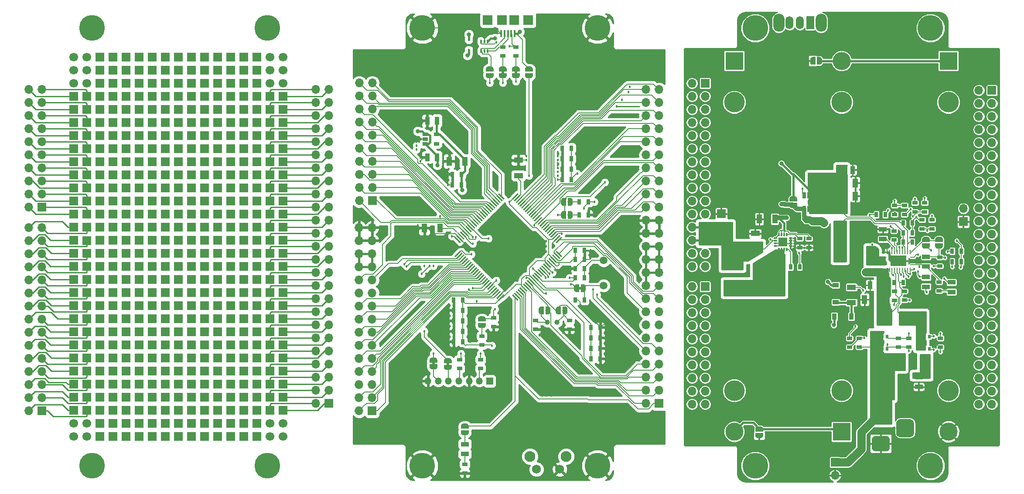
<source format=gbr>
%TF.GenerationSoftware,KiCad,Pcbnew,no-vcs-found-c6d0075~61~ubuntu17.10.1*%
%TF.CreationDate,2018-02-07T09:42:23+01:00*%
%TF.ProjectId,noname,6E6F6E616D652E6B696361645F706362,rev?*%
%TF.SameCoordinates,Original*%
%TF.FileFunction,Copper,L1,Top,Signal*%
%TF.FilePolarity,Positive*%
%FSLAX46Y46*%
G04 Gerber Fmt 4.6, Leading zero omitted, Abs format (unit mm)*
G04 Created by KiCad (PCBNEW no-vcs-found-c6d0075~61~ubuntu17.10.1) date Wed Feb  7 09:42:23 2018*
%MOMM*%
%LPD*%
G01*
G04 APERTURE LIST*
%TA.AperFunction,ComponentPad*%
%ADD10R,1.700000X1.700000*%
%TD*%
%TA.AperFunction,ComponentPad*%
%ADD11O,1.700000X1.700000*%
%TD*%
%TA.AperFunction,ComponentPad*%
%ADD12R,1.500000X2.500000*%
%TD*%
%TA.AperFunction,ComponentPad*%
%ADD13O,1.500000X2.500000*%
%TD*%
%TA.AperFunction,ComponentPad*%
%ADD14O,2.200000X3.500000*%
%TD*%
%TA.AperFunction,ComponentPad*%
%ADD15C,4.000000*%
%TD*%
%TA.AperFunction,ComponentPad*%
%ADD16R,3.500000X3.500000*%
%TD*%
%TA.AperFunction,ComponentPad*%
%ADD17C,3.500000*%
%TD*%
%TA.AperFunction,ComponentPad*%
%ADD18C,5.000000*%
%TD*%
%TA.AperFunction,ComponentPad*%
%ADD19C,0.600000*%
%TD*%
%TA.AperFunction,SMDPad,CuDef*%
%ADD20R,3.100000X2.050000*%
%TD*%
%TA.AperFunction,SMDPad,CuDef*%
%ADD21R,0.850000X0.280000*%
%TD*%
%TA.AperFunction,SMDPad,CuDef*%
%ADD22R,0.280000X0.850000*%
%TD*%
%TA.AperFunction,Conductor*%
%ADD23C,0.100000*%
%TD*%
%TA.AperFunction,SMDPad,CuDef*%
%ADD24C,1.000000*%
%TD*%
%TA.AperFunction,SMDPad,CuDef*%
%ADD25R,1.500000X0.500000*%
%TD*%
%TA.AperFunction,SMDPad,CuDef*%
%ADD26O,0.300000X0.750000*%
%TD*%
%TA.AperFunction,SMDPad,CuDef*%
%ADD27O,0.750000X0.300000*%
%TD*%
%TA.AperFunction,SMDPad,CuDef*%
%ADD28R,1.800000X1.800000*%
%TD*%
%TA.AperFunction,ViaPad*%
%ADD29C,0.600000*%
%TD*%
%TA.AperFunction,SMDPad,CuDef*%
%ADD30R,0.650000X1.220000*%
%TD*%
%TA.AperFunction,SMDPad,CuDef*%
%ADD31R,0.510000X0.700000*%
%TD*%
%TA.AperFunction,SMDPad,CuDef*%
%ADD32R,1.000000X0.670000*%
%TD*%
%TA.AperFunction,SMDPad,CuDef*%
%ADD33R,0.670000X1.000000*%
%TD*%
%TA.AperFunction,SMDPad,CuDef*%
%ADD34R,1.500000X0.970000*%
%TD*%
%TA.AperFunction,SMDPad,CuDef*%
%ADD35R,0.970000X1.500000*%
%TD*%
%TA.AperFunction,SMDPad,CuDef*%
%ADD36R,1.800000X1.070000*%
%TD*%
%TA.AperFunction,SMDPad,CuDef*%
%ADD37R,1.070000X1.800000*%
%TD*%
%TA.AperFunction,ComponentPad*%
%ADD38C,3.000000*%
%TD*%
%TA.AperFunction,SMDPad,CuDef*%
%ADD39R,1.200000X0.900000*%
%TD*%
%TA.AperFunction,SMDPad,CuDef*%
%ADD40R,0.900000X1.200000*%
%TD*%
%TA.AperFunction,SMDPad,CuDef*%
%ADD41R,2.400000X1.500000*%
%TD*%
%TA.AperFunction,SMDPad,CuDef*%
%ADD42R,1.500000X2.200000*%
%TD*%
%TA.AperFunction,SMDPad,CuDef*%
%ADD43R,0.500000X1.500000*%
%TD*%
%TA.AperFunction,SMDPad,CuDef*%
%ADD44R,1.170000X2.700000*%
%TD*%
%TA.AperFunction,SMDPad,CuDef*%
%ADD45C,0.280000*%
%TD*%
%TA.AperFunction,SMDPad,CuDef*%
%ADD46R,1.060000X0.650000*%
%TD*%
%TA.AperFunction,ComponentPad*%
%ADD47O,1.350000X1.350000*%
%TD*%
%TA.AperFunction,ComponentPad*%
%ADD48R,1.350000X1.350000*%
%TD*%
%TA.AperFunction,SMDPad,CuDef*%
%ADD49R,0.600000X0.500000*%
%TD*%
%TA.AperFunction,SMDPad,CuDef*%
%ADD50R,0.500000X0.600000*%
%TD*%
%TA.AperFunction,ComponentPad*%
%ADD51C,2.100000*%
%TD*%
%TA.AperFunction,ComponentPad*%
%ADD52C,1.750000*%
%TD*%
%TA.AperFunction,ComponentPad*%
%ADD53C,1.000000*%
%TD*%
%TA.AperFunction,ComponentPad*%
%ADD54C,1.500000*%
%TD*%
%TA.AperFunction,SMDPad,CuDef*%
%ADD55R,0.450000X0.600000*%
%TD*%
%TA.AperFunction,SMDPad,CuDef*%
%ADD56R,0.400000X0.650000*%
%TD*%
%TA.AperFunction,SMDPad,CuDef*%
%ADD57R,0.398780X1.346200*%
%TD*%
%TA.AperFunction,SMDPad,CuDef*%
%ADD58R,0.398780X1.348740*%
%TD*%
%TA.AperFunction,SMDPad,CuDef*%
%ADD59R,1.897380X1.897380*%
%TD*%
%TA.AperFunction,ComponentPad*%
%ADD60C,1.700000*%
%TD*%
%TA.AperFunction,ViaPad*%
%ADD61C,0.812800*%
%TD*%
%TA.AperFunction,ViaPad*%
%ADD62C,0.457200*%
%TD*%
%TA.AperFunction,Conductor*%
%ADD63C,0.152400*%
%TD*%
%TA.AperFunction,Conductor*%
%ADD64C,0.812800*%
%TD*%
%TA.AperFunction,Conductor*%
%ADD65C,1.625600*%
%TD*%
%TA.AperFunction,Conductor*%
%ADD66C,0.457200*%
%TD*%
%TA.AperFunction,Conductor*%
%ADD67C,0.250000*%
%TD*%
%TA.AperFunction,Conductor*%
%ADD68C,0.254000*%
%TD*%
G04 APERTURE END LIST*
D10*
%TO.P,J10,1*%
%TO.N,GNDD*%
X190677384Y-51742766D03*
D11*
%TO.P,J10,2*%
%TO.N,+5V*%
X190677384Y-54282766D03*
%TD*%
%TO.P,J9,2*%
%TO.N,+12V*%
X237667384Y-50726766D03*
D10*
%TO.P,J9,1*%
%TO.N,GNDD*%
X237667384Y-53266766D03*
%TD*%
%TO.P,J8,1*%
%TO.N,+15V*%
X212775384Y-100002766D03*
D11*
%TO.P,J8,2*%
%TO.N,GNDD*%
X212775384Y-102542766D03*
%TD*%
D12*
%TO.P,SW1,1*%
%TO.N,+12V*%
X207949384Y-14658766D03*
D13*
%TO.P,SW1,2*%
%TO.N,+BATT*%
X205949384Y-14658766D03*
%TO.P,SW1,3*%
%TO.N,Net-(SW1-Pad3)*%
X203949384Y-14658766D03*
D14*
%TO.P,SW1,*%
%TO.N,*%
X210049384Y-14658766D03*
X201849384Y-14658766D03*
%TD*%
D15*
%TO.P,BT1,*%
%TO.N,*%
X193207142Y-86038622D03*
X193207142Y-30038622D03*
D16*
%TO.P,BT1,1*%
%TO.N,/SRN*%
X193207142Y-22038622D03*
D17*
%TO.P,BT1,2*%
%TO.N,Net-(BT1-Pad2)*%
X193207142Y-94038622D03*
%TD*%
D18*
%TO.P,J7,101*%
%TO.N,GND*%
X197281384Y-15674766D03*
%TO.P,J7,102*%
X231281384Y-15674766D03*
%TO.P,J7,103*%
X231281384Y-100674766D03*
%TO.P,J7,104*%
X197281384Y-100674766D03*
D11*
%TO.P,J7,70*%
%TO.N,Net-(J7-Pad70)*%
X184991384Y-88734766D03*
%TO.P,J7,69*%
%TO.N,Net-(J7-Pad69)*%
X187531384Y-88734766D03*
%TO.P,J7,68*%
%TO.N,Net-(J7-Pad68)*%
X184991384Y-86194766D03*
%TO.P,J7,67*%
%TO.N,Net-(J7-Pad67)*%
X187531384Y-86194766D03*
%TO.P,J7,66*%
%TO.N,Net-(J7-Pad66)*%
X184991384Y-83654766D03*
%TO.P,J7,65*%
%TO.N,Net-(J7-Pad65)*%
X187531384Y-83654766D03*
%TO.P,J7,64*%
%TO.N,Net-(J7-Pad64)*%
X184991384Y-81114766D03*
%TO.P,J7,63*%
%TO.N,Net-(J7-Pad63)*%
X187531384Y-81114766D03*
%TO.P,J7,62*%
%TO.N,Net-(J7-Pad62)*%
X184991384Y-78574766D03*
%TO.P,J7,61*%
%TO.N,Net-(J7-Pad61)*%
X187531384Y-78574766D03*
%TO.P,J7,60*%
%TO.N,Net-(J7-Pad60)*%
X184991384Y-76034766D03*
%TO.P,J7,59*%
%TO.N,Net-(J7-Pad59)*%
X187531384Y-76034766D03*
%TO.P,J7,58*%
%TO.N,Net-(J7-Pad58)*%
X184991384Y-73494766D03*
%TO.P,J7,57*%
%TO.N,Net-(J7-Pad57)*%
X187531384Y-73494766D03*
%TO.P,J7,56*%
%TO.N,Net-(J7-Pad56)*%
X184991384Y-70954766D03*
%TO.P,J7,55*%
%TO.N,Net-(J7-Pad55)*%
X187531384Y-70954766D03*
%TO.P,J7,54*%
%TO.N,Net-(J7-Pad54)*%
X184991384Y-68414766D03*
%TO.P,J7,53*%
%TO.N,Net-(J7-Pad53)*%
X187531384Y-68414766D03*
%TO.P,J7,52*%
%TO.N,Net-(J7-Pad52)*%
X184991384Y-65874766D03*
D10*
%TO.P,J7,51*%
%TO.N,Net-(J7-Pad51)*%
X187531384Y-65874766D03*
D11*
%TO.P,J7,100*%
%TO.N,GND*%
X184991384Y-61934766D03*
%TO.P,J7,99*%
X187531384Y-61934766D03*
%TO.P,J7,98*%
X184991384Y-59394766D03*
%TO.P,J7,97*%
X187531384Y-59394766D03*
%TO.P,J7,96*%
%TO.N,+5V*%
X184991384Y-56854766D03*
%TO.P,J7,95*%
X187531384Y-56854766D03*
%TO.P,J7,94*%
X184991384Y-54314766D03*
%TO.P,J7,93*%
X187531384Y-54314766D03*
%TO.P,J7,92*%
%TO.N,Net-(J7-Pad92)*%
X184991384Y-51774766D03*
%TO.P,J7,91*%
%TO.N,Net-(J7-Pad91)*%
X187531384Y-51774766D03*
%TO.P,J7,90*%
%TO.N,Net-(J7-Pad90)*%
X184991384Y-49234766D03*
%TO.P,J7,89*%
%TO.N,Net-(J7-Pad89)*%
X187531384Y-49234766D03*
%TO.P,J7,88*%
%TO.N,Net-(J7-Pad88)*%
X184991384Y-46694766D03*
%TO.P,J7,87*%
%TO.N,Net-(J7-Pad87)*%
X187531384Y-46694766D03*
%TO.P,J7,86*%
%TO.N,Net-(J7-Pad86)*%
X184991384Y-44154766D03*
%TO.P,J7,85*%
%TO.N,Net-(J7-Pad85)*%
X187531384Y-44154766D03*
%TO.P,J7,84*%
%TO.N,Net-(J7-Pad84)*%
X184991384Y-41614766D03*
%TO.P,J7,83*%
%TO.N,Net-(J7-Pad83)*%
X187531384Y-41614766D03*
%TO.P,J7,82*%
%TO.N,Net-(J7-Pad82)*%
X184991384Y-39074766D03*
%TO.P,J7,81*%
%TO.N,Net-(J7-Pad81)*%
X187531384Y-39074766D03*
%TO.P,J7,80*%
%TO.N,Net-(J7-Pad80)*%
X184991384Y-36534766D03*
%TO.P,J7,79*%
%TO.N,Net-(J7-Pad79)*%
X187531384Y-36534766D03*
%TO.P,J7,78*%
%TO.N,Net-(J7-Pad78)*%
X184991384Y-33994766D03*
%TO.P,J7,77*%
%TO.N,Net-(J7-Pad77)*%
X187531384Y-33994766D03*
%TO.P,J7,76*%
%TO.N,Net-(J7-Pad76)*%
X184991384Y-31454766D03*
%TO.P,J7,75*%
%TO.N,Net-(J7-Pad75)*%
X187531384Y-31454766D03*
%TO.P,J7,74*%
%TO.N,Net-(J7-Pad74)*%
X184991384Y-28914766D03*
%TO.P,J7,73*%
%TO.N,Net-(J7-Pad73)*%
X187531384Y-28914766D03*
%TO.P,J7,72*%
%TO.N,Net-(J7-Pad72)*%
X184991384Y-26374766D03*
D10*
%TO.P,J7,71*%
%TO.N,Net-(J7-Pad71)*%
X187531384Y-26374766D03*
D11*
%TO.P,J7,50*%
%TO.N,Net-(J7-Pad50)*%
X240691384Y-88734766D03*
%TO.P,J7,49*%
%TO.N,Net-(J7-Pad49)*%
X243231384Y-88734766D03*
%TO.P,J7,48*%
%TO.N,Net-(J7-Pad48)*%
X240691384Y-86194766D03*
%TO.P,J7,47*%
%TO.N,Net-(J7-Pad47)*%
X243231384Y-86194766D03*
%TO.P,J7,46*%
%TO.N,Net-(J7-Pad46)*%
X240691384Y-83654766D03*
%TO.P,J7,45*%
%TO.N,Net-(J7-Pad45)*%
X243231384Y-83654766D03*
%TO.P,J7,44*%
%TO.N,Net-(J7-Pad44)*%
X240691384Y-81114766D03*
%TO.P,J7,43*%
%TO.N,Net-(J7-Pad43)*%
X243231384Y-81114766D03*
%TO.P,J7,42*%
%TO.N,Net-(J7-Pad42)*%
X240691384Y-78574766D03*
%TO.P,J7,41*%
%TO.N,Net-(J7-Pad41)*%
X243231384Y-78574766D03*
%TO.P,J7,40*%
%TO.N,Net-(J7-Pad40)*%
X240691384Y-76034766D03*
%TO.P,J7,39*%
%TO.N,Net-(J7-Pad39)*%
X243231384Y-76034766D03*
%TO.P,J7,38*%
%TO.N,Net-(J7-Pad38)*%
X240691384Y-73494766D03*
%TO.P,J7,37*%
%TO.N,Net-(J7-Pad37)*%
X243231384Y-73494766D03*
%TO.P,J7,36*%
%TO.N,Net-(J7-Pad36)*%
X240691384Y-70954766D03*
%TO.P,J7,35*%
%TO.N,Net-(J7-Pad35)*%
X243231384Y-70954766D03*
%TO.P,J7,34*%
%TO.N,Net-(J7-Pad34)*%
X240691384Y-68414766D03*
%TO.P,J7,33*%
%TO.N,Net-(J7-Pad33)*%
X243231384Y-68414766D03*
%TO.P,J7,32*%
%TO.N,Net-(J7-Pad32)*%
X240691384Y-65874766D03*
%TO.P,J7,31*%
%TO.N,Net-(J7-Pad31)*%
X243231384Y-65874766D03*
%TO.P,J7,30*%
%TO.N,GND*%
X240691384Y-63334766D03*
%TO.P,J7,29*%
X243231384Y-63334766D03*
%TO.P,J7,28*%
X240691384Y-60794766D03*
%TO.P,J7,27*%
X243231384Y-60794766D03*
%TO.P,J7,26*%
%TO.N,+12V*%
X240691384Y-58254766D03*
%TO.P,J7,25*%
X243231384Y-58254766D03*
%TO.P,J7,24*%
X240691384Y-55714766D03*
%TO.P,J7,23*%
X243231384Y-55714766D03*
%TO.P,J7,22*%
X240691384Y-53174766D03*
%TO.P,J7,21*%
X243231384Y-53174766D03*
%TO.P,J7,20*%
X240691384Y-50634766D03*
%TO.P,J7,19*%
%TO.N,Net-(J7-Pad19)*%
X243231384Y-50634766D03*
%TO.P,J7,18*%
%TO.N,Net-(J7-Pad18)*%
X240691384Y-48094766D03*
%TO.P,J7,17*%
%TO.N,Net-(J7-Pad17)*%
X243231384Y-48094766D03*
%TO.P,J7,16*%
%TO.N,Net-(J7-Pad16)*%
X240691384Y-45554766D03*
%TO.P,J7,15*%
%TO.N,Net-(J7-Pad15)*%
X243231384Y-45554766D03*
%TO.P,J7,14*%
%TO.N,Net-(J7-Pad14)*%
X240691384Y-43014766D03*
%TO.P,J7,13*%
%TO.N,Net-(J7-Pad13)*%
X243231384Y-43014766D03*
%TO.P,J7,12*%
%TO.N,Net-(J7-Pad12)*%
X240691384Y-40474766D03*
%TO.P,J7,11*%
%TO.N,Net-(J7-Pad11)*%
X243231384Y-40474766D03*
%TO.P,J7,10*%
%TO.N,Net-(J7-Pad10)*%
X240691384Y-37934766D03*
%TO.P,J7,9*%
%TO.N,Net-(J7-Pad9)*%
X243231384Y-37934766D03*
%TO.P,J7,8*%
%TO.N,Net-(J7-Pad8)*%
X240691384Y-35394766D03*
%TO.P,J7,7*%
%TO.N,Net-(J7-Pad7)*%
X243231384Y-35394766D03*
%TO.P,J7,6*%
%TO.N,Net-(J7-Pad6)*%
X240691384Y-32854766D03*
%TO.P,J7,5*%
%TO.N,Net-(J7-Pad5)*%
X243231384Y-32854766D03*
%TO.P,J7,4*%
%TO.N,Net-(J7-Pad4)*%
X240691384Y-30314766D03*
%TO.P,J7,3*%
%TO.N,Net-(J7-Pad3)*%
X243231384Y-30314766D03*
%TO.P,J7,2*%
%TO.N,Net-(J7-Pad2)*%
X240691384Y-27774766D03*
D10*
%TO.P,J7,1*%
%TO.N,Net-(J7-Pad1)*%
X243231384Y-27774766D03*
%TD*%
D19*
%TO.P,U1,25*%
%TO.N,GNDD*%
X224094384Y-61386766D03*
X225094384Y-61386766D03*
X226094384Y-61386766D03*
X226094384Y-60386766D03*
X225094384Y-60386766D03*
X224094384Y-60386766D03*
D20*
X225094384Y-60886766D03*
D21*
%TO.P,U1,12*%
%TO.N,/VREF*%
X227819384Y-61636766D03*
%TO.P,U1,13*%
%TO.N,Net-(R2-Pad2)*%
X227819384Y-60136766D03*
%TO.P,U1,24*%
%TO.N,Net-(C5-Pad1)*%
X222369384Y-60136766D03*
%TO.P,U1,1*%
X222369384Y-61636766D03*
D22*
%TO.P,U1,11*%
%TO.N,Net-(C3-Pad1)*%
X227344384Y-62611766D03*
%TO.P,U1,10*%
%TO.N,Net-(R8-Pad1)*%
X226844384Y-62611766D03*
%TO.P,U1,9*%
%TO.N,Net-(D3-Pad1)*%
X226344384Y-62611766D03*
%TO.P,U1,8*%
%TO.N,Net-(R11-Pad2)*%
X225844384Y-62611766D03*
%TO.P,U1,7*%
%TO.N,Net-(R12-Pad2)*%
X225344384Y-62611766D03*
%TO.P,U1,6*%
%TO.N,Net-(C11-Pad1)*%
X224844384Y-62611766D03*
%TO.P,U1,5*%
%TO.N,+BATT*%
X224344384Y-62611766D03*
%TO.P,U1,4*%
%TO.N,Net-(C1-Pad1)*%
X223844384Y-62611766D03*
%TO.P,U1,3*%
%TO.N,+BATT*%
X223344384Y-62611766D03*
%TO.P,U1,2*%
X222844384Y-62611766D03*
%TO.P,U1,14*%
%TO.N,Net-(J2-Pad2)*%
X227344384Y-59161766D03*
%TO.P,U1,15*%
%TO.N,/SRN*%
X226844384Y-59161766D03*
%TO.P,U1,16*%
%TO.N,/SRP*%
X226344384Y-59161766D03*
%TO.P,U1,17*%
%TO.N,Net-(R4-Pad2)*%
X225844384Y-59161766D03*
%TO.P,U1,18*%
%TO.N,Net-(R6-Pad2)*%
X225344384Y-59161766D03*
%TO.P,U1,19*%
%TO.N,Net-(R14-Pad1)*%
X224844384Y-59161766D03*
%TO.P,U1,20*%
%TO.N,Net-(C6-Pad2)*%
X224344384Y-59161766D03*
%TO.P,U1,21*%
%TO.N,Net-(C5-Pad2)*%
X223844384Y-59161766D03*
%TO.P,U1,22*%
%TO.N,GNDD*%
X223344384Y-59161766D03*
%TO.P,U1,23*%
X222844384Y-59161766D03*
%TD*%
D23*
%TO.N,/SRN*%
%TO.C,J6*%
G36*
X204946393Y-48309173D02*
X204994929Y-48316372D01*
X205042526Y-48328295D01*
X205088726Y-48344825D01*
X205133082Y-48365804D01*
X205175169Y-48391030D01*
X205214581Y-48420260D01*
X205250937Y-48453212D01*
X205283889Y-48489568D01*
X205313119Y-48528980D01*
X205338345Y-48571067D01*
X205359324Y-48615423D01*
X205375854Y-48661623D01*
X205387777Y-48709220D01*
X205394976Y-48757756D01*
X205397384Y-48806765D01*
X205397384Y-48806767D01*
X205394976Y-48855776D01*
X205387777Y-48904312D01*
X205375854Y-48951909D01*
X205359324Y-48998109D01*
X205338345Y-49042465D01*
X205313119Y-49084552D01*
X205283889Y-49123964D01*
X205250937Y-49160320D01*
X205214581Y-49193272D01*
X205175169Y-49222502D01*
X205133082Y-49247728D01*
X205088726Y-49268707D01*
X205042526Y-49285237D01*
X204994929Y-49297160D01*
X204946393Y-49304359D01*
X204897384Y-49306767D01*
X204397384Y-49306767D01*
X204348375Y-49304359D01*
X204299839Y-49297160D01*
X204252242Y-49285237D01*
X204206042Y-49268707D01*
X204161686Y-49247728D01*
X204119599Y-49222502D01*
X204080187Y-49193272D01*
X204043831Y-49160320D01*
X204010879Y-49123964D01*
X203981649Y-49084552D01*
X203956423Y-49042465D01*
X203935444Y-48998109D01*
X203918914Y-48951909D01*
X203906991Y-48904312D01*
X203899792Y-48855776D01*
X203897384Y-48806767D01*
X203897384Y-48806765D01*
X203899792Y-48757756D01*
X203906991Y-48709220D01*
X203918914Y-48661623D01*
X203935444Y-48615423D01*
X203956423Y-48571067D01*
X203981649Y-48528980D01*
X204010879Y-48489568D01*
X204043831Y-48453212D01*
X204080187Y-48420260D01*
X204119599Y-48391030D01*
X204161686Y-48365804D01*
X204206042Y-48344825D01*
X204252242Y-48328295D01*
X204299839Y-48316372D01*
X204348375Y-48309173D01*
X204397384Y-48306765D01*
X204897384Y-48306765D01*
X204946393Y-48309173D01*
X204946393Y-48309173D01*
G37*
D24*
%TD*%
%TO.P,J6,2*%
%TO.N,/SRN*%
X204647384Y-48806766D03*
D23*
%TO.N,+BATT*%
%TO.C,J6*%
G36*
X204946393Y-49609173D02*
X204994929Y-49616372D01*
X205042526Y-49628295D01*
X205088726Y-49644825D01*
X205133082Y-49665804D01*
X205175169Y-49691030D01*
X205214581Y-49720260D01*
X205250937Y-49753212D01*
X205283889Y-49789568D01*
X205313119Y-49828980D01*
X205338345Y-49871067D01*
X205359324Y-49915423D01*
X205375854Y-49961623D01*
X205387777Y-50009220D01*
X205394976Y-50057756D01*
X205397384Y-50106765D01*
X205397384Y-50106767D01*
X205394976Y-50155776D01*
X205387777Y-50204312D01*
X205375854Y-50251909D01*
X205359324Y-50298109D01*
X205338345Y-50342465D01*
X205313119Y-50384552D01*
X205283889Y-50423964D01*
X205250937Y-50460320D01*
X205214581Y-50493272D01*
X205175169Y-50522502D01*
X205133082Y-50547728D01*
X205088726Y-50568707D01*
X205042526Y-50585237D01*
X204994929Y-50597160D01*
X204946393Y-50604359D01*
X204897384Y-50606767D01*
X204397384Y-50606767D01*
X204348375Y-50604359D01*
X204299839Y-50597160D01*
X204252242Y-50585237D01*
X204206042Y-50568707D01*
X204161686Y-50547728D01*
X204119599Y-50522502D01*
X204080187Y-50493272D01*
X204043831Y-50460320D01*
X204010879Y-50423964D01*
X203981649Y-50384552D01*
X203956423Y-50342465D01*
X203935444Y-50298109D01*
X203918914Y-50251909D01*
X203906991Y-50204312D01*
X203899792Y-50155776D01*
X203897384Y-50106767D01*
X203897384Y-50106765D01*
X203899792Y-50057756D01*
X203906991Y-50009220D01*
X203918914Y-49961623D01*
X203935444Y-49915423D01*
X203956423Y-49871067D01*
X203981649Y-49828980D01*
X204010879Y-49789568D01*
X204043831Y-49753212D01*
X204080187Y-49720260D01*
X204119599Y-49691030D01*
X204161686Y-49665804D01*
X204206042Y-49644825D01*
X204252242Y-49628295D01*
X204299839Y-49616372D01*
X204348375Y-49609173D01*
X204397384Y-49606765D01*
X204897384Y-49606765D01*
X204946393Y-49609173D01*
X204946393Y-49609173D01*
G37*
D24*
%TD*%
%TO.P,J6,1*%
%TO.N,+BATT*%
X204647384Y-50106766D03*
D25*
%TO.P,J6,1*%
%TO.N,+BATT*%
X204647384Y-49856766D03*
%TO.P,J6,2*%
%TO.N,/SRN*%
X204647384Y-49056766D03*
%TD*%
D15*
%TO.P,BT3,*%
%TO.N,*%
X234792143Y-86038622D03*
X234792143Y-30038622D03*
D16*
%TO.P,BT3,1*%
%TO.N,Net-(BT2-Pad2)*%
X234792143Y-22038622D03*
D17*
%TO.P,BT3,2*%
%TO.N,GNDD*%
X234792143Y-94038622D03*
%TD*%
D15*
%TO.P,BT2,*%
%TO.N,*%
X214035142Y-30051621D03*
X214035142Y-86051621D03*
D16*
%TO.P,BT2,1*%
%TO.N,Net-(BT1-Pad2)*%
X214035142Y-94051621D03*
D17*
%TO.P,BT2,2*%
%TO.N,Net-(BT2-Pad2)*%
X214035142Y-22051621D03*
%TD*%
D26*
%TO.P,U2,1*%
%TO.N,Net-(L2-Pad2)*%
X201909046Y-58677707D03*
%TO.P,U2,2*%
X202409046Y-58677707D03*
%TO.P,U2,3*%
X202909046Y-58677707D03*
%TO.P,U2,4*%
%TO.N,Net-(R13-Pad1)*%
X203409046Y-58677707D03*
D27*
%TO.P,U2,5*%
%TO.N,GNDD*%
X204134046Y-57952707D03*
%TO.P,U2,6*%
X204134046Y-57452707D03*
%TO.P,U2,7*%
X204134046Y-56952707D03*
%TO.P,U2,8*%
X204134046Y-56452707D03*
D26*
%TO.P,U2,9*%
%TO.N,Net-(C16-Pad2)*%
X203409046Y-55727707D03*
%TO.P,U2,10*%
%TO.N,+12V*%
X202909046Y-55727707D03*
%TO.P,U2,11*%
X202409046Y-55727707D03*
%TO.P,U2,12*%
X201909046Y-55727707D03*
D27*
%TO.P,U2,13*%
X201184046Y-56452707D03*
%TO.P,U2,14*%
%TO.N,+5V*%
X201184046Y-56952707D03*
%TO.P,U2,15*%
%TO.N,GNDD*%
X201184046Y-57452707D03*
%TO.P,U2,16*%
X201184046Y-57952707D03*
D28*
%TO.P,U2,17*%
X202659046Y-57202707D03*
D29*
%TD*%
%TO.N,GNDD*%
%TO.C,U2*%
X202659046Y-57202707D03*
%TO.N,GNDD*%
%TO.C,U2*%
X202159046Y-57702707D03*
X202159046Y-56702707D03*
X203159046Y-56702707D03*
X203159046Y-57702707D03*
%TD*%
D30*
%TO.P,Q3,1*%
%TO.N,/SRN*%
X208645384Y-48146766D03*
X207695384Y-48146766D03*
%TO.P,Q3,2*%
%TO.N,Net-(Q3-Pad2)*%
X206745384Y-48146766D03*
%TO.P,Q3,3*%
%TO.N,+BATT*%
X206745384Y-50766766D03*
%TO.P,Q3,1*%
%TO.N,/SRN*%
X207695384Y-50766766D03*
X208645384Y-50766766D03*
%TD*%
D31*
%TO.P,Q1,1*%
%TO.N,+15V*%
X220969384Y-77921766D03*
X221919384Y-77921766D03*
%TO.P,Q1,2*%
%TO.N,Net-(C19-Pad2)*%
X222869384Y-77921766D03*
%TO.P,Q1,3*%
%TO.N,Net-(C20-Pad1)*%
X222869384Y-75601766D03*
%TO.P,Q1,1*%
%TO.N,+15V*%
X221919384Y-75601766D03*
X220969384Y-75601766D03*
%TD*%
%TO.P,Q2,1*%
%TO.N,Net-(C11-Pad1)*%
X229224384Y-75601766D03*
X230174384Y-75601766D03*
%TO.P,Q2,3*%
%TO.N,Net-(C20-Pad1)*%
X231124384Y-75601766D03*
%TO.P,Q2,2*%
%TO.N,Net-(C19-Pad2)*%
X231124384Y-77921766D03*
%TO.P,Q2,1*%
%TO.N,Net-(C11-Pad1)*%
X230174384Y-77921766D03*
X229224384Y-77921766D03*
%TD*%
D32*
%TO.P,C19,2*%
%TO.N,Net-(C19-Pad2)*%
X217474384Y-75886766D03*
%TO.P,C19,1*%
%TO.N,+15V*%
X217474384Y-77636766D03*
%TD*%
%TO.P,C3,1*%
%TO.N,Net-(C3-Pad1)*%
X233095384Y-61888766D03*
%TO.P,C3,2*%
%TO.N,GND*%
X233095384Y-60138766D03*
%TD*%
D33*
%TO.P,C5,2*%
%TO.N,Net-(C5-Pad2)*%
X222540384Y-51869766D03*
%TO.P,C5,1*%
%TO.N,Net-(C5-Pad1)*%
X220790384Y-51869766D03*
%TD*%
%TO.P,C7,1*%
%TO.N,GND*%
X227747384Y-55425766D03*
%TO.P,C7,2*%
%TO.N,/SRP*%
X225997384Y-55425766D03*
%TD*%
%TO.P,C8,2*%
%TO.N,/SRN*%
X227747384Y-57203766D03*
%TO.P,C8,1*%
%TO.N,/SRP*%
X225997384Y-57203766D03*
%TD*%
D32*
%TO.P,C12,1*%
%TO.N,+BATT*%
X224332384Y-66760793D03*
%TO.P,C12,2*%
%TO.N,GND*%
X224332384Y-68510793D03*
%TD*%
%TO.P,C13,2*%
%TO.N,Net-(C11-Pad1)*%
X226237384Y-66742766D03*
%TO.P,C13,1*%
%TO.N,GND*%
X226237384Y-68492766D03*
%TD*%
%TO.P,C20,1*%
%TO.N,Net-(C20-Pad1)*%
X225094384Y-75886766D03*
%TO.P,C20,2*%
%TO.N,Net-(C19-Pad2)*%
X225094384Y-77636766D03*
%TD*%
%TO.P,C15,2*%
%TO.N,GNDD*%
X207695384Y-58313766D03*
%TO.P,C15,1*%
%TO.N,+12V*%
X207695384Y-56563766D03*
%TD*%
%TO.P,C16,1*%
%TO.N,GNDD*%
X205917384Y-58313766D03*
%TO.P,C16,2*%
%TO.N,Net-(C16-Pad2)*%
X205917384Y-56563766D03*
%TD*%
D33*
%TO.P,C18,2*%
%TO.N,/SRN*%
X225997384Y-53520766D03*
%TO.P,C18,1*%
%TO.N,GND*%
X227747384Y-53520766D03*
%TD*%
%TO.P,C11,1*%
%TO.N,Net-(C11-Pad1)*%
X225969384Y-65077766D03*
%TO.P,C11,2*%
%TO.N,+BATT*%
X224219384Y-65077766D03*
%TD*%
D34*
%TO.P,Cin1,2*%
%TO.N,GNDD*%
X229031384Y-85336766D03*
%TO.P,Cin1,1*%
%TO.N,Net-(Cin1-Pad1)*%
X229031384Y-83426766D03*
%TD*%
%TO.P,C1,1*%
%TO.N,Net-(C1-Pad1)*%
X230428384Y-63995766D03*
%TO.P,C1,2*%
%TO.N,GND*%
X230428384Y-65905766D03*
%TD*%
%TO.P,C2,2*%
%TO.N,GND*%
X230428384Y-60058766D03*
%TO.P,C2,1*%
%TO.N,/VREF*%
X230428384Y-61968766D03*
%TD*%
%TO.P,C6,1*%
%TO.N,GNDD*%
X222046384Y-54724766D03*
%TO.P,C6,2*%
%TO.N,Net-(C6-Pad2)*%
X222046384Y-56634766D03*
%TD*%
D35*
%TO.P,C21,2*%
%TO.N,+BATT*%
X221477384Y-65585766D03*
%TO.P,C21,1*%
%TO.N,GNDD*%
X219567384Y-65585766D03*
%TD*%
%TO.P,C22,1*%
%TO.N,GNDD*%
X216171894Y-43215578D03*
%TO.P,C22,2*%
%TO.N,/SRN*%
X214261894Y-43215578D03*
%TD*%
D36*
%TO.P,C17,1*%
%TO.N,+5V*%
X197281384Y-58562766D03*
%TO.P,C17,2*%
%TO.N,GNDD*%
X197281384Y-55552766D03*
%TD*%
D37*
%TO.P,C10,2*%
%TO.N,/SRN*%
X213711894Y-45755578D03*
%TO.P,C10,1*%
%TO.N,GNDD*%
X216721894Y-45755578D03*
%TD*%
%TO.P,C9,1*%
%TO.N,GNDD*%
X216721894Y-48295578D03*
%TO.P,C9,2*%
%TO.N,/SRN*%
X213711894Y-48295578D03*
%TD*%
%TO.P,C4,2*%
%TO.N,+BATT*%
X221519384Y-68379766D03*
%TO.P,C4,1*%
%TO.N,GNDD*%
X218509384Y-68379766D03*
%TD*%
%TO.P,C14,1*%
%TO.N,GNDD*%
X198062384Y-52739766D03*
%TO.P,C14,2*%
%TO.N,+12V*%
X201072384Y-52739766D03*
%TD*%
D16*
%TO.P,J1,1*%
%TO.N,+15V*%
X221665384Y-90350766D03*
D23*
%TD*%
%TO.N,GNDD*%
%TO.C,J1*%
G36*
X222738897Y-94854377D02*
X222811702Y-94865177D01*
X222883098Y-94883061D01*
X222952397Y-94907856D01*
X223018932Y-94939325D01*
X223082062Y-94977164D01*
X223141179Y-95021008D01*
X223195714Y-95070436D01*
X223245142Y-95124971D01*
X223288986Y-95184088D01*
X223326825Y-95247218D01*
X223358294Y-95313753D01*
X223383089Y-95383052D01*
X223400973Y-95454448D01*
X223411773Y-95527253D01*
X223415384Y-95600766D01*
X223415384Y-97100766D01*
X223411773Y-97174279D01*
X223400973Y-97247084D01*
X223383089Y-97318480D01*
X223358294Y-97387779D01*
X223326825Y-97454314D01*
X223288986Y-97517444D01*
X223245142Y-97576561D01*
X223195714Y-97631096D01*
X223141179Y-97680524D01*
X223082062Y-97724368D01*
X223018932Y-97762207D01*
X222952397Y-97793676D01*
X222883098Y-97818471D01*
X222811702Y-97836355D01*
X222738897Y-97847155D01*
X222665384Y-97850766D01*
X220665384Y-97850766D01*
X220591871Y-97847155D01*
X220519066Y-97836355D01*
X220447670Y-97818471D01*
X220378371Y-97793676D01*
X220311836Y-97762207D01*
X220248706Y-97724368D01*
X220189589Y-97680524D01*
X220135054Y-97631096D01*
X220085626Y-97576561D01*
X220041782Y-97517444D01*
X220003943Y-97454314D01*
X219972474Y-97387779D01*
X219947679Y-97318480D01*
X219929795Y-97247084D01*
X219918995Y-97174279D01*
X219915384Y-97100766D01*
X219915384Y-95600766D01*
X219918995Y-95527253D01*
X219929795Y-95454448D01*
X219947679Y-95383052D01*
X219972474Y-95313753D01*
X220003943Y-95247218D01*
X220041782Y-95184088D01*
X220085626Y-95124971D01*
X220135054Y-95070436D01*
X220189589Y-95021008D01*
X220248706Y-94977164D01*
X220311836Y-94939325D01*
X220378371Y-94907856D01*
X220447670Y-94883061D01*
X220519066Y-94865177D01*
X220591871Y-94854377D01*
X220665384Y-94850766D01*
X222665384Y-94850766D01*
X222738897Y-94854377D01*
X222738897Y-94854377D01*
G37*
D38*
%TO.P,J1,2*%
%TO.N,GNDD*%
X221665384Y-96350766D03*
D23*
%TD*%
%TO.N,Net-(J1-Pad3)*%
%TO.C,J1*%
G36*
X227326149Y-91604979D02*
X227411088Y-91617579D01*
X227494383Y-91638443D01*
X227575232Y-91667371D01*
X227652856Y-91704085D01*
X227726508Y-91748230D01*
X227795478Y-91799382D01*
X227859102Y-91857048D01*
X227916768Y-91920672D01*
X227967920Y-91989642D01*
X228012065Y-92063294D01*
X228048779Y-92140918D01*
X228077707Y-92221767D01*
X228098571Y-92305062D01*
X228111171Y-92390001D01*
X228115384Y-92475766D01*
X228115384Y-94225766D01*
X228111171Y-94311531D01*
X228098571Y-94396470D01*
X228077707Y-94479765D01*
X228048779Y-94560614D01*
X228012065Y-94638238D01*
X227967920Y-94711890D01*
X227916768Y-94780860D01*
X227859102Y-94844484D01*
X227795478Y-94902150D01*
X227726508Y-94953302D01*
X227652856Y-94997447D01*
X227575232Y-95034161D01*
X227494383Y-95063089D01*
X227411088Y-95083953D01*
X227326149Y-95096553D01*
X227240384Y-95100766D01*
X225490384Y-95100766D01*
X225404619Y-95096553D01*
X225319680Y-95083953D01*
X225236385Y-95063089D01*
X225155536Y-95034161D01*
X225077912Y-94997447D01*
X225004260Y-94953302D01*
X224935290Y-94902150D01*
X224871666Y-94844484D01*
X224814000Y-94780860D01*
X224762848Y-94711890D01*
X224718703Y-94638238D01*
X224681989Y-94560614D01*
X224653061Y-94479765D01*
X224632197Y-94396470D01*
X224619597Y-94311531D01*
X224615384Y-94225766D01*
X224615384Y-92475766D01*
X224619597Y-92390001D01*
X224632197Y-92305062D01*
X224653061Y-92221767D01*
X224681989Y-92140918D01*
X224718703Y-92063294D01*
X224762848Y-91989642D01*
X224814000Y-91920672D01*
X224871666Y-91857048D01*
X224935290Y-91799382D01*
X225004260Y-91748230D01*
X225077912Y-91704085D01*
X225155536Y-91667371D01*
X225236385Y-91638443D01*
X225319680Y-91617579D01*
X225404619Y-91604979D01*
X225490384Y-91600766D01*
X227240384Y-91600766D01*
X227326149Y-91604979D01*
X227326149Y-91604979D01*
G37*
D17*
%TO.P,J1,3*%
%TO.N,Net-(J1-Pad3)*%
X226365384Y-93350766D03*
%TD*%
D34*
%TO.P,D3,1*%
%TO.N,Net-(D3-Pad1)*%
X235381384Y-65011766D03*
%TO.P,D3,2*%
%TO.N,Net-(D3-Pad2)*%
X235381384Y-66921766D03*
%TD*%
D39*
%TO.P,D2,2*%
%TO.N,/SRN*%
X212902384Y-65586766D03*
%TO.P,D2,1*%
%TO.N,Net-(D1-Pad1)*%
X212902384Y-68886766D03*
%TD*%
D40*
%TO.P,D1,1*%
%TO.N,Net-(D1-Pad1)*%
X215949384Y-71681766D03*
%TO.P,D1,2*%
%TO.N,+15V*%
X212649384Y-71681766D03*
%TD*%
D41*
%TO.P,L2,1*%
%TO.N,+5V*%
X192709384Y-61165766D03*
%TO.P,L2,2*%
%TO.N,Net-(L2-Pad2)*%
X192709384Y-66665766D03*
%TD*%
D42*
%TO.P,L1,1*%
%TO.N,Net-(C5-Pad1)*%
X220039384Y-59616766D03*
%TO.P,L1,2*%
%TO.N,/SRP*%
X213639384Y-59616766D03*
%TD*%
D25*
%TO.P,J2,2*%
%TO.N,Net-(J2-Pad2)*%
X232968384Y-56930766D03*
%TO.P,J2,1*%
%TO.N,GND*%
X232968384Y-57730766D03*
D23*
%TD*%
%TO.N,GND*%
%TO.C,J2*%
G36*
X233267393Y-57483173D02*
X233315929Y-57490372D01*
X233363526Y-57502295D01*
X233409726Y-57518825D01*
X233454082Y-57539804D01*
X233496169Y-57565030D01*
X233535581Y-57594260D01*
X233571937Y-57627212D01*
X233604889Y-57663568D01*
X233634119Y-57702980D01*
X233659345Y-57745067D01*
X233680324Y-57789423D01*
X233696854Y-57835623D01*
X233708777Y-57883220D01*
X233715976Y-57931756D01*
X233718384Y-57980765D01*
X233718384Y-57980767D01*
X233715976Y-58029776D01*
X233708777Y-58078312D01*
X233696854Y-58125909D01*
X233680324Y-58172109D01*
X233659345Y-58216465D01*
X233634119Y-58258552D01*
X233604889Y-58297964D01*
X233571937Y-58334320D01*
X233535581Y-58367272D01*
X233496169Y-58396502D01*
X233454082Y-58421728D01*
X233409726Y-58442707D01*
X233363526Y-58459237D01*
X233315929Y-58471160D01*
X233267393Y-58478359D01*
X233218384Y-58480767D01*
X232718384Y-58480767D01*
X232669375Y-58478359D01*
X232620839Y-58471160D01*
X232573242Y-58459237D01*
X232527042Y-58442707D01*
X232482686Y-58421728D01*
X232440599Y-58396502D01*
X232401187Y-58367272D01*
X232364831Y-58334320D01*
X232331879Y-58297964D01*
X232302649Y-58258552D01*
X232277423Y-58216465D01*
X232256444Y-58172109D01*
X232239914Y-58125909D01*
X232227991Y-58078312D01*
X232220792Y-58029776D01*
X232218384Y-57980767D01*
X232218384Y-57980765D01*
X232220792Y-57931756D01*
X232227991Y-57883220D01*
X232239914Y-57835623D01*
X232256444Y-57789423D01*
X232277423Y-57745067D01*
X232302649Y-57702980D01*
X232331879Y-57663568D01*
X232364831Y-57627212D01*
X232401187Y-57594260D01*
X232440599Y-57565030D01*
X232482686Y-57539804D01*
X232527042Y-57518825D01*
X232573242Y-57502295D01*
X232620839Y-57490372D01*
X232669375Y-57483173D01*
X232718384Y-57480765D01*
X233218384Y-57480765D01*
X233267393Y-57483173D01*
X233267393Y-57483173D01*
G37*
D24*
%TO.P,J2,1*%
%TO.N,GND*%
X232968384Y-57980766D03*
D23*
%TD*%
%TO.N,Net-(J2-Pad2)*%
%TO.C,J2*%
G36*
X233267393Y-56183173D02*
X233315929Y-56190372D01*
X233363526Y-56202295D01*
X233409726Y-56218825D01*
X233454082Y-56239804D01*
X233496169Y-56265030D01*
X233535581Y-56294260D01*
X233571937Y-56327212D01*
X233604889Y-56363568D01*
X233634119Y-56402980D01*
X233659345Y-56445067D01*
X233680324Y-56489423D01*
X233696854Y-56535623D01*
X233708777Y-56583220D01*
X233715976Y-56631756D01*
X233718384Y-56680765D01*
X233718384Y-56680767D01*
X233715976Y-56729776D01*
X233708777Y-56778312D01*
X233696854Y-56825909D01*
X233680324Y-56872109D01*
X233659345Y-56916465D01*
X233634119Y-56958552D01*
X233604889Y-56997964D01*
X233571937Y-57034320D01*
X233535581Y-57067272D01*
X233496169Y-57096502D01*
X233454082Y-57121728D01*
X233409726Y-57142707D01*
X233363526Y-57159237D01*
X233315929Y-57171160D01*
X233267393Y-57178359D01*
X233218384Y-57180767D01*
X232718384Y-57180767D01*
X232669375Y-57178359D01*
X232620839Y-57171160D01*
X232573242Y-57159237D01*
X232527042Y-57142707D01*
X232482686Y-57121728D01*
X232440599Y-57096502D01*
X232401187Y-57067272D01*
X232364831Y-57034320D01*
X232331879Y-56997964D01*
X232302649Y-56958552D01*
X232277423Y-56916465D01*
X232256444Y-56872109D01*
X232239914Y-56825909D01*
X232227991Y-56778312D01*
X232220792Y-56729776D01*
X232218384Y-56680767D01*
X232218384Y-56680765D01*
X232220792Y-56631756D01*
X232227991Y-56583220D01*
X232239914Y-56535623D01*
X232256444Y-56489423D01*
X232277423Y-56445067D01*
X232302649Y-56402980D01*
X232331879Y-56363568D01*
X232364831Y-56327212D01*
X232401187Y-56294260D01*
X232440599Y-56265030D01*
X232482686Y-56239804D01*
X232527042Y-56218825D01*
X232573242Y-56202295D01*
X232620839Y-56190372D01*
X232669375Y-56183173D01*
X232718384Y-56180765D01*
X233218384Y-56180765D01*
X233267393Y-56183173D01*
X233267393Y-56183173D01*
G37*
D24*
%TO.P,J2,2*%
%TO.N,Net-(J2-Pad2)*%
X232968384Y-56680766D03*
%TD*%
D23*
%TO.N,/VREF*%
%TO.C,J3*%
G36*
X230727393Y-57483173D02*
X230775929Y-57490372D01*
X230823526Y-57502295D01*
X230869726Y-57518825D01*
X230914082Y-57539804D01*
X230956169Y-57565030D01*
X230995581Y-57594260D01*
X231031937Y-57627212D01*
X231064889Y-57663568D01*
X231094119Y-57702980D01*
X231119345Y-57745067D01*
X231140324Y-57789423D01*
X231156854Y-57835623D01*
X231168777Y-57883220D01*
X231175976Y-57931756D01*
X231178384Y-57980765D01*
X231178384Y-57980767D01*
X231175976Y-58029776D01*
X231168777Y-58078312D01*
X231156854Y-58125909D01*
X231140324Y-58172109D01*
X231119345Y-58216465D01*
X231094119Y-58258552D01*
X231064889Y-58297964D01*
X231031937Y-58334320D01*
X230995581Y-58367272D01*
X230956169Y-58396502D01*
X230914082Y-58421728D01*
X230869726Y-58442707D01*
X230823526Y-58459237D01*
X230775929Y-58471160D01*
X230727393Y-58478359D01*
X230678384Y-58480767D01*
X230178384Y-58480767D01*
X230129375Y-58478359D01*
X230080839Y-58471160D01*
X230033242Y-58459237D01*
X229987042Y-58442707D01*
X229942686Y-58421728D01*
X229900599Y-58396502D01*
X229861187Y-58367272D01*
X229824831Y-58334320D01*
X229791879Y-58297964D01*
X229762649Y-58258552D01*
X229737423Y-58216465D01*
X229716444Y-58172109D01*
X229699914Y-58125909D01*
X229687991Y-58078312D01*
X229680792Y-58029776D01*
X229678384Y-57980767D01*
X229678384Y-57980765D01*
X229680792Y-57931756D01*
X229687991Y-57883220D01*
X229699914Y-57835623D01*
X229716444Y-57789423D01*
X229737423Y-57745067D01*
X229762649Y-57702980D01*
X229791879Y-57663568D01*
X229824831Y-57627212D01*
X229861187Y-57594260D01*
X229900599Y-57565030D01*
X229942686Y-57539804D01*
X229987042Y-57518825D01*
X230033242Y-57502295D01*
X230080839Y-57490372D01*
X230129375Y-57483173D01*
X230178384Y-57480765D01*
X230678384Y-57480765D01*
X230727393Y-57483173D01*
X230727393Y-57483173D01*
G37*
D24*
%TD*%
%TO.P,J3,2*%
%TO.N,/VREF*%
X230428384Y-57980766D03*
D23*
%TO.N,Net-(J2-Pad2)*%
%TO.C,J3*%
G36*
X230727393Y-56183173D02*
X230775929Y-56190372D01*
X230823526Y-56202295D01*
X230869726Y-56218825D01*
X230914082Y-56239804D01*
X230956169Y-56265030D01*
X230995581Y-56294260D01*
X231031937Y-56327212D01*
X231064889Y-56363568D01*
X231094119Y-56402980D01*
X231119345Y-56445067D01*
X231140324Y-56489423D01*
X231156854Y-56535623D01*
X231168777Y-56583220D01*
X231175976Y-56631756D01*
X231178384Y-56680765D01*
X231178384Y-56680767D01*
X231175976Y-56729776D01*
X231168777Y-56778312D01*
X231156854Y-56825909D01*
X231140324Y-56872109D01*
X231119345Y-56916465D01*
X231094119Y-56958552D01*
X231064889Y-56997964D01*
X231031937Y-57034320D01*
X230995581Y-57067272D01*
X230956169Y-57096502D01*
X230914082Y-57121728D01*
X230869726Y-57142707D01*
X230823526Y-57159237D01*
X230775929Y-57171160D01*
X230727393Y-57178359D01*
X230678384Y-57180767D01*
X230178384Y-57180767D01*
X230129375Y-57178359D01*
X230080839Y-57171160D01*
X230033242Y-57159237D01*
X229987042Y-57142707D01*
X229942686Y-57121728D01*
X229900599Y-57096502D01*
X229861187Y-57067272D01*
X229824831Y-57034320D01*
X229791879Y-56997964D01*
X229762649Y-56958552D01*
X229737423Y-56916465D01*
X229716444Y-56872109D01*
X229699914Y-56825909D01*
X229687991Y-56778312D01*
X229680792Y-56729776D01*
X229678384Y-56680767D01*
X229678384Y-56680765D01*
X229680792Y-56631756D01*
X229687991Y-56583220D01*
X229699914Y-56535623D01*
X229716444Y-56489423D01*
X229737423Y-56445067D01*
X229762649Y-56402980D01*
X229791879Y-56363568D01*
X229824831Y-56327212D01*
X229861187Y-56294260D01*
X229900599Y-56265030D01*
X229942686Y-56239804D01*
X229987042Y-56218825D01*
X230033242Y-56202295D01*
X230080839Y-56190372D01*
X230129375Y-56183173D01*
X230178384Y-56180765D01*
X230678384Y-56180765D01*
X230727393Y-56183173D01*
X230727393Y-56183173D01*
G37*
D24*
%TD*%
%TO.P,J3,1*%
%TO.N,Net-(J2-Pad2)*%
X230428384Y-56680766D03*
D25*
%TO.P,J3,1*%
%TO.N,Net-(J2-Pad2)*%
X230428384Y-56930766D03*
%TO.P,J3,2*%
%TO.N,/VREF*%
X230428384Y-57730766D03*
%TD*%
%TO.P,J4,2*%
%TO.N,GNDD*%
X198043384Y-94541766D03*
%TO.P,J4,1*%
%TO.N,Net-(BT1-Pad2)*%
X198043384Y-93741766D03*
D23*
%TD*%
%TO.N,Net-(BT1-Pad2)*%
%TO.C,J4*%
G36*
X198342393Y-92994173D02*
X198390929Y-93001372D01*
X198438526Y-93013295D01*
X198484726Y-93029825D01*
X198529082Y-93050804D01*
X198571169Y-93076030D01*
X198610581Y-93105260D01*
X198646937Y-93138212D01*
X198679889Y-93174568D01*
X198709119Y-93213980D01*
X198734345Y-93256067D01*
X198755324Y-93300423D01*
X198771854Y-93346623D01*
X198783777Y-93394220D01*
X198790976Y-93442756D01*
X198793384Y-93491765D01*
X198793384Y-93491767D01*
X198790976Y-93540776D01*
X198783777Y-93589312D01*
X198771854Y-93636909D01*
X198755324Y-93683109D01*
X198734345Y-93727465D01*
X198709119Y-93769552D01*
X198679889Y-93808964D01*
X198646937Y-93845320D01*
X198610581Y-93878272D01*
X198571169Y-93907502D01*
X198529082Y-93932728D01*
X198484726Y-93953707D01*
X198438526Y-93970237D01*
X198390929Y-93982160D01*
X198342393Y-93989359D01*
X198293384Y-93991767D01*
X197793384Y-93991767D01*
X197744375Y-93989359D01*
X197695839Y-93982160D01*
X197648242Y-93970237D01*
X197602042Y-93953707D01*
X197557686Y-93932728D01*
X197515599Y-93907502D01*
X197476187Y-93878272D01*
X197439831Y-93845320D01*
X197406879Y-93808964D01*
X197377649Y-93769552D01*
X197352423Y-93727465D01*
X197331444Y-93683109D01*
X197314914Y-93636909D01*
X197302991Y-93589312D01*
X197295792Y-93540776D01*
X197293384Y-93491767D01*
X197293384Y-93491765D01*
X197295792Y-93442756D01*
X197302991Y-93394220D01*
X197314914Y-93346623D01*
X197331444Y-93300423D01*
X197352423Y-93256067D01*
X197377649Y-93213980D01*
X197406879Y-93174568D01*
X197439831Y-93138212D01*
X197476187Y-93105260D01*
X197515599Y-93076030D01*
X197557686Y-93050804D01*
X197602042Y-93029825D01*
X197648242Y-93013295D01*
X197695839Y-93001372D01*
X197744375Y-92994173D01*
X197793384Y-92991765D01*
X198293384Y-92991765D01*
X198342393Y-92994173D01*
X198342393Y-92994173D01*
G37*
D24*
%TO.P,J4,1*%
%TO.N,Net-(BT1-Pad2)*%
X198043384Y-93491766D03*
D23*
%TD*%
%TO.N,GNDD*%
%TO.C,J4*%
G36*
X198342393Y-94294173D02*
X198390929Y-94301372D01*
X198438526Y-94313295D01*
X198484726Y-94329825D01*
X198529082Y-94350804D01*
X198571169Y-94376030D01*
X198610581Y-94405260D01*
X198646937Y-94438212D01*
X198679889Y-94474568D01*
X198709119Y-94513980D01*
X198734345Y-94556067D01*
X198755324Y-94600423D01*
X198771854Y-94646623D01*
X198783777Y-94694220D01*
X198790976Y-94742756D01*
X198793384Y-94791765D01*
X198793384Y-94791767D01*
X198790976Y-94840776D01*
X198783777Y-94889312D01*
X198771854Y-94936909D01*
X198755324Y-94983109D01*
X198734345Y-95027465D01*
X198709119Y-95069552D01*
X198679889Y-95108964D01*
X198646937Y-95145320D01*
X198610581Y-95178272D01*
X198571169Y-95207502D01*
X198529082Y-95232728D01*
X198484726Y-95253707D01*
X198438526Y-95270237D01*
X198390929Y-95282160D01*
X198342393Y-95289359D01*
X198293384Y-95291767D01*
X197793384Y-95291767D01*
X197744375Y-95289359D01*
X197695839Y-95282160D01*
X197648242Y-95270237D01*
X197602042Y-95253707D01*
X197557686Y-95232728D01*
X197515599Y-95207502D01*
X197476187Y-95178272D01*
X197439831Y-95145320D01*
X197406879Y-95108964D01*
X197377649Y-95069552D01*
X197352423Y-95027465D01*
X197331444Y-94983109D01*
X197314914Y-94936909D01*
X197302991Y-94889312D01*
X197295792Y-94840776D01*
X197293384Y-94791767D01*
X197293384Y-94791765D01*
X197295792Y-94742756D01*
X197302991Y-94694220D01*
X197314914Y-94646623D01*
X197331444Y-94600423D01*
X197352423Y-94556067D01*
X197377649Y-94513980D01*
X197406879Y-94474568D01*
X197439831Y-94438212D01*
X197476187Y-94405260D01*
X197515599Y-94376030D01*
X197557686Y-94350804D01*
X197602042Y-94329825D01*
X197648242Y-94313295D01*
X197695839Y-94301372D01*
X197744375Y-94294173D01*
X197793384Y-94291765D01*
X198293384Y-94291765D01*
X198342393Y-94294173D01*
X198342393Y-94294173D01*
G37*
D24*
%TO.P,J4,2*%
%TO.N,GNDD*%
X198043384Y-94791766D03*
%TD*%
D23*
%TO.N,GNDD*%
%TO.C,J5*%
G36*
X208491394Y-21277174D02*
X208539930Y-21284373D01*
X208587527Y-21296296D01*
X208633727Y-21312826D01*
X208678083Y-21333805D01*
X208720170Y-21359031D01*
X208759582Y-21388261D01*
X208795938Y-21421213D01*
X208828890Y-21457569D01*
X208858120Y-21496981D01*
X208883346Y-21539068D01*
X208904325Y-21583424D01*
X208920855Y-21629624D01*
X208932778Y-21677221D01*
X208939977Y-21725757D01*
X208942385Y-21774766D01*
X208942385Y-22274766D01*
X208939977Y-22323775D01*
X208932778Y-22372311D01*
X208920855Y-22419908D01*
X208904325Y-22466108D01*
X208883346Y-22510464D01*
X208858120Y-22552551D01*
X208828890Y-22591963D01*
X208795938Y-22628319D01*
X208759582Y-22661271D01*
X208720170Y-22690501D01*
X208678083Y-22715727D01*
X208633727Y-22736706D01*
X208587527Y-22753236D01*
X208539930Y-22765159D01*
X208491394Y-22772358D01*
X208442385Y-22774766D01*
X208442383Y-22774766D01*
X208393374Y-22772358D01*
X208344838Y-22765159D01*
X208297241Y-22753236D01*
X208251041Y-22736706D01*
X208206685Y-22715727D01*
X208164598Y-22690501D01*
X208125186Y-22661271D01*
X208088830Y-22628319D01*
X208055878Y-22591963D01*
X208026648Y-22552551D01*
X208001422Y-22510464D01*
X207980443Y-22466108D01*
X207963913Y-22419908D01*
X207951990Y-22372311D01*
X207944791Y-22323775D01*
X207942383Y-22274766D01*
X207942383Y-21774766D01*
X207944791Y-21725757D01*
X207951990Y-21677221D01*
X207963913Y-21629624D01*
X207980443Y-21583424D01*
X208001422Y-21539068D01*
X208026648Y-21496981D01*
X208055878Y-21457569D01*
X208088830Y-21421213D01*
X208125186Y-21388261D01*
X208164598Y-21359031D01*
X208206685Y-21333805D01*
X208251041Y-21312826D01*
X208297241Y-21296296D01*
X208344838Y-21284373D01*
X208393374Y-21277174D01*
X208442383Y-21274766D01*
X208442385Y-21274766D01*
X208491394Y-21277174D01*
X208491394Y-21277174D01*
G37*
D24*
%TD*%
%TO.P,J5,2*%
%TO.N,GNDD*%
X208442384Y-22024766D03*
D23*
%TO.N,Net-(BT2-Pad2)*%
%TO.C,J5*%
G36*
X209791394Y-21277174D02*
X209839930Y-21284373D01*
X209887527Y-21296296D01*
X209933727Y-21312826D01*
X209978083Y-21333805D01*
X210020170Y-21359031D01*
X210059582Y-21388261D01*
X210095938Y-21421213D01*
X210128890Y-21457569D01*
X210158120Y-21496981D01*
X210183346Y-21539068D01*
X210204325Y-21583424D01*
X210220855Y-21629624D01*
X210232778Y-21677221D01*
X210239977Y-21725757D01*
X210242385Y-21774766D01*
X210242385Y-22274766D01*
X210239977Y-22323775D01*
X210232778Y-22372311D01*
X210220855Y-22419908D01*
X210204325Y-22466108D01*
X210183346Y-22510464D01*
X210158120Y-22552551D01*
X210128890Y-22591963D01*
X210095938Y-22628319D01*
X210059582Y-22661271D01*
X210020170Y-22690501D01*
X209978083Y-22715727D01*
X209933727Y-22736706D01*
X209887527Y-22753236D01*
X209839930Y-22765159D01*
X209791394Y-22772358D01*
X209742385Y-22774766D01*
X209742383Y-22774766D01*
X209693374Y-22772358D01*
X209644838Y-22765159D01*
X209597241Y-22753236D01*
X209551041Y-22736706D01*
X209506685Y-22715727D01*
X209464598Y-22690501D01*
X209425186Y-22661271D01*
X209388830Y-22628319D01*
X209355878Y-22591963D01*
X209326648Y-22552551D01*
X209301422Y-22510464D01*
X209280443Y-22466108D01*
X209263913Y-22419908D01*
X209251990Y-22372311D01*
X209244791Y-22323775D01*
X209242383Y-22274766D01*
X209242383Y-21774766D01*
X209244791Y-21725757D01*
X209251990Y-21677221D01*
X209263913Y-21629624D01*
X209280443Y-21583424D01*
X209301422Y-21539068D01*
X209326648Y-21496981D01*
X209355878Y-21457569D01*
X209388830Y-21421213D01*
X209425186Y-21388261D01*
X209464598Y-21359031D01*
X209506685Y-21333805D01*
X209551041Y-21312826D01*
X209597241Y-21296296D01*
X209644838Y-21284373D01*
X209693374Y-21277174D01*
X209742383Y-21274766D01*
X209742385Y-21274766D01*
X209791394Y-21277174D01*
X209791394Y-21277174D01*
G37*
D24*
%TD*%
%TO.P,J5,1*%
%TO.N,Net-(BT2-Pad2)*%
X209742384Y-22024766D03*
D43*
%TO.P,J5,1*%
%TO.N,Net-(BT2-Pad2)*%
X209492384Y-22024766D03*
%TO.P,J5,2*%
%TO.N,GNDD*%
X208692384Y-22024766D03*
%TD*%
D33*
%TO.P,R8,1*%
%TO.N,Net-(R8-Pad1)*%
X237272384Y-58981766D03*
%TO.P,R8,2*%
%TO.N,/VREF*%
X235522384Y-58981766D03*
%TD*%
D32*
%TO.P,R2,1*%
%TO.N,/VREF*%
X231571384Y-52899766D03*
%TO.P,R2,2*%
%TO.N,Net-(R2-Pad2)*%
X231571384Y-54649766D03*
%TD*%
%TO.P,R3,2*%
%TO.N,Net-(R2-Pad2)*%
X229666384Y-54649766D03*
%TO.P,R3,1*%
%TO.N,GND*%
X229666384Y-52899766D03*
%TD*%
%TO.P,R4,1*%
%TO.N,GND*%
X230174384Y-49597766D03*
%TO.P,R4,2*%
%TO.N,Net-(R4-Pad2)*%
X230174384Y-51347766D03*
%TD*%
%TO.P,R5,2*%
%TO.N,Net-(R4-Pad2)*%
X228269384Y-51347766D03*
%TO.P,R5,1*%
%TO.N,/VREF*%
X228269384Y-49597766D03*
%TD*%
%TO.P,R6,1*%
%TO.N,+15V*%
X226237384Y-51855766D03*
%TO.P,R6,2*%
%TO.N,Net-(R6-Pad2)*%
X226237384Y-50105766D03*
%TD*%
%TO.P,R7,2*%
%TO.N,Net-(R6-Pad2)*%
X224332384Y-50105766D03*
%TO.P,R7,1*%
%TO.N,GND*%
X224332384Y-51855766D03*
%TD*%
D33*
%TO.P,R9,1*%
%TO.N,GND*%
X235522384Y-61013766D03*
%TO.P,R9,2*%
%TO.N,Net-(R8-Pad1)*%
X237272384Y-61013766D03*
%TD*%
D32*
%TO.P,R11,2*%
%TO.N,Net-(R11-Pad2)*%
X215569384Y-75886766D03*
%TO.P,R11,1*%
%TO.N,Net-(C19-Pad2)*%
X215569384Y-77636766D03*
%TD*%
%TO.P,R12,1*%
%TO.N,Net-(C20-Pad1)*%
X233222384Y-77636766D03*
%TO.P,R12,2*%
%TO.N,Net-(R12-Pad2)*%
X233222384Y-75886766D03*
%TD*%
D33*
%TO.P,R13,2*%
%TO.N,+5V*%
X205903384Y-62029766D03*
%TO.P,R13,1*%
%TO.N,Net-(R13-Pad1)*%
X204153384Y-62029766D03*
%TD*%
D32*
%TO.P,R14,1*%
%TO.N,Net-(R14-Pad1)*%
X224205384Y-56808766D03*
%TO.P,R14,2*%
%TO.N,Net-(Q3-Pad2)*%
X224205384Y-55058766D03*
%TD*%
%TO.P,R15,2*%
%TO.N,Net-(C19-Pad2)*%
X227126384Y-77636766D03*
%TO.P,R15,1*%
%TO.N,Net-(C20-Pad1)*%
X227126384Y-75886766D03*
%TD*%
%TO.P,R10,1*%
%TO.N,Net-(D3-Pad2)*%
X232968384Y-66714766D03*
%TO.P,R10,2*%
%TO.N,/VREF*%
X232968384Y-64964766D03*
%TD*%
D36*
%TO.P,R1,1*%
%TO.N,Net-(C1-Pad1)*%
X215950384Y-65985766D03*
%TO.P,R1,2*%
%TO.N,Net-(D1-Pad1)*%
X215950384Y-68995766D03*
%TD*%
D37*
%TO.P,Rac1,2*%
%TO.N,Net-(C11-Pad1)*%
X226091384Y-71935766D03*
%TO.P,Rac1,1*%
%TO.N,+BATT*%
X223081384Y-71935766D03*
%TD*%
D36*
%TO.P,Rsr1,1*%
%TO.N,/SRN*%
X213664384Y-50872766D03*
%TO.P,Rsr1,2*%
%TO.N,/SRP*%
X213664384Y-53882766D03*
%TD*%
D44*
%TO.P,Rin1,1*%
%TO.N,+15V*%
X225533384Y-80317766D03*
%TO.P,Rin1,2*%
%TO.N,Net-(Cin1-Pad1)*%
X230243384Y-80317766D03*
%TD*%
D10*
%TO.P,J2,1*%
%TO.N,/pe2*%
X178608384Y-88573234D03*
D11*
%TO.P,J2,2*%
%TO.N,/pe3*%
X176068384Y-88573234D03*
%TO.P,J2,3*%
%TO.N,/pe4*%
X178608384Y-86033234D03*
%TO.P,J2,4*%
%TO.N,/pe5*%
X176068384Y-86033234D03*
%TO.P,J2,5*%
%TO.N,/pe6*%
X178608384Y-83493234D03*
%TO.P,J2,6*%
%TO.N,/pc13*%
X176068384Y-83493234D03*
%TO.P,J2,7*%
%TO.N,/pc14*%
X178608384Y-80953234D03*
%TO.P,J2,8*%
%TO.N,/pc15*%
X176068384Y-80953234D03*
%TO.P,J2,9*%
%TO.N,/ph0*%
X178608384Y-78413234D03*
%TO.P,J2,10*%
%TO.N,/ph1*%
X176068384Y-78413234D03*
%TO.P,J2,11*%
%TO.N,/nrst*%
X178608384Y-75873234D03*
%TO.P,J2,12*%
%TO.N,/pc0*%
X176068384Y-75873234D03*
%TO.P,J2,13*%
%TO.N,/pc1*%
X178608384Y-73333234D03*
%TO.P,J2,14*%
%TO.N,/pc2*%
X176068384Y-73333234D03*
%TO.P,J2,15*%
%TO.N,/pc3*%
X178608384Y-70793234D03*
%TO.P,J2,16*%
%TO.N,/pa0*%
X176068384Y-70793234D03*
%TO.P,J2,17*%
%TO.N,/pa1*%
X178608384Y-68253234D03*
%TO.P,J2,18*%
%TO.N,/pa2*%
X176068384Y-68253234D03*
%TO.P,J2,19*%
%TO.N,/pa3*%
X178608384Y-65713234D03*
%TO.P,J2,20*%
%TO.N,+12V*%
X176068384Y-65713234D03*
%TO.P,J2,21*%
X178608384Y-63173234D03*
%TO.P,J2,22*%
X176068384Y-63173234D03*
%TO.P,J2,23*%
X178608384Y-60633234D03*
%TO.P,J2,24*%
X176068384Y-60633234D03*
%TO.P,J2,25*%
X178608384Y-58093234D03*
%TO.P,J2,26*%
X176068384Y-58093234D03*
%TO.P,J2,27*%
%TO.N,GND*%
X178608384Y-55553234D03*
%TO.P,J2,28*%
X176068384Y-55553234D03*
%TO.P,J2,29*%
X178608384Y-53013234D03*
%TO.P,J2,30*%
X176068384Y-53013234D03*
%TO.P,J2,31*%
%TO.N,/pa5*%
X178608384Y-50473234D03*
%TO.P,J2,32*%
%TO.N,/pa4*%
X176068384Y-50473234D03*
%TO.P,J2,33*%
%TO.N,/pa7*%
X178608384Y-47933234D03*
%TO.P,J2,34*%
%TO.N,/pa6*%
X176068384Y-47933234D03*
%TO.P,J2,35*%
%TO.N,/pc5*%
X178608384Y-45393234D03*
%TO.P,J2,36*%
%TO.N,/pc4*%
X176068384Y-45393234D03*
%TO.P,J2,37*%
%TO.N,/pb1*%
X178608384Y-42853234D03*
%TO.P,J2,38*%
%TO.N,/pb0*%
X176068384Y-42853234D03*
%TO.P,J2,39*%
%TO.N,/pe7*%
X178608384Y-40313234D03*
%TO.P,J2,40*%
%TO.N,/pb2*%
X176068384Y-40313234D03*
%TO.P,J2,41*%
%TO.N,/pe9*%
X178608384Y-37773234D03*
%TO.P,J2,42*%
%TO.N,/pe8*%
X176068384Y-37773234D03*
%TO.P,J2,43*%
%TO.N,/pe11*%
X178608384Y-35233234D03*
%TO.P,J2,44*%
%TO.N,/pe10*%
X176068384Y-35233234D03*
%TO.P,J2,45*%
%TO.N,/pe13*%
X178608384Y-32693234D03*
%TO.P,J2,46*%
%TO.N,/pe12*%
X176068384Y-32693234D03*
%TO.P,J2,47*%
%TO.N,/pe15*%
X178608384Y-30153234D03*
%TO.P,J2,48*%
%TO.N,/pe14*%
X176068384Y-30153234D03*
%TO.P,J2,49*%
%TO.N,/pb11*%
X178608384Y-27613234D03*
%TO.P,J2,50*%
%TO.N,/pb10*%
X176068384Y-27613234D03*
D10*
%TO.P,J2,71*%
%TO.N,/pe1*%
X122908384Y-89973234D03*
D11*
%TO.P,J2,72*%
%TO.N,/pe0*%
X120368384Y-89973234D03*
%TO.P,J2,73*%
%TO.N,/pb9*%
X122908384Y-87433234D03*
%TO.P,J2,74*%
%TO.N,/pb8*%
X120368384Y-87433234D03*
%TO.P,J2,75*%
%TO.N,/pb7*%
X122908384Y-84893234D03*
%TO.P,J2,76*%
%TO.N,/pb6*%
X120368384Y-84893234D03*
%TO.P,J2,77*%
%TO.N,/pb5*%
X122908384Y-82353234D03*
%TO.P,J2,78*%
%TO.N,/pb4*%
X120368384Y-82353234D03*
%TO.P,J2,79*%
%TO.N,/pb3*%
X122908384Y-79813234D03*
%TO.P,J2,80*%
%TO.N,/pd7*%
X120368384Y-79813234D03*
%TO.P,J2,81*%
%TO.N,/pd6*%
X122908384Y-77273234D03*
%TO.P,J2,82*%
%TO.N,/pd5*%
X120368384Y-77273234D03*
%TO.P,J2,83*%
%TO.N,/pd4*%
X122908384Y-74733234D03*
%TO.P,J2,84*%
%TO.N,/pd3*%
X120368384Y-74733234D03*
%TO.P,J2,85*%
%TO.N,/pd2*%
X122908384Y-72193234D03*
%TO.P,J2,86*%
%TO.N,/pd1*%
X120368384Y-72193234D03*
%TO.P,J2,87*%
%TO.N,/pd0*%
X122908384Y-69653234D03*
%TO.P,J2,88*%
%TO.N,/pc12*%
X120368384Y-69653234D03*
%TO.P,J2,89*%
%TO.N,/pc11*%
X122908384Y-67113234D03*
%TO.P,J2,90*%
%TO.N,/pc10*%
X120368384Y-67113234D03*
%TO.P,J2,91*%
%TO.N,/pa15*%
X122908384Y-64573234D03*
%TO.P,J2,92*%
%TO.N,/pa12*%
X120368384Y-64573234D03*
%TO.P,J2,93*%
%TO.N,+5V*%
X122908384Y-62033234D03*
%TO.P,J2,94*%
X120368384Y-62033234D03*
%TO.P,J2,95*%
X122908384Y-59493234D03*
%TO.P,J2,96*%
X120368384Y-59493234D03*
%TO.P,J2,97*%
%TO.N,GND*%
X122908384Y-56953234D03*
%TO.P,J2,98*%
X120368384Y-56953234D03*
%TO.P,J2,99*%
X122908384Y-54413234D03*
%TO.P,J2,100*%
X120368384Y-54413234D03*
D10*
%TO.P,J2,51*%
%TO.N,/pa10*%
X122932923Y-49173009D03*
D11*
%TO.P,J2,52*%
%TO.N,/pa11*%
X120392923Y-49173009D03*
%TO.P,J2,53*%
%TO.N,/pa8*%
X122932923Y-46633009D03*
%TO.P,J2,54*%
%TO.N,/pa9*%
X120392923Y-46633009D03*
%TO.P,J2,55*%
%TO.N,/pc8*%
X122932923Y-44093009D03*
%TO.P,J2,56*%
%TO.N,/pc9*%
X120392923Y-44093009D03*
%TO.P,J2,57*%
%TO.N,/pc6*%
X122932923Y-41553009D03*
%TO.P,J2,58*%
%TO.N,/pc7*%
X120392923Y-41553009D03*
%TO.P,J2,59*%
%TO.N,/pd14*%
X122932923Y-39013009D03*
%TO.P,J2,60*%
%TO.N,/pd15*%
X120392923Y-39013009D03*
%TO.P,J2,61*%
%TO.N,/pd12*%
X122932923Y-36473009D03*
%TO.P,J2,62*%
%TO.N,/pd13*%
X120392923Y-36473009D03*
%TO.P,J2,63*%
%TO.N,/pd10*%
X122932923Y-33933009D03*
%TO.P,J2,64*%
%TO.N,/pd11*%
X120392923Y-33933009D03*
%TO.P,J2,65*%
%TO.N,/pd8*%
X122932923Y-31393009D03*
%TO.P,J2,66*%
%TO.N,/pd9*%
X120392923Y-31393009D03*
%TO.P,J2,67*%
%TO.N,/pb14*%
X122932923Y-28853009D03*
%TO.P,J2,68*%
%TO.N,/pb15*%
X120392923Y-28853009D03*
%TO.P,J2,69*%
%TO.N,/pb12*%
X122932923Y-26313009D03*
%TO.P,J2,70*%
%TO.N,/pb13*%
X120392923Y-26313009D03*
D18*
%TO.P,J2,104*%
%TO.N,GND*%
X132658384Y-15673234D03*
%TO.P,J2,103*%
X166658384Y-15673234D03*
%TO.P,J2,102*%
X166658384Y-100673234D03*
%TO.P,J2,101*%
X132658384Y-100673234D03*
%TD*%
D45*
%TO.P,U1,100*%
%TO.N,+3V3*%
X148004381Y-67986017D03*
D23*
%TD*%
%TO.N,+3V3*%
%TO.C,U1*%
G36*
X148435716Y-67356692D02*
X148633706Y-67554682D01*
X147573046Y-68615342D01*
X147375056Y-68417352D01*
X148435716Y-67356692D01*
X148435716Y-67356692D01*
G37*
D45*
%TO.P,U1,99*%
%TO.N,GND*%
X147650828Y-67632464D03*
D23*
%TD*%
%TO.N,GND*%
%TO.C,U1*%
G36*
X148082163Y-67003139D02*
X148280153Y-67201129D01*
X147219493Y-68261789D01*
X147021503Y-68063799D01*
X148082163Y-67003139D01*
X148082163Y-67003139D01*
G37*
D45*
%TO.P,U1,98*%
%TO.N,/pe1*%
X147297274Y-67278910D03*
D23*
%TD*%
%TO.N,/pe1*%
%TO.C,U1*%
G36*
X147728609Y-66649585D02*
X147926599Y-66847575D01*
X146865939Y-67908235D01*
X146667949Y-67710245D01*
X147728609Y-66649585D01*
X147728609Y-66649585D01*
G37*
D45*
%TO.P,U1,97*%
%TO.N,/pe0*%
X146943721Y-66925357D03*
D23*
%TD*%
%TO.N,/pe0*%
%TO.C,U1*%
G36*
X147375056Y-66296032D02*
X147573046Y-66494022D01*
X146512386Y-67554682D01*
X146314396Y-67356692D01*
X147375056Y-66296032D01*
X147375056Y-66296032D01*
G37*
D45*
%TO.P,U1,96*%
%TO.N,/pb9*%
X146590168Y-66571804D03*
D23*
%TD*%
%TO.N,/pb9*%
%TO.C,U1*%
G36*
X147021503Y-65942479D02*
X147219493Y-66140469D01*
X146158833Y-67201129D01*
X145960843Y-67003139D01*
X147021503Y-65942479D01*
X147021503Y-65942479D01*
G37*
D45*
%TO.P,U1,95*%
%TO.N,/pb8*%
X146236614Y-66218250D03*
D23*
%TD*%
%TO.N,/pb8*%
%TO.C,U1*%
G36*
X146667949Y-65588925D02*
X146865939Y-65786915D01*
X145805279Y-66847575D01*
X145607289Y-66649585D01*
X146667949Y-65588925D01*
X146667949Y-65588925D01*
G37*
D45*
%TO.P,U1,94*%
%TO.N,Net-(JP2-Pad2)*%
X145883061Y-65864697D03*
D23*
%TD*%
%TO.N,Net-(JP2-Pad2)*%
%TO.C,U1*%
G36*
X146314396Y-65235372D02*
X146512386Y-65433362D01*
X145451726Y-66494022D01*
X145253736Y-66296032D01*
X146314396Y-65235372D01*
X146314396Y-65235372D01*
G37*
D45*
%TO.P,U1,93*%
%TO.N,/pb7*%
X145529507Y-65511144D03*
D23*
%TD*%
%TO.N,/pb7*%
%TO.C,U1*%
G36*
X145960842Y-64881819D02*
X146158832Y-65079809D01*
X145098172Y-66140469D01*
X144900182Y-65942479D01*
X145960842Y-64881819D01*
X145960842Y-64881819D01*
G37*
D45*
%TO.P,U1,92*%
%TO.N,/pb6*%
X145175954Y-65157590D03*
D23*
%TD*%
%TO.N,/pb6*%
%TO.C,U1*%
G36*
X145607289Y-64528265D02*
X145805279Y-64726255D01*
X144744619Y-65786915D01*
X144546629Y-65588925D01*
X145607289Y-64528265D01*
X145607289Y-64528265D01*
G37*
D45*
%TO.P,U1,91*%
%TO.N,/pb5*%
X144822401Y-64804037D03*
D23*
%TD*%
%TO.N,/pb5*%
%TO.C,U1*%
G36*
X145253736Y-64174712D02*
X145451726Y-64372702D01*
X144391066Y-65433362D01*
X144193076Y-65235372D01*
X145253736Y-64174712D01*
X145253736Y-64174712D01*
G37*
D45*
%TO.P,U1,90*%
%TO.N,/pb4*%
X144468847Y-64450483D03*
D23*
%TD*%
%TO.N,/pb4*%
%TO.C,U1*%
G36*
X144900182Y-63821158D02*
X145098172Y-64019148D01*
X144037512Y-65079808D01*
X143839522Y-64881818D01*
X144900182Y-63821158D01*
X144900182Y-63821158D01*
G37*
D45*
%TO.P,U1,89*%
%TO.N,/pb3*%
X144115294Y-64096930D03*
D23*
%TD*%
%TO.N,/pb3*%
%TO.C,U1*%
G36*
X144546629Y-63467605D02*
X144744619Y-63665595D01*
X143683959Y-64726255D01*
X143485969Y-64528265D01*
X144546629Y-63467605D01*
X144546629Y-63467605D01*
G37*
D45*
%TO.P,U1,88*%
%TO.N,/pd7*%
X143761740Y-63743377D03*
D23*
%TD*%
%TO.N,/pd7*%
%TO.C,U1*%
G36*
X144193075Y-63114052D02*
X144391065Y-63312042D01*
X143330405Y-64372702D01*
X143132415Y-64174712D01*
X144193075Y-63114052D01*
X144193075Y-63114052D01*
G37*
D45*
%TO.P,U1,87*%
%TO.N,/pd6*%
X143408187Y-63389823D03*
D23*
%TD*%
%TO.N,/pd6*%
%TO.C,U1*%
G36*
X143839522Y-62760498D02*
X144037512Y-62958488D01*
X142976852Y-64019148D01*
X142778862Y-63821158D01*
X143839522Y-62760498D01*
X143839522Y-62760498D01*
G37*
D45*
%TO.P,U1,86*%
%TO.N,/pd5*%
X143054634Y-63036270D03*
D23*
%TD*%
%TO.N,/pd5*%
%TO.C,U1*%
G36*
X143485969Y-62406945D02*
X143683959Y-62604935D01*
X142623299Y-63665595D01*
X142425309Y-63467605D01*
X143485969Y-62406945D01*
X143485969Y-62406945D01*
G37*
D45*
%TO.P,U1,85*%
%TO.N,/pd4*%
X142701080Y-62682716D03*
D23*
%TD*%
%TO.N,/pd4*%
%TO.C,U1*%
G36*
X143132415Y-62053391D02*
X143330405Y-62251381D01*
X142269745Y-63312041D01*
X142071755Y-63114051D01*
X143132415Y-62053391D01*
X143132415Y-62053391D01*
G37*
D45*
%TO.P,U1,84*%
%TO.N,/pd3*%
X142347527Y-62329163D03*
D23*
%TD*%
%TO.N,/pd3*%
%TO.C,U1*%
G36*
X142778862Y-61699838D02*
X142976852Y-61897828D01*
X141916192Y-62958488D01*
X141718202Y-62760498D01*
X142778862Y-61699838D01*
X142778862Y-61699838D01*
G37*
D45*
%TO.P,U1,83*%
%TO.N,/pd2*%
X141993973Y-61975610D03*
D23*
%TD*%
%TO.N,/pd2*%
%TO.C,U1*%
G36*
X142425308Y-61346285D02*
X142623298Y-61544275D01*
X141562638Y-62604935D01*
X141364648Y-62406945D01*
X142425308Y-61346285D01*
X142425308Y-61346285D01*
G37*
D45*
%TO.P,U1,82*%
%TO.N,/pd1*%
X141640420Y-61622056D03*
D23*
%TD*%
%TO.N,/pd1*%
%TO.C,U1*%
G36*
X142071755Y-60992731D02*
X142269745Y-61190721D01*
X141209085Y-62251381D01*
X141011095Y-62053391D01*
X142071755Y-60992731D01*
X142071755Y-60992731D01*
G37*
D45*
%TO.P,U1,81*%
%TO.N,/pd0*%
X141286867Y-61268503D03*
D23*
%TD*%
%TO.N,/pd0*%
%TO.C,U1*%
G36*
X141718202Y-60639178D02*
X141916192Y-60837168D01*
X140855532Y-61897828D01*
X140657542Y-61699838D01*
X141718202Y-60639178D01*
X141718202Y-60639178D01*
G37*
D45*
%TO.P,U1,80*%
%TO.N,/pc12*%
X140933313Y-60914949D03*
D23*
%TD*%
%TO.N,/pc12*%
%TO.C,U1*%
G36*
X141364648Y-60285624D02*
X141562638Y-60483614D01*
X140501978Y-61544274D01*
X140303988Y-61346284D01*
X141364648Y-60285624D01*
X141364648Y-60285624D01*
G37*
D45*
%TO.P,U1,79*%
%TO.N,/pc11*%
X140579760Y-60561396D03*
D23*
%TD*%
%TO.N,/pc11*%
%TO.C,U1*%
G36*
X141011095Y-59932071D02*
X141209085Y-60130061D01*
X140148425Y-61190721D01*
X139950435Y-60992731D01*
X141011095Y-59932071D01*
X141011095Y-59932071D01*
G37*
D45*
%TO.P,U1,78*%
%TO.N,/pc10*%
X140226207Y-60207843D03*
D23*
%TD*%
%TO.N,/pc10*%
%TO.C,U1*%
G36*
X140657542Y-59578518D02*
X140855532Y-59776508D01*
X139794872Y-60837168D01*
X139596882Y-60639178D01*
X140657542Y-59578518D01*
X140657542Y-59578518D01*
G37*
D45*
%TO.P,U1,77*%
%TO.N,/pa15*%
X139872653Y-59854289D03*
D23*
%TD*%
%TO.N,/pa15*%
%TO.C,U1*%
G36*
X140303988Y-59224964D02*
X140501978Y-59422954D01*
X139441318Y-60483614D01*
X139243328Y-60285624D01*
X140303988Y-59224964D01*
X140303988Y-59224964D01*
G37*
D45*
%TO.P,U1,76*%
%TO.N,/swdclk*%
X139519100Y-59500736D03*
D23*
%TD*%
%TO.N,/swdclk*%
%TO.C,U1*%
G36*
X139950435Y-58871411D02*
X140148425Y-59069401D01*
X139087765Y-60130061D01*
X138889775Y-59932071D01*
X139950435Y-58871411D01*
X139950435Y-58871411D01*
G37*
D45*
%TO.P,U1,75*%
%TO.N,+3V3*%
X139519100Y-56813730D03*
D23*
%TD*%
%TO.N,+3V3*%
%TO.C,U1*%
G36*
X140148425Y-57245065D02*
X139950435Y-57443055D01*
X138889775Y-56382395D01*
X139087765Y-56184405D01*
X140148425Y-57245065D01*
X140148425Y-57245065D01*
G37*
D45*
%TO.P,U1,74*%
%TO.N,GND*%
X139872653Y-56460177D03*
D23*
%TD*%
%TO.N,GND*%
%TO.C,U1*%
G36*
X140501978Y-56891512D02*
X140303988Y-57089502D01*
X139243328Y-56028842D01*
X139441318Y-55830852D01*
X140501978Y-56891512D01*
X140501978Y-56891512D01*
G37*
D45*
%TO.P,U1,73*%
%TO.N,Net-(C24-Pad2)*%
X140226207Y-56106623D03*
D23*
%TD*%
%TO.N,Net-(C24-Pad2)*%
%TO.C,U1*%
G36*
X140855532Y-56537958D02*
X140657542Y-56735948D01*
X139596882Y-55675288D01*
X139794872Y-55477298D01*
X140855532Y-56537958D01*
X140855532Y-56537958D01*
G37*
D45*
%TO.P,U1,72*%
%TO.N,/swdio*%
X140579760Y-55753070D03*
D23*
%TD*%
%TO.N,/swdio*%
%TO.C,U1*%
G36*
X141209085Y-56184405D02*
X141011095Y-56382395D01*
X139950435Y-55321735D01*
X140148425Y-55123745D01*
X141209085Y-56184405D01*
X141209085Y-56184405D01*
G37*
D45*
%TO.P,U1,71*%
%TO.N,/pa12*%
X140933313Y-55399517D03*
D23*
%TD*%
%TO.N,/pa12*%
%TO.C,U1*%
G36*
X141562638Y-55830852D02*
X141364648Y-56028842D01*
X140303988Y-54968182D01*
X140501978Y-54770192D01*
X141562638Y-55830852D01*
X141562638Y-55830852D01*
G37*
D45*
%TO.P,U1,70*%
%TO.N,/pa11*%
X141286867Y-55045963D03*
D23*
%TD*%
%TO.N,/pa11*%
%TO.C,U1*%
G36*
X141916192Y-55477298D02*
X141718202Y-55675288D01*
X140657542Y-54614628D01*
X140855532Y-54416638D01*
X141916192Y-55477298D01*
X141916192Y-55477298D01*
G37*
D45*
%TO.P,U1,69*%
%TO.N,/pa10*%
X141640420Y-54692410D03*
D23*
%TD*%
%TO.N,/pa10*%
%TO.C,U1*%
G36*
X142269745Y-55123745D02*
X142071755Y-55321735D01*
X141011095Y-54261075D01*
X141209085Y-54063085D01*
X142269745Y-55123745D01*
X142269745Y-55123745D01*
G37*
D45*
%TO.P,U1,68*%
%TO.N,/pa9*%
X141993973Y-54338856D03*
D23*
%TD*%
%TO.N,/pa9*%
%TO.C,U1*%
G36*
X142623298Y-54770191D02*
X142425308Y-54968181D01*
X141364648Y-53907521D01*
X141562638Y-53709531D01*
X142623298Y-54770191D01*
X142623298Y-54770191D01*
G37*
D45*
%TO.P,U1,67*%
%TO.N,/pa8*%
X142347527Y-53985303D03*
D23*
%TD*%
%TO.N,/pa8*%
%TO.C,U1*%
G36*
X142976852Y-54416638D02*
X142778862Y-54614628D01*
X141718202Y-53553968D01*
X141916192Y-53355978D01*
X142976852Y-54416638D01*
X142976852Y-54416638D01*
G37*
D45*
%TO.P,U1,66*%
%TO.N,/pc9*%
X142701080Y-53631750D03*
D23*
%TD*%
%TO.N,/pc9*%
%TO.C,U1*%
G36*
X143330405Y-54063085D02*
X143132415Y-54261075D01*
X142071755Y-53200415D01*
X142269745Y-53002425D01*
X143330405Y-54063085D01*
X143330405Y-54063085D01*
G37*
D45*
%TO.P,U1,65*%
%TO.N,/pc8*%
X143054634Y-53278196D03*
D23*
%TD*%
%TO.N,/pc8*%
%TO.C,U1*%
G36*
X143683959Y-53709531D02*
X143485969Y-53907521D01*
X142425309Y-52846861D01*
X142623299Y-52648871D01*
X143683959Y-53709531D01*
X143683959Y-53709531D01*
G37*
D45*
%TO.P,U1,64*%
%TO.N,/pc7*%
X143408187Y-52924643D03*
D23*
%TD*%
%TO.N,/pc7*%
%TO.C,U1*%
G36*
X144037512Y-53355978D02*
X143839522Y-53553968D01*
X142778862Y-52493308D01*
X142976852Y-52295318D01*
X144037512Y-53355978D01*
X144037512Y-53355978D01*
G37*
D45*
%TO.P,U1,63*%
%TO.N,/pc6*%
X143761740Y-52571089D03*
D23*
%TD*%
%TO.N,/pc6*%
%TO.C,U1*%
G36*
X144391065Y-53002424D02*
X144193075Y-53200414D01*
X143132415Y-52139754D01*
X143330405Y-51941764D01*
X144391065Y-53002424D01*
X144391065Y-53002424D01*
G37*
D45*
%TO.P,U1,62*%
%TO.N,/pd15*%
X144115294Y-52217536D03*
D23*
%TD*%
%TO.N,/pd15*%
%TO.C,U1*%
G36*
X144744619Y-52648871D02*
X144546629Y-52846861D01*
X143485969Y-51786201D01*
X143683959Y-51588211D01*
X144744619Y-52648871D01*
X144744619Y-52648871D01*
G37*
D45*
%TO.P,U1,61*%
%TO.N,/pd14*%
X144468847Y-51863983D03*
D23*
%TD*%
%TO.N,/pd14*%
%TO.C,U1*%
G36*
X145098172Y-52295318D02*
X144900182Y-52493308D01*
X143839522Y-51432648D01*
X144037512Y-51234658D01*
X145098172Y-52295318D01*
X145098172Y-52295318D01*
G37*
D45*
%TO.P,U1,60*%
%TO.N,/pd13*%
X144822401Y-51510429D03*
D23*
%TD*%
%TO.N,/pd13*%
%TO.C,U1*%
G36*
X145451726Y-51941764D02*
X145253736Y-52139754D01*
X144193076Y-51079094D01*
X144391066Y-50881104D01*
X145451726Y-51941764D01*
X145451726Y-51941764D01*
G37*
D45*
%TO.P,U1,59*%
%TO.N,/pd12*%
X145175954Y-51156876D03*
D23*
%TD*%
%TO.N,/pd12*%
%TO.C,U1*%
G36*
X145805279Y-51588211D02*
X145607289Y-51786201D01*
X144546629Y-50725541D01*
X144744619Y-50527551D01*
X145805279Y-51588211D01*
X145805279Y-51588211D01*
G37*
D45*
%TO.P,U1,58*%
%TO.N,/pd11*%
X145529507Y-50803322D03*
D23*
%TD*%
%TO.N,/pd11*%
%TO.C,U1*%
G36*
X146158832Y-51234657D02*
X145960842Y-51432647D01*
X144900182Y-50371987D01*
X145098172Y-50173997D01*
X146158832Y-51234657D01*
X146158832Y-51234657D01*
G37*
D45*
%TO.P,U1,57*%
%TO.N,/pd10*%
X145883061Y-50449769D03*
D23*
%TD*%
%TO.N,/pd10*%
%TO.C,U1*%
G36*
X146512386Y-50881104D02*
X146314396Y-51079094D01*
X145253736Y-50018434D01*
X145451726Y-49820444D01*
X146512386Y-50881104D01*
X146512386Y-50881104D01*
G37*
D45*
%TO.P,U1,56*%
%TO.N,/pd9*%
X146236614Y-50096216D03*
D23*
%TD*%
%TO.N,/pd9*%
%TO.C,U1*%
G36*
X146865939Y-50527551D02*
X146667949Y-50725541D01*
X145607289Y-49664881D01*
X145805279Y-49466891D01*
X146865939Y-50527551D01*
X146865939Y-50527551D01*
G37*
D45*
%TO.P,U1,55*%
%TO.N,/pd8*%
X146590168Y-49742662D03*
D23*
%TD*%
%TO.N,/pd8*%
%TO.C,U1*%
G36*
X147219493Y-50173997D02*
X147021503Y-50371987D01*
X145960843Y-49311327D01*
X146158833Y-49113337D01*
X147219493Y-50173997D01*
X147219493Y-50173997D01*
G37*
D45*
%TO.P,U1,54*%
%TO.N,/pb15*%
X146943721Y-49389109D03*
D23*
%TD*%
%TO.N,/pb15*%
%TO.C,U1*%
G36*
X147573046Y-49820444D02*
X147375056Y-50018434D01*
X146314396Y-48957774D01*
X146512386Y-48759784D01*
X147573046Y-49820444D01*
X147573046Y-49820444D01*
G37*
D45*
%TO.P,U1,53*%
%TO.N,/pb14*%
X147297274Y-49035556D03*
D23*
%TD*%
%TO.N,/pb14*%
%TO.C,U1*%
G36*
X147926599Y-49466891D02*
X147728609Y-49664881D01*
X146667949Y-48604221D01*
X146865939Y-48406231D01*
X147926599Y-49466891D01*
X147926599Y-49466891D01*
G37*
D45*
%TO.P,U1,52*%
%TO.N,/pb13*%
X147650828Y-48682002D03*
D23*
%TD*%
%TO.N,/pb13*%
%TO.C,U1*%
G36*
X148280153Y-49113337D02*
X148082163Y-49311327D01*
X147021503Y-48250667D01*
X147219493Y-48052677D01*
X148280153Y-49113337D01*
X148280153Y-49113337D01*
G37*
D45*
%TO.P,U1,51*%
%TO.N,/pb12*%
X148004381Y-48328449D03*
D23*
%TD*%
%TO.N,/pb12*%
%TO.C,U1*%
G36*
X148633706Y-48759784D02*
X148435716Y-48957774D01*
X147375056Y-47897114D01*
X147573046Y-47699124D01*
X148633706Y-48759784D01*
X148633706Y-48759784D01*
G37*
D45*
%TO.P,U1,50*%
%TO.N,+3V3*%
X150691387Y-48328449D03*
D23*
%TD*%
%TO.N,+3V3*%
%TO.C,U1*%
G36*
X151122722Y-47699124D02*
X151320712Y-47897114D01*
X150260052Y-48957774D01*
X150062062Y-48759784D01*
X151122722Y-47699124D01*
X151122722Y-47699124D01*
G37*
D45*
%TO.P,U1,49*%
%TO.N,Net-(C23-Pad1)*%
X151044940Y-48682002D03*
D23*
%TD*%
%TO.N,Net-(C23-Pad1)*%
%TO.C,U1*%
G36*
X151476275Y-48052677D02*
X151674265Y-48250667D01*
X150613605Y-49311327D01*
X150415615Y-49113337D01*
X151476275Y-48052677D01*
X151476275Y-48052677D01*
G37*
D45*
%TO.P,U1,48*%
%TO.N,/pb11*%
X151398494Y-49035556D03*
D23*
%TD*%
%TO.N,/pb11*%
%TO.C,U1*%
G36*
X151829829Y-48406231D02*
X152027819Y-48604221D01*
X150967159Y-49664881D01*
X150769169Y-49466891D01*
X151829829Y-48406231D01*
X151829829Y-48406231D01*
G37*
D45*
%TO.P,U1,47*%
%TO.N,/pb10*%
X151752047Y-49389109D03*
D23*
%TD*%
%TO.N,/pb10*%
%TO.C,U1*%
G36*
X152183382Y-48759784D02*
X152381372Y-48957774D01*
X151320712Y-50018434D01*
X151122722Y-49820444D01*
X152183382Y-48759784D01*
X152183382Y-48759784D01*
G37*
D45*
%TO.P,U1,46*%
%TO.N,/pe15*%
X152105600Y-49742662D03*
D23*
%TD*%
%TO.N,/pe15*%
%TO.C,U1*%
G36*
X152536935Y-49113337D02*
X152734925Y-49311327D01*
X151674265Y-50371987D01*
X151476275Y-50173997D01*
X152536935Y-49113337D01*
X152536935Y-49113337D01*
G37*
D45*
%TO.P,U1,45*%
%TO.N,/pe14*%
X152459154Y-50096216D03*
D23*
%TD*%
%TO.N,/pe14*%
%TO.C,U1*%
G36*
X152890489Y-49466891D02*
X153088479Y-49664881D01*
X152027819Y-50725541D01*
X151829829Y-50527551D01*
X152890489Y-49466891D01*
X152890489Y-49466891D01*
G37*
D45*
%TO.P,U1,44*%
%TO.N,/pe13*%
X152812707Y-50449769D03*
D23*
%TD*%
%TO.N,/pe13*%
%TO.C,U1*%
G36*
X153244042Y-49820444D02*
X153442032Y-50018434D01*
X152381372Y-51079094D01*
X152183382Y-50881104D01*
X153244042Y-49820444D01*
X153244042Y-49820444D01*
G37*
D45*
%TO.P,U1,43*%
%TO.N,/pe12*%
X153166261Y-50803322D03*
D23*
%TD*%
%TO.N,/pe12*%
%TO.C,U1*%
G36*
X153597596Y-50173997D02*
X153795586Y-50371987D01*
X152734926Y-51432647D01*
X152536936Y-51234657D01*
X153597596Y-50173997D01*
X153597596Y-50173997D01*
G37*
D45*
%TO.P,U1,42*%
%TO.N,/pe11*%
X153519814Y-51156876D03*
D23*
%TD*%
%TO.N,/pe11*%
%TO.C,U1*%
G36*
X153951149Y-50527551D02*
X154149139Y-50725541D01*
X153088479Y-51786201D01*
X152890489Y-51588211D01*
X153951149Y-50527551D01*
X153951149Y-50527551D01*
G37*
D45*
%TO.P,U1,41*%
%TO.N,/pe10*%
X153873367Y-51510429D03*
D23*
%TD*%
%TO.N,/pe10*%
%TO.C,U1*%
G36*
X154304702Y-50881104D02*
X154502692Y-51079094D01*
X153442032Y-52139754D01*
X153244042Y-51941764D01*
X154304702Y-50881104D01*
X154304702Y-50881104D01*
G37*
D45*
%TO.P,U1,40*%
%TO.N,/pe9*%
X154226921Y-51863983D03*
D23*
%TD*%
%TO.N,/pe9*%
%TO.C,U1*%
G36*
X154658256Y-51234658D02*
X154856246Y-51432648D01*
X153795586Y-52493308D01*
X153597596Y-52295318D01*
X154658256Y-51234658D01*
X154658256Y-51234658D01*
G37*
D45*
%TO.P,U1,39*%
%TO.N,/pe8*%
X154580474Y-52217536D03*
D23*
%TD*%
%TO.N,/pe8*%
%TO.C,U1*%
G36*
X155011809Y-51588211D02*
X155209799Y-51786201D01*
X154149139Y-52846861D01*
X153951149Y-52648871D01*
X155011809Y-51588211D01*
X155011809Y-51588211D01*
G37*
D45*
%TO.P,U1,38*%
%TO.N,/pe7*%
X154934028Y-52571089D03*
D23*
%TD*%
%TO.N,/pe7*%
%TO.C,U1*%
G36*
X155365363Y-51941764D02*
X155563353Y-52139754D01*
X154502693Y-53200414D01*
X154304703Y-53002424D01*
X155365363Y-51941764D01*
X155365363Y-51941764D01*
G37*
D45*
%TO.P,U1,37*%
%TO.N,/pb2*%
X155287581Y-52924643D03*
D23*
%TD*%
%TO.N,/pb2*%
%TO.C,U1*%
G36*
X155718916Y-52295318D02*
X155916906Y-52493308D01*
X154856246Y-53553968D01*
X154658256Y-53355978D01*
X155718916Y-52295318D01*
X155718916Y-52295318D01*
G37*
D45*
%TO.P,U1,36*%
%TO.N,/pb1*%
X155641134Y-53278196D03*
D23*
%TD*%
%TO.N,/pb1*%
%TO.C,U1*%
G36*
X156072469Y-52648871D02*
X156270459Y-52846861D01*
X155209799Y-53907521D01*
X155011809Y-53709531D01*
X156072469Y-52648871D01*
X156072469Y-52648871D01*
G37*
D45*
%TO.P,U1,35*%
%TO.N,/pb0*%
X155994688Y-53631750D03*
D23*
%TD*%
%TO.N,/pb0*%
%TO.C,U1*%
G36*
X156426023Y-53002425D02*
X156624013Y-53200415D01*
X155563353Y-54261075D01*
X155365363Y-54063085D01*
X156426023Y-53002425D01*
X156426023Y-53002425D01*
G37*
D45*
%TO.P,U1,34*%
%TO.N,/pc5*%
X156348241Y-53985303D03*
D23*
%TD*%
%TO.N,/pc5*%
%TO.C,U1*%
G36*
X156779576Y-53355978D02*
X156977566Y-53553968D01*
X155916906Y-54614628D01*
X155718916Y-54416638D01*
X156779576Y-53355978D01*
X156779576Y-53355978D01*
G37*
D45*
%TO.P,U1,33*%
%TO.N,/pc4*%
X156701795Y-54338856D03*
D23*
%TD*%
%TO.N,/pc4*%
%TO.C,U1*%
G36*
X157133130Y-53709531D02*
X157331120Y-53907521D01*
X156270460Y-54968181D01*
X156072470Y-54770191D01*
X157133130Y-53709531D01*
X157133130Y-53709531D01*
G37*
D45*
%TO.P,U1,32*%
%TO.N,/pa7*%
X157055348Y-54692410D03*
D23*
%TD*%
%TO.N,/pa7*%
%TO.C,U1*%
G36*
X157486683Y-54063085D02*
X157684673Y-54261075D01*
X156624013Y-55321735D01*
X156426023Y-55123745D01*
X157486683Y-54063085D01*
X157486683Y-54063085D01*
G37*
D45*
%TO.P,U1,31*%
%TO.N,/pa6*%
X157408901Y-55045963D03*
D23*
%TD*%
%TO.N,/pa6*%
%TO.C,U1*%
G36*
X157840236Y-54416638D02*
X158038226Y-54614628D01*
X156977566Y-55675288D01*
X156779576Y-55477298D01*
X157840236Y-54416638D01*
X157840236Y-54416638D01*
G37*
D45*
%TO.P,U1,30*%
%TO.N,/pa5*%
X157762455Y-55399517D03*
D23*
%TD*%
%TO.N,/pa5*%
%TO.C,U1*%
G36*
X158193790Y-54770192D02*
X158391780Y-54968182D01*
X157331120Y-56028842D01*
X157133130Y-55830852D01*
X158193790Y-54770192D01*
X158193790Y-54770192D01*
G37*
D45*
%TO.P,U1,29*%
%TO.N,/pa4*%
X158116008Y-55753070D03*
D23*
%TD*%
%TO.N,/pa4*%
%TO.C,U1*%
G36*
X158547343Y-55123745D02*
X158745333Y-55321735D01*
X157684673Y-56382395D01*
X157486683Y-56184405D01*
X158547343Y-55123745D01*
X158547343Y-55123745D01*
G37*
D45*
%TO.P,U1,28*%
%TO.N,+3V3*%
X158469561Y-56106623D03*
D23*
%TD*%
%TO.N,+3V3*%
%TO.C,U1*%
G36*
X158900896Y-55477298D02*
X159098886Y-55675288D01*
X158038226Y-56735948D01*
X157840236Y-56537958D01*
X158900896Y-55477298D01*
X158900896Y-55477298D01*
G37*
D45*
%TO.P,U1,27*%
%TO.N,GND*%
X158823115Y-56460177D03*
D23*
%TD*%
%TO.N,GND*%
%TO.C,U1*%
G36*
X159254450Y-55830852D02*
X159452440Y-56028842D01*
X158391780Y-57089502D01*
X158193790Y-56891512D01*
X159254450Y-55830852D01*
X159254450Y-55830852D01*
G37*
D45*
%TO.P,U1,26*%
%TO.N,/pa3*%
X159176668Y-56813730D03*
D23*
%TD*%
%TO.N,/pa3*%
%TO.C,U1*%
G36*
X159608003Y-56184405D02*
X159805993Y-56382395D01*
X158745333Y-57443055D01*
X158547343Y-57245065D01*
X159608003Y-56184405D01*
X159608003Y-56184405D01*
G37*
D45*
%TO.P,U1,25*%
%TO.N,/pa2*%
X159176668Y-59500736D03*
D23*
%TD*%
%TO.N,/pa2*%
%TO.C,U1*%
G36*
X159805993Y-59932071D02*
X159608003Y-60130061D01*
X158547343Y-59069401D01*
X158745333Y-58871411D01*
X159805993Y-59932071D01*
X159805993Y-59932071D01*
G37*
D45*
%TO.P,U1,24*%
%TO.N,/pa1*%
X158823115Y-59854289D03*
D23*
%TD*%
%TO.N,/pa1*%
%TO.C,U1*%
G36*
X159452440Y-60285624D02*
X159254450Y-60483614D01*
X158193790Y-59422954D01*
X158391780Y-59224964D01*
X159452440Y-60285624D01*
X159452440Y-60285624D01*
G37*
D45*
%TO.P,U1,23*%
%TO.N,/pa0*%
X158469561Y-60207843D03*
D23*
%TD*%
%TO.N,/pa0*%
%TO.C,U1*%
G36*
X159098886Y-60639178D02*
X158900896Y-60837168D01*
X157840236Y-59776508D01*
X158038226Y-59578518D01*
X159098886Y-60639178D01*
X159098886Y-60639178D01*
G37*
D45*
%TO.P,U1,22*%
%TO.N,+3V3*%
X158116008Y-60561396D03*
D23*
%TD*%
%TO.N,+3V3*%
%TO.C,U1*%
G36*
X158745333Y-60992731D02*
X158547343Y-61190721D01*
X157486683Y-60130061D01*
X157684673Y-59932071D01*
X158745333Y-60992731D01*
X158745333Y-60992731D01*
G37*
D45*
%TO.P,U1,21*%
%TO.N,+3V3*%
X157762455Y-60914949D03*
D23*
%TD*%
%TO.N,+3V3*%
%TO.C,U1*%
G36*
X158391780Y-61346284D02*
X158193790Y-61544274D01*
X157133130Y-60483614D01*
X157331120Y-60285624D01*
X158391780Y-61346284D01*
X158391780Y-61346284D01*
G37*
D45*
%TO.P,U1,20*%
%TO.N,GND*%
X157408901Y-61268503D03*
D23*
%TD*%
%TO.N,GND*%
%TO.C,U1*%
G36*
X158038226Y-61699838D02*
X157840236Y-61897828D01*
X156779576Y-60837168D01*
X156977566Y-60639178D01*
X158038226Y-61699838D01*
X158038226Y-61699838D01*
G37*
D45*
%TO.P,U1,19*%
%TO.N,+3V3*%
X157055348Y-61622056D03*
D23*
%TD*%
%TO.N,+3V3*%
%TO.C,U1*%
G36*
X157684673Y-62053391D02*
X157486683Y-62251381D01*
X156426023Y-61190721D01*
X156624013Y-60992731D01*
X157684673Y-62053391D01*
X157684673Y-62053391D01*
G37*
D45*
%TO.P,U1,18*%
%TO.N,/pc3*%
X156701795Y-61975610D03*
D23*
%TD*%
%TO.N,/pc3*%
%TO.C,U1*%
G36*
X157331120Y-62406945D02*
X157133130Y-62604935D01*
X156072470Y-61544275D01*
X156270460Y-61346285D01*
X157331120Y-62406945D01*
X157331120Y-62406945D01*
G37*
D45*
%TO.P,U1,17*%
%TO.N,/pc2*%
X156348241Y-62329163D03*
D23*
%TD*%
%TO.N,/pc2*%
%TO.C,U1*%
G36*
X156977566Y-62760498D02*
X156779576Y-62958488D01*
X155718916Y-61897828D01*
X155916906Y-61699838D01*
X156977566Y-62760498D01*
X156977566Y-62760498D01*
G37*
D45*
%TO.P,U1,16*%
%TO.N,/pc1*%
X155994688Y-62682716D03*
D23*
%TD*%
%TO.N,/pc1*%
%TO.C,U1*%
G36*
X156624013Y-63114051D02*
X156426023Y-63312041D01*
X155365363Y-62251381D01*
X155563353Y-62053391D01*
X156624013Y-63114051D01*
X156624013Y-63114051D01*
G37*
D45*
%TO.P,U1,15*%
%TO.N,/pc0*%
X155641134Y-63036270D03*
D23*
%TD*%
%TO.N,/pc0*%
%TO.C,U1*%
G36*
X156270459Y-63467605D02*
X156072469Y-63665595D01*
X155011809Y-62604935D01*
X155209799Y-62406945D01*
X156270459Y-63467605D01*
X156270459Y-63467605D01*
G37*
D45*
%TO.P,U1,14*%
%TO.N,/nrst*%
X155287581Y-63389823D03*
D23*
%TD*%
%TO.N,/nrst*%
%TO.C,U1*%
G36*
X155916906Y-63821158D02*
X155718916Y-64019148D01*
X154658256Y-62958488D01*
X154856246Y-62760498D01*
X155916906Y-63821158D01*
X155916906Y-63821158D01*
G37*
D45*
%TO.P,U1,13*%
%TO.N,/ph1*%
X154934028Y-63743377D03*
D23*
%TD*%
%TO.N,/ph1*%
%TO.C,U1*%
G36*
X155563353Y-64174712D02*
X155365363Y-64372702D01*
X154304703Y-63312042D01*
X154502693Y-63114052D01*
X155563353Y-64174712D01*
X155563353Y-64174712D01*
G37*
D45*
%TO.P,U1,12*%
%TO.N,/ph0*%
X154580474Y-64096930D03*
D23*
%TD*%
%TO.N,/ph0*%
%TO.C,U1*%
G36*
X155209799Y-64528265D02*
X155011809Y-64726255D01*
X153951149Y-63665595D01*
X154149139Y-63467605D01*
X155209799Y-64528265D01*
X155209799Y-64528265D01*
G37*
D45*
%TO.P,U1,11*%
%TO.N,+3V3*%
X154226921Y-64450483D03*
D23*
%TD*%
%TO.N,+3V3*%
%TO.C,U1*%
G36*
X154856246Y-64881818D02*
X154658256Y-65079808D01*
X153597596Y-64019148D01*
X153795586Y-63821158D01*
X154856246Y-64881818D01*
X154856246Y-64881818D01*
G37*
D45*
%TO.P,U1,10*%
%TO.N,GND*%
X153873367Y-64804037D03*
D23*
%TD*%
%TO.N,GND*%
%TO.C,U1*%
G36*
X154502692Y-65235372D02*
X154304702Y-65433362D01*
X153244042Y-64372702D01*
X153442032Y-64174712D01*
X154502692Y-65235372D01*
X154502692Y-65235372D01*
G37*
D45*
%TO.P,U1,9*%
%TO.N,/pc15*%
X153519814Y-65157590D03*
D23*
%TD*%
%TO.N,/pc15*%
%TO.C,U1*%
G36*
X154149139Y-65588925D02*
X153951149Y-65786915D01*
X152890489Y-64726255D01*
X153088479Y-64528265D01*
X154149139Y-65588925D01*
X154149139Y-65588925D01*
G37*
D45*
%TO.P,U1,8*%
%TO.N,/pc14*%
X153166261Y-65511144D03*
D23*
%TD*%
%TO.N,/pc14*%
%TO.C,U1*%
G36*
X153795586Y-65942479D02*
X153597596Y-66140469D01*
X152536936Y-65079809D01*
X152734926Y-64881819D01*
X153795586Y-65942479D01*
X153795586Y-65942479D01*
G37*
D45*
%TO.P,U1,7*%
%TO.N,/pc13*%
X152812707Y-65864697D03*
D23*
%TD*%
%TO.N,/pc13*%
%TO.C,U1*%
G36*
X153442032Y-66296032D02*
X153244042Y-66494022D01*
X152183382Y-65433362D01*
X152381372Y-65235372D01*
X153442032Y-66296032D01*
X153442032Y-66296032D01*
G37*
D45*
%TO.P,U1,6*%
%TO.N,+3V3*%
X152459154Y-66218250D03*
D23*
%TD*%
%TO.N,+3V3*%
%TO.C,U1*%
G36*
X153088479Y-66649585D02*
X152890489Y-66847575D01*
X151829829Y-65786915D01*
X152027819Y-65588925D01*
X153088479Y-66649585D01*
X153088479Y-66649585D01*
G37*
D45*
%TO.P,U1,5*%
%TO.N,/pe6*%
X152105600Y-66571804D03*
D23*
%TD*%
%TO.N,/pe6*%
%TO.C,U1*%
G36*
X152734925Y-67003139D02*
X152536935Y-67201129D01*
X151476275Y-66140469D01*
X151674265Y-65942479D01*
X152734925Y-67003139D01*
X152734925Y-67003139D01*
G37*
D45*
%TO.P,U1,4*%
%TO.N,/pe5*%
X151752047Y-66925357D03*
D23*
%TD*%
%TO.N,/pe5*%
%TO.C,U1*%
G36*
X152381372Y-67356692D02*
X152183382Y-67554682D01*
X151122722Y-66494022D01*
X151320712Y-66296032D01*
X152381372Y-67356692D01*
X152381372Y-67356692D01*
G37*
D45*
%TO.P,U1,3*%
%TO.N,/pe4*%
X151398494Y-67278910D03*
D23*
%TD*%
%TO.N,/pe4*%
%TO.C,U1*%
G36*
X152027819Y-67710245D02*
X151829829Y-67908235D01*
X150769169Y-66847575D01*
X150967159Y-66649585D01*
X152027819Y-67710245D01*
X152027819Y-67710245D01*
G37*
D45*
%TO.P,U1,2*%
%TO.N,/pe3*%
X151044940Y-67632464D03*
D23*
%TD*%
%TO.N,/pe3*%
%TO.C,U1*%
G36*
X151674265Y-68063799D02*
X151476275Y-68261789D01*
X150415615Y-67201129D01*
X150613605Y-67003139D01*
X151674265Y-68063799D01*
X151674265Y-68063799D01*
G37*
D45*
%TO.P,U1,1*%
%TO.N,/pe2*%
X150691387Y-67986017D03*
D23*
%TD*%
%TO.N,/pe2*%
%TO.C,U1*%
G36*
X151320712Y-68417352D02*
X151122722Y-68615342D01*
X150062062Y-67554682D01*
X150260052Y-67356692D01*
X151320712Y-68417352D01*
X151320712Y-68417352D01*
G37*
D46*
%TO.P,U4,5*%
%TO.N,+3V3*%
X135395384Y-36268234D03*
%TO.P,U4,4*%
%TO.N,Net-(U4-Pad4)*%
X135395384Y-38168234D03*
%TO.P,U4,3*%
%TO.N,+5V*%
X133195384Y-38168234D03*
%TO.P,U4,2*%
%TO.N,GND*%
X133195384Y-37218234D03*
%TO.P,U4,1*%
%TO.N,+5V*%
X133195384Y-36268234D03*
%TD*%
D47*
%TO.P,J1,7*%
%TO.N,GND*%
X133725384Y-84208234D03*
%TO.P,J1,6*%
%TO.N,/consoleTx*%
X135725384Y-84208234D03*
%TO.P,J1,5*%
%TO.N,/consoleRx*%
X137725384Y-84208234D03*
%TO.P,J1,4*%
%TO.N,Net-(J1-Pad4)*%
X139725384Y-84208234D03*
%TO.P,J1,3*%
%TO.N,GND*%
X141725384Y-84208234D03*
%TO.P,J1,2*%
%TO.N,Net-(J1-Pad2)*%
X143725384Y-84208234D03*
D48*
%TO.P,J1,1*%
%TO.N,+3V3*%
X145725384Y-84208234D03*
%TD*%
D25*
%TO.P,JP4,2*%
%TO.N,/pb7*%
X134803384Y-80394234D03*
%TO.P,JP4,1*%
%TO.N,/consoleTx*%
X134803384Y-81194234D03*
D23*
%TD*%
%TO.N,/consoleTx*%
%TO.C,JP4*%
G36*
X135102393Y-80946641D02*
X135150929Y-80953840D01*
X135198526Y-80965763D01*
X135244726Y-80982293D01*
X135289082Y-81003272D01*
X135331169Y-81028498D01*
X135370581Y-81057728D01*
X135406937Y-81090680D01*
X135439889Y-81127036D01*
X135469119Y-81166448D01*
X135494345Y-81208535D01*
X135515324Y-81252891D01*
X135531854Y-81299091D01*
X135543777Y-81346688D01*
X135550976Y-81395224D01*
X135553384Y-81444233D01*
X135553384Y-81444235D01*
X135550976Y-81493244D01*
X135543777Y-81541780D01*
X135531854Y-81589377D01*
X135515324Y-81635577D01*
X135494345Y-81679933D01*
X135469119Y-81722020D01*
X135439889Y-81761432D01*
X135406937Y-81797788D01*
X135370581Y-81830740D01*
X135331169Y-81859970D01*
X135289082Y-81885196D01*
X135244726Y-81906175D01*
X135198526Y-81922705D01*
X135150929Y-81934628D01*
X135102393Y-81941827D01*
X135053384Y-81944235D01*
X134553384Y-81944235D01*
X134504375Y-81941827D01*
X134455839Y-81934628D01*
X134408242Y-81922705D01*
X134362042Y-81906175D01*
X134317686Y-81885196D01*
X134275599Y-81859970D01*
X134236187Y-81830740D01*
X134199831Y-81797788D01*
X134166879Y-81761432D01*
X134137649Y-81722020D01*
X134112423Y-81679933D01*
X134091444Y-81635577D01*
X134074914Y-81589377D01*
X134062991Y-81541780D01*
X134055792Y-81493244D01*
X134053384Y-81444235D01*
X134053384Y-81444233D01*
X134055792Y-81395224D01*
X134062991Y-81346688D01*
X134074914Y-81299091D01*
X134091444Y-81252891D01*
X134112423Y-81208535D01*
X134137649Y-81166448D01*
X134166879Y-81127036D01*
X134199831Y-81090680D01*
X134236187Y-81057728D01*
X134275599Y-81028498D01*
X134317686Y-81003272D01*
X134362042Y-80982293D01*
X134408242Y-80965763D01*
X134455839Y-80953840D01*
X134504375Y-80946641D01*
X134553384Y-80944233D01*
X135053384Y-80944233D01*
X135102393Y-80946641D01*
X135102393Y-80946641D01*
G37*
D24*
%TO.P,JP4,1*%
%TO.N,/consoleTx*%
X134803384Y-81444234D03*
D23*
%TD*%
%TO.N,/pb7*%
%TO.C,JP4*%
G36*
X135102393Y-79646641D02*
X135150929Y-79653840D01*
X135198526Y-79665763D01*
X135244726Y-79682293D01*
X135289082Y-79703272D01*
X135331169Y-79728498D01*
X135370581Y-79757728D01*
X135406937Y-79790680D01*
X135439889Y-79827036D01*
X135469119Y-79866448D01*
X135494345Y-79908535D01*
X135515324Y-79952891D01*
X135531854Y-79999091D01*
X135543777Y-80046688D01*
X135550976Y-80095224D01*
X135553384Y-80144233D01*
X135553384Y-80144235D01*
X135550976Y-80193244D01*
X135543777Y-80241780D01*
X135531854Y-80289377D01*
X135515324Y-80335577D01*
X135494345Y-80379933D01*
X135469119Y-80422020D01*
X135439889Y-80461432D01*
X135406937Y-80497788D01*
X135370581Y-80530740D01*
X135331169Y-80559970D01*
X135289082Y-80585196D01*
X135244726Y-80606175D01*
X135198526Y-80622705D01*
X135150929Y-80634628D01*
X135102393Y-80641827D01*
X135053384Y-80644235D01*
X134553384Y-80644235D01*
X134504375Y-80641827D01*
X134455839Y-80634628D01*
X134408242Y-80622705D01*
X134362042Y-80606175D01*
X134317686Y-80585196D01*
X134275599Y-80559970D01*
X134236187Y-80530740D01*
X134199831Y-80497788D01*
X134166879Y-80461432D01*
X134137649Y-80422020D01*
X134112423Y-80379933D01*
X134091444Y-80335577D01*
X134074914Y-80289377D01*
X134062991Y-80241780D01*
X134055792Y-80193244D01*
X134053384Y-80144235D01*
X134053384Y-80144233D01*
X134055792Y-80095224D01*
X134062991Y-80046688D01*
X134074914Y-79999091D01*
X134091444Y-79952891D01*
X134112423Y-79908535D01*
X134137649Y-79866448D01*
X134166879Y-79827036D01*
X134199831Y-79790680D01*
X134236187Y-79757728D01*
X134275599Y-79728498D01*
X134317686Y-79703272D01*
X134362042Y-79682293D01*
X134408242Y-79665763D01*
X134455839Y-79653840D01*
X134504375Y-79646641D01*
X134553384Y-79644233D01*
X135053384Y-79644233D01*
X135102393Y-79646641D01*
X135102393Y-79646641D01*
G37*
D24*
%TO.P,JP4,2*%
%TO.N,/pb7*%
X134803384Y-80144234D03*
D49*
%TO.P,JP4,1*%
%TO.N,/consoleTx*%
X134803384Y-80794234D03*
%TD*%
D50*
%TO.P,JP12,1*%
%TO.N,/ph0*%
X163251384Y-66174234D03*
D23*
%TD*%
%TO.N,Net-(C12-Pad2)*%
%TO.C,JP12*%
G36*
X163950394Y-65426642D02*
X163998930Y-65433841D01*
X164046527Y-65445764D01*
X164092727Y-65462294D01*
X164137083Y-65483273D01*
X164179170Y-65508499D01*
X164218582Y-65537729D01*
X164254938Y-65570681D01*
X164287890Y-65607037D01*
X164317120Y-65646449D01*
X164342346Y-65688536D01*
X164363325Y-65732892D01*
X164379855Y-65779092D01*
X164391778Y-65826689D01*
X164398977Y-65875225D01*
X164401385Y-65924234D01*
X164401385Y-66424234D01*
X164398977Y-66473243D01*
X164391778Y-66521779D01*
X164379855Y-66569376D01*
X164363325Y-66615576D01*
X164342346Y-66659932D01*
X164317120Y-66702019D01*
X164287890Y-66741431D01*
X164254938Y-66777787D01*
X164218582Y-66810739D01*
X164179170Y-66839969D01*
X164137083Y-66865195D01*
X164092727Y-66886174D01*
X164046527Y-66902704D01*
X163998930Y-66914627D01*
X163950394Y-66921826D01*
X163901385Y-66924234D01*
X163901383Y-66924234D01*
X163852374Y-66921826D01*
X163803838Y-66914627D01*
X163756241Y-66902704D01*
X163710041Y-66886174D01*
X163665685Y-66865195D01*
X163623598Y-66839969D01*
X163584186Y-66810739D01*
X163547830Y-66777787D01*
X163514878Y-66741431D01*
X163485648Y-66702019D01*
X163460422Y-66659932D01*
X163439443Y-66615576D01*
X163422913Y-66569376D01*
X163410990Y-66521779D01*
X163403791Y-66473243D01*
X163401383Y-66424234D01*
X163401383Y-65924234D01*
X163403791Y-65875225D01*
X163410990Y-65826689D01*
X163422913Y-65779092D01*
X163439443Y-65732892D01*
X163460422Y-65688536D01*
X163485648Y-65646449D01*
X163514878Y-65607037D01*
X163547830Y-65570681D01*
X163584186Y-65537729D01*
X163623598Y-65508499D01*
X163665685Y-65483273D01*
X163710041Y-65462294D01*
X163756241Y-65445764D01*
X163803838Y-65433841D01*
X163852374Y-65426642D01*
X163901383Y-65424234D01*
X163901385Y-65424234D01*
X163950394Y-65426642D01*
X163950394Y-65426642D01*
G37*
D24*
%TO.P,JP12,2*%
%TO.N,Net-(C12-Pad2)*%
X163901384Y-66174234D03*
D23*
%TD*%
%TO.N,/ph0*%
%TO.C,JP12*%
G36*
X162650394Y-65426642D02*
X162698930Y-65433841D01*
X162746527Y-65445764D01*
X162792727Y-65462294D01*
X162837083Y-65483273D01*
X162879170Y-65508499D01*
X162918582Y-65537729D01*
X162954938Y-65570681D01*
X162987890Y-65607037D01*
X163017120Y-65646449D01*
X163042346Y-65688536D01*
X163063325Y-65732892D01*
X163079855Y-65779092D01*
X163091778Y-65826689D01*
X163098977Y-65875225D01*
X163101385Y-65924234D01*
X163101385Y-66424234D01*
X163098977Y-66473243D01*
X163091778Y-66521779D01*
X163079855Y-66569376D01*
X163063325Y-66615576D01*
X163042346Y-66659932D01*
X163017120Y-66702019D01*
X162987890Y-66741431D01*
X162954938Y-66777787D01*
X162918582Y-66810739D01*
X162879170Y-66839969D01*
X162837083Y-66865195D01*
X162792727Y-66886174D01*
X162746527Y-66902704D01*
X162698930Y-66914627D01*
X162650394Y-66921826D01*
X162601385Y-66924234D01*
X162601383Y-66924234D01*
X162552374Y-66921826D01*
X162503838Y-66914627D01*
X162456241Y-66902704D01*
X162410041Y-66886174D01*
X162365685Y-66865195D01*
X162323598Y-66839969D01*
X162284186Y-66810739D01*
X162247830Y-66777787D01*
X162214878Y-66741431D01*
X162185648Y-66702019D01*
X162160422Y-66659932D01*
X162139443Y-66615576D01*
X162122913Y-66569376D01*
X162110990Y-66521779D01*
X162103791Y-66473243D01*
X162101383Y-66424234D01*
X162101383Y-65924234D01*
X162103791Y-65875225D01*
X162110990Y-65826689D01*
X162122913Y-65779092D01*
X162139443Y-65732892D01*
X162160422Y-65688536D01*
X162185648Y-65646449D01*
X162214878Y-65607037D01*
X162247830Y-65570681D01*
X162284186Y-65537729D01*
X162323598Y-65508499D01*
X162365685Y-65483273D01*
X162410041Y-65462294D01*
X162456241Y-65445764D01*
X162503838Y-65433841D01*
X162552374Y-65426642D01*
X162601383Y-65424234D01*
X162601385Y-65424234D01*
X162650394Y-65426642D01*
X162650394Y-65426642D01*
G37*
D24*
%TO.P,JP12,1*%
%TO.N,/ph0*%
X162601384Y-66174234D03*
D43*
X162851384Y-66174234D03*
%TO.P,JP12,2*%
%TO.N,Net-(C12-Pad2)*%
X163651384Y-66174234D03*
%TD*%
D25*
%TO.P,JP6,2*%
%TO.N,/pb6*%
X137597384Y-80506234D03*
%TO.P,JP6,1*%
%TO.N,/consoleRx*%
X137597384Y-81306234D03*
D23*
%TD*%
%TO.N,/consoleRx*%
%TO.C,JP6*%
G36*
X137896393Y-81058641D02*
X137944929Y-81065840D01*
X137992526Y-81077763D01*
X138038726Y-81094293D01*
X138083082Y-81115272D01*
X138125169Y-81140498D01*
X138164581Y-81169728D01*
X138200937Y-81202680D01*
X138233889Y-81239036D01*
X138263119Y-81278448D01*
X138288345Y-81320535D01*
X138309324Y-81364891D01*
X138325854Y-81411091D01*
X138337777Y-81458688D01*
X138344976Y-81507224D01*
X138347384Y-81556233D01*
X138347384Y-81556235D01*
X138344976Y-81605244D01*
X138337777Y-81653780D01*
X138325854Y-81701377D01*
X138309324Y-81747577D01*
X138288345Y-81791933D01*
X138263119Y-81834020D01*
X138233889Y-81873432D01*
X138200937Y-81909788D01*
X138164581Y-81942740D01*
X138125169Y-81971970D01*
X138083082Y-81997196D01*
X138038726Y-82018175D01*
X137992526Y-82034705D01*
X137944929Y-82046628D01*
X137896393Y-82053827D01*
X137847384Y-82056235D01*
X137347384Y-82056235D01*
X137298375Y-82053827D01*
X137249839Y-82046628D01*
X137202242Y-82034705D01*
X137156042Y-82018175D01*
X137111686Y-81997196D01*
X137069599Y-81971970D01*
X137030187Y-81942740D01*
X136993831Y-81909788D01*
X136960879Y-81873432D01*
X136931649Y-81834020D01*
X136906423Y-81791933D01*
X136885444Y-81747577D01*
X136868914Y-81701377D01*
X136856991Y-81653780D01*
X136849792Y-81605244D01*
X136847384Y-81556235D01*
X136847384Y-81556233D01*
X136849792Y-81507224D01*
X136856991Y-81458688D01*
X136868914Y-81411091D01*
X136885444Y-81364891D01*
X136906423Y-81320535D01*
X136931649Y-81278448D01*
X136960879Y-81239036D01*
X136993831Y-81202680D01*
X137030187Y-81169728D01*
X137069599Y-81140498D01*
X137111686Y-81115272D01*
X137156042Y-81094293D01*
X137202242Y-81077763D01*
X137249839Y-81065840D01*
X137298375Y-81058641D01*
X137347384Y-81056233D01*
X137847384Y-81056233D01*
X137896393Y-81058641D01*
X137896393Y-81058641D01*
G37*
D24*
%TO.P,JP6,1*%
%TO.N,/consoleRx*%
X137597384Y-81556234D03*
D23*
%TD*%
%TO.N,/pb6*%
%TO.C,JP6*%
G36*
X137896393Y-79758641D02*
X137944929Y-79765840D01*
X137992526Y-79777763D01*
X138038726Y-79794293D01*
X138083082Y-79815272D01*
X138125169Y-79840498D01*
X138164581Y-79869728D01*
X138200937Y-79902680D01*
X138233889Y-79939036D01*
X138263119Y-79978448D01*
X138288345Y-80020535D01*
X138309324Y-80064891D01*
X138325854Y-80111091D01*
X138337777Y-80158688D01*
X138344976Y-80207224D01*
X138347384Y-80256233D01*
X138347384Y-80256235D01*
X138344976Y-80305244D01*
X138337777Y-80353780D01*
X138325854Y-80401377D01*
X138309324Y-80447577D01*
X138288345Y-80491933D01*
X138263119Y-80534020D01*
X138233889Y-80573432D01*
X138200937Y-80609788D01*
X138164581Y-80642740D01*
X138125169Y-80671970D01*
X138083082Y-80697196D01*
X138038726Y-80718175D01*
X137992526Y-80734705D01*
X137944929Y-80746628D01*
X137896393Y-80753827D01*
X137847384Y-80756235D01*
X137347384Y-80756235D01*
X137298375Y-80753827D01*
X137249839Y-80746628D01*
X137202242Y-80734705D01*
X137156042Y-80718175D01*
X137111686Y-80697196D01*
X137069599Y-80671970D01*
X137030187Y-80642740D01*
X136993831Y-80609788D01*
X136960879Y-80573432D01*
X136931649Y-80534020D01*
X136906423Y-80491933D01*
X136885444Y-80447577D01*
X136868914Y-80401377D01*
X136856991Y-80353780D01*
X136849792Y-80305244D01*
X136847384Y-80256235D01*
X136847384Y-80256233D01*
X136849792Y-80207224D01*
X136856991Y-80158688D01*
X136868914Y-80111091D01*
X136885444Y-80064891D01*
X136906423Y-80020535D01*
X136931649Y-79978448D01*
X136960879Y-79939036D01*
X136993831Y-79902680D01*
X137030187Y-79869728D01*
X137069599Y-79840498D01*
X137111686Y-79815272D01*
X137156042Y-79794293D01*
X137202242Y-79777763D01*
X137249839Y-79765840D01*
X137298375Y-79758641D01*
X137347384Y-79756233D01*
X137847384Y-79756233D01*
X137896393Y-79758641D01*
X137896393Y-79758641D01*
G37*
D24*
%TO.P,JP6,2*%
%TO.N,/pb6*%
X137597384Y-80256234D03*
D49*
%TO.P,JP6,1*%
%TO.N,/consoleRx*%
X137597384Y-80906234D03*
%TD*%
%TO.P,JP7,1*%
%TO.N,Net-(JP7-Pad1)*%
X148265384Y-24264234D03*
D23*
%TD*%
%TO.N,/pa12*%
%TO.C,JP7*%
G36*
X148564393Y-24416641D02*
X148612929Y-24423840D01*
X148660526Y-24435763D01*
X148706726Y-24452293D01*
X148751082Y-24473272D01*
X148793169Y-24498498D01*
X148832581Y-24527728D01*
X148868937Y-24560680D01*
X148901889Y-24597036D01*
X148931119Y-24636448D01*
X148956345Y-24678535D01*
X148977324Y-24722891D01*
X148993854Y-24769091D01*
X149005777Y-24816688D01*
X149012976Y-24865224D01*
X149015384Y-24914233D01*
X149015384Y-24914235D01*
X149012976Y-24963244D01*
X149005777Y-25011780D01*
X148993854Y-25059377D01*
X148977324Y-25105577D01*
X148956345Y-25149933D01*
X148931119Y-25192020D01*
X148901889Y-25231432D01*
X148868937Y-25267788D01*
X148832581Y-25300740D01*
X148793169Y-25329970D01*
X148751082Y-25355196D01*
X148706726Y-25376175D01*
X148660526Y-25392705D01*
X148612929Y-25404628D01*
X148564393Y-25411827D01*
X148515384Y-25414235D01*
X148015384Y-25414235D01*
X147966375Y-25411827D01*
X147917839Y-25404628D01*
X147870242Y-25392705D01*
X147824042Y-25376175D01*
X147779686Y-25355196D01*
X147737599Y-25329970D01*
X147698187Y-25300740D01*
X147661831Y-25267788D01*
X147628879Y-25231432D01*
X147599649Y-25192020D01*
X147574423Y-25149933D01*
X147553444Y-25105577D01*
X147536914Y-25059377D01*
X147524991Y-25011780D01*
X147517792Y-24963244D01*
X147515384Y-24914235D01*
X147515384Y-24914233D01*
X147517792Y-24865224D01*
X147524991Y-24816688D01*
X147536914Y-24769091D01*
X147553444Y-24722891D01*
X147574423Y-24678535D01*
X147599649Y-24636448D01*
X147628879Y-24597036D01*
X147661831Y-24560680D01*
X147698187Y-24527728D01*
X147737599Y-24498498D01*
X147779686Y-24473272D01*
X147824042Y-24452293D01*
X147870242Y-24435763D01*
X147917839Y-24423840D01*
X147966375Y-24416641D01*
X148015384Y-24414233D01*
X148515384Y-24414233D01*
X148564393Y-24416641D01*
X148564393Y-24416641D01*
G37*
D24*
%TO.P,JP7,2*%
%TO.N,/pa12*%
X148265384Y-24914234D03*
D23*
%TD*%
%TO.N,Net-(JP7-Pad1)*%
%TO.C,JP7*%
G36*
X148564393Y-23116641D02*
X148612929Y-23123840D01*
X148660526Y-23135763D01*
X148706726Y-23152293D01*
X148751082Y-23173272D01*
X148793169Y-23198498D01*
X148832581Y-23227728D01*
X148868937Y-23260680D01*
X148901889Y-23297036D01*
X148931119Y-23336448D01*
X148956345Y-23378535D01*
X148977324Y-23422891D01*
X148993854Y-23469091D01*
X149005777Y-23516688D01*
X149012976Y-23565224D01*
X149015384Y-23614233D01*
X149015384Y-23614235D01*
X149012976Y-23663244D01*
X149005777Y-23711780D01*
X148993854Y-23759377D01*
X148977324Y-23805577D01*
X148956345Y-23849933D01*
X148931119Y-23892020D01*
X148901889Y-23931432D01*
X148868937Y-23967788D01*
X148832581Y-24000740D01*
X148793169Y-24029970D01*
X148751082Y-24055196D01*
X148706726Y-24076175D01*
X148660526Y-24092705D01*
X148612929Y-24104628D01*
X148564393Y-24111827D01*
X148515384Y-24114235D01*
X148015384Y-24114235D01*
X147966375Y-24111827D01*
X147917839Y-24104628D01*
X147870242Y-24092705D01*
X147824042Y-24076175D01*
X147779686Y-24055196D01*
X147737599Y-24029970D01*
X147698187Y-24000740D01*
X147661831Y-23967788D01*
X147628879Y-23931432D01*
X147599649Y-23892020D01*
X147574423Y-23849933D01*
X147553444Y-23805577D01*
X147536914Y-23759377D01*
X147524991Y-23711780D01*
X147517792Y-23663244D01*
X147515384Y-23614235D01*
X147515384Y-23614233D01*
X147517792Y-23565224D01*
X147524991Y-23516688D01*
X147536914Y-23469091D01*
X147553444Y-23422891D01*
X147574423Y-23378535D01*
X147599649Y-23336448D01*
X147628879Y-23297036D01*
X147661831Y-23260680D01*
X147698187Y-23227728D01*
X147737599Y-23198498D01*
X147779686Y-23173272D01*
X147824042Y-23152293D01*
X147870242Y-23135763D01*
X147917839Y-23123840D01*
X147966375Y-23116641D01*
X148015384Y-23114233D01*
X148515384Y-23114233D01*
X148564393Y-23116641D01*
X148564393Y-23116641D01*
G37*
D24*
%TO.P,JP7,1*%
%TO.N,Net-(JP7-Pad1)*%
X148265384Y-23614234D03*
D25*
X148265384Y-23864234D03*
%TO.P,JP7,2*%
%TO.N,/pa12*%
X148265384Y-24664234D03*
%TD*%
%TO.P,JP8,2*%
%TO.N,/pa11*%
X150805384Y-24664234D03*
%TO.P,JP8,1*%
%TO.N,Net-(JP8-Pad1)*%
X150805384Y-23864234D03*
D23*
%TD*%
%TO.N,Net-(JP8-Pad1)*%
%TO.C,JP8*%
G36*
X151104393Y-23116641D02*
X151152929Y-23123840D01*
X151200526Y-23135763D01*
X151246726Y-23152293D01*
X151291082Y-23173272D01*
X151333169Y-23198498D01*
X151372581Y-23227728D01*
X151408937Y-23260680D01*
X151441889Y-23297036D01*
X151471119Y-23336448D01*
X151496345Y-23378535D01*
X151517324Y-23422891D01*
X151533854Y-23469091D01*
X151545777Y-23516688D01*
X151552976Y-23565224D01*
X151555384Y-23614233D01*
X151555384Y-23614235D01*
X151552976Y-23663244D01*
X151545777Y-23711780D01*
X151533854Y-23759377D01*
X151517324Y-23805577D01*
X151496345Y-23849933D01*
X151471119Y-23892020D01*
X151441889Y-23931432D01*
X151408937Y-23967788D01*
X151372581Y-24000740D01*
X151333169Y-24029970D01*
X151291082Y-24055196D01*
X151246726Y-24076175D01*
X151200526Y-24092705D01*
X151152929Y-24104628D01*
X151104393Y-24111827D01*
X151055384Y-24114235D01*
X150555384Y-24114235D01*
X150506375Y-24111827D01*
X150457839Y-24104628D01*
X150410242Y-24092705D01*
X150364042Y-24076175D01*
X150319686Y-24055196D01*
X150277599Y-24029970D01*
X150238187Y-24000740D01*
X150201831Y-23967788D01*
X150168879Y-23931432D01*
X150139649Y-23892020D01*
X150114423Y-23849933D01*
X150093444Y-23805577D01*
X150076914Y-23759377D01*
X150064991Y-23711780D01*
X150057792Y-23663244D01*
X150055384Y-23614235D01*
X150055384Y-23614233D01*
X150057792Y-23565224D01*
X150064991Y-23516688D01*
X150076914Y-23469091D01*
X150093444Y-23422891D01*
X150114423Y-23378535D01*
X150139649Y-23336448D01*
X150168879Y-23297036D01*
X150201831Y-23260680D01*
X150238187Y-23227728D01*
X150277599Y-23198498D01*
X150319686Y-23173272D01*
X150364042Y-23152293D01*
X150410242Y-23135763D01*
X150457839Y-23123840D01*
X150506375Y-23116641D01*
X150555384Y-23114233D01*
X151055384Y-23114233D01*
X151104393Y-23116641D01*
X151104393Y-23116641D01*
G37*
D24*
%TO.P,JP8,1*%
%TO.N,Net-(JP8-Pad1)*%
X150805384Y-23614234D03*
D23*
%TD*%
%TO.N,/pa11*%
%TO.C,JP8*%
G36*
X151104393Y-24416641D02*
X151152929Y-24423840D01*
X151200526Y-24435763D01*
X151246726Y-24452293D01*
X151291082Y-24473272D01*
X151333169Y-24498498D01*
X151372581Y-24527728D01*
X151408937Y-24560680D01*
X151441889Y-24597036D01*
X151471119Y-24636448D01*
X151496345Y-24678535D01*
X151517324Y-24722891D01*
X151533854Y-24769091D01*
X151545777Y-24816688D01*
X151552976Y-24865224D01*
X151555384Y-24914233D01*
X151555384Y-24914235D01*
X151552976Y-24963244D01*
X151545777Y-25011780D01*
X151533854Y-25059377D01*
X151517324Y-25105577D01*
X151496345Y-25149933D01*
X151471119Y-25192020D01*
X151441889Y-25231432D01*
X151408937Y-25267788D01*
X151372581Y-25300740D01*
X151333169Y-25329970D01*
X151291082Y-25355196D01*
X151246726Y-25376175D01*
X151200526Y-25392705D01*
X151152929Y-25404628D01*
X151104393Y-25411827D01*
X151055384Y-25414235D01*
X150555384Y-25414235D01*
X150506375Y-25411827D01*
X150457839Y-25404628D01*
X150410242Y-25392705D01*
X150364042Y-25376175D01*
X150319686Y-25355196D01*
X150277599Y-25329970D01*
X150238187Y-25300740D01*
X150201831Y-25267788D01*
X150168879Y-25231432D01*
X150139649Y-25192020D01*
X150114423Y-25149933D01*
X150093444Y-25105577D01*
X150076914Y-25059377D01*
X150064991Y-25011780D01*
X150057792Y-24963244D01*
X150055384Y-24914235D01*
X150055384Y-24914233D01*
X150057792Y-24865224D01*
X150064991Y-24816688D01*
X150076914Y-24769091D01*
X150093444Y-24722891D01*
X150114423Y-24678535D01*
X150139649Y-24636448D01*
X150168879Y-24597036D01*
X150201831Y-24560680D01*
X150238187Y-24527728D01*
X150277599Y-24498498D01*
X150319686Y-24473272D01*
X150364042Y-24452293D01*
X150410242Y-24435763D01*
X150457839Y-24423840D01*
X150506375Y-24416641D01*
X150555384Y-24414233D01*
X151055384Y-24414233D01*
X151104393Y-24416641D01*
X151104393Y-24416641D01*
G37*
D24*
%TO.P,JP8,2*%
%TO.N,/pa11*%
X150805384Y-24914234D03*
D49*
%TO.P,JP8,1*%
%TO.N,Net-(JP8-Pad1)*%
X150805384Y-24264234D03*
%TD*%
D23*
%TO.N,Net-(C9-Pad2)*%
%TO.C,JP11*%
G36*
X155792394Y-69744642D02*
X155840930Y-69751841D01*
X155888527Y-69763764D01*
X155934727Y-69780294D01*
X155979083Y-69801273D01*
X156021170Y-69826499D01*
X156060582Y-69855729D01*
X156096938Y-69888681D01*
X156129890Y-69925037D01*
X156159120Y-69964449D01*
X156184346Y-70006536D01*
X156205325Y-70050892D01*
X156221855Y-70097092D01*
X156233778Y-70144689D01*
X156240977Y-70193225D01*
X156243385Y-70242234D01*
X156243385Y-70742234D01*
X156240977Y-70791243D01*
X156233778Y-70839779D01*
X156221855Y-70887376D01*
X156205325Y-70933576D01*
X156184346Y-70977932D01*
X156159120Y-71020019D01*
X156129890Y-71059431D01*
X156096938Y-71095787D01*
X156060582Y-71128739D01*
X156021170Y-71157969D01*
X155979083Y-71183195D01*
X155934727Y-71204174D01*
X155888527Y-71220704D01*
X155840930Y-71232627D01*
X155792394Y-71239826D01*
X155743385Y-71242234D01*
X155743383Y-71242234D01*
X155694374Y-71239826D01*
X155645838Y-71232627D01*
X155598241Y-71220704D01*
X155552041Y-71204174D01*
X155507685Y-71183195D01*
X155465598Y-71157969D01*
X155426186Y-71128739D01*
X155389830Y-71095787D01*
X155356878Y-71059431D01*
X155327648Y-71020019D01*
X155302422Y-70977932D01*
X155281443Y-70933576D01*
X155264913Y-70887376D01*
X155252990Y-70839779D01*
X155245791Y-70791243D01*
X155243383Y-70742234D01*
X155243383Y-70242234D01*
X155245791Y-70193225D01*
X155252990Y-70144689D01*
X155264913Y-70097092D01*
X155281443Y-70050892D01*
X155302422Y-70006536D01*
X155327648Y-69964449D01*
X155356878Y-69925037D01*
X155389830Y-69888681D01*
X155426186Y-69855729D01*
X155465598Y-69826499D01*
X155507685Y-69801273D01*
X155552041Y-69780294D01*
X155598241Y-69763764D01*
X155645838Y-69751841D01*
X155694374Y-69744642D01*
X155743383Y-69742234D01*
X155743385Y-69742234D01*
X155792394Y-69744642D01*
X155792394Y-69744642D01*
G37*
D24*
%TD*%
%TO.P,JP11,2*%
%TO.N,Net-(C9-Pad2)*%
X155743384Y-70492234D03*
D23*
%TO.N,/pc14*%
%TO.C,JP11*%
G36*
X157092394Y-69744642D02*
X157140930Y-69751841D01*
X157188527Y-69763764D01*
X157234727Y-69780294D01*
X157279083Y-69801273D01*
X157321170Y-69826499D01*
X157360582Y-69855729D01*
X157396938Y-69888681D01*
X157429890Y-69925037D01*
X157459120Y-69964449D01*
X157484346Y-70006536D01*
X157505325Y-70050892D01*
X157521855Y-70097092D01*
X157533778Y-70144689D01*
X157540977Y-70193225D01*
X157543385Y-70242234D01*
X157543385Y-70742234D01*
X157540977Y-70791243D01*
X157533778Y-70839779D01*
X157521855Y-70887376D01*
X157505325Y-70933576D01*
X157484346Y-70977932D01*
X157459120Y-71020019D01*
X157429890Y-71059431D01*
X157396938Y-71095787D01*
X157360582Y-71128739D01*
X157321170Y-71157969D01*
X157279083Y-71183195D01*
X157234727Y-71204174D01*
X157188527Y-71220704D01*
X157140930Y-71232627D01*
X157092394Y-71239826D01*
X157043385Y-71242234D01*
X157043383Y-71242234D01*
X156994374Y-71239826D01*
X156945838Y-71232627D01*
X156898241Y-71220704D01*
X156852041Y-71204174D01*
X156807685Y-71183195D01*
X156765598Y-71157969D01*
X156726186Y-71128739D01*
X156689830Y-71095787D01*
X156656878Y-71059431D01*
X156627648Y-71020019D01*
X156602422Y-70977932D01*
X156581443Y-70933576D01*
X156564913Y-70887376D01*
X156552990Y-70839779D01*
X156545791Y-70791243D01*
X156543383Y-70742234D01*
X156543383Y-70242234D01*
X156545791Y-70193225D01*
X156552990Y-70144689D01*
X156564913Y-70097092D01*
X156581443Y-70050892D01*
X156602422Y-70006536D01*
X156627648Y-69964449D01*
X156656878Y-69925037D01*
X156689830Y-69888681D01*
X156726186Y-69855729D01*
X156765598Y-69826499D01*
X156807685Y-69801273D01*
X156852041Y-69780294D01*
X156898241Y-69763764D01*
X156945838Y-69751841D01*
X156994374Y-69744642D01*
X157043383Y-69742234D01*
X157043385Y-69742234D01*
X157092394Y-69744642D01*
X157092394Y-69744642D01*
G37*
D24*
%TD*%
%TO.P,JP11,1*%
%TO.N,/pc14*%
X157043384Y-70492234D03*
D43*
%TO.P,JP11,1*%
%TO.N,/pc14*%
X156793384Y-70492234D03*
%TO.P,JP11,2*%
%TO.N,Net-(C9-Pad2)*%
X155993384Y-70492234D03*
%TD*%
%TO.P,JP13,2*%
%TO.N,Net-(C10-Pad2)*%
X160095384Y-70492234D03*
%TO.P,JP13,1*%
%TO.N,/pc15*%
X159295384Y-70492234D03*
D23*
%TD*%
%TO.N,/pc15*%
%TO.C,JP13*%
G36*
X159094394Y-69744642D02*
X159142930Y-69751841D01*
X159190527Y-69763764D01*
X159236727Y-69780294D01*
X159281083Y-69801273D01*
X159323170Y-69826499D01*
X159362582Y-69855729D01*
X159398938Y-69888681D01*
X159431890Y-69925037D01*
X159461120Y-69964449D01*
X159486346Y-70006536D01*
X159507325Y-70050892D01*
X159523855Y-70097092D01*
X159535778Y-70144689D01*
X159542977Y-70193225D01*
X159545385Y-70242234D01*
X159545385Y-70742234D01*
X159542977Y-70791243D01*
X159535778Y-70839779D01*
X159523855Y-70887376D01*
X159507325Y-70933576D01*
X159486346Y-70977932D01*
X159461120Y-71020019D01*
X159431890Y-71059431D01*
X159398938Y-71095787D01*
X159362582Y-71128739D01*
X159323170Y-71157969D01*
X159281083Y-71183195D01*
X159236727Y-71204174D01*
X159190527Y-71220704D01*
X159142930Y-71232627D01*
X159094394Y-71239826D01*
X159045385Y-71242234D01*
X159045383Y-71242234D01*
X158996374Y-71239826D01*
X158947838Y-71232627D01*
X158900241Y-71220704D01*
X158854041Y-71204174D01*
X158809685Y-71183195D01*
X158767598Y-71157969D01*
X158728186Y-71128739D01*
X158691830Y-71095787D01*
X158658878Y-71059431D01*
X158629648Y-71020019D01*
X158604422Y-70977932D01*
X158583443Y-70933576D01*
X158566913Y-70887376D01*
X158554990Y-70839779D01*
X158547791Y-70791243D01*
X158545383Y-70742234D01*
X158545383Y-70242234D01*
X158547791Y-70193225D01*
X158554990Y-70144689D01*
X158566913Y-70097092D01*
X158583443Y-70050892D01*
X158604422Y-70006536D01*
X158629648Y-69964449D01*
X158658878Y-69925037D01*
X158691830Y-69888681D01*
X158728186Y-69855729D01*
X158767598Y-69826499D01*
X158809685Y-69801273D01*
X158854041Y-69780294D01*
X158900241Y-69763764D01*
X158947838Y-69751841D01*
X158996374Y-69744642D01*
X159045383Y-69742234D01*
X159045385Y-69742234D01*
X159094394Y-69744642D01*
X159094394Y-69744642D01*
G37*
D24*
%TO.P,JP13,1*%
%TO.N,/pc15*%
X159045384Y-70492234D03*
D23*
%TD*%
%TO.N,Net-(C10-Pad2)*%
%TO.C,JP13*%
G36*
X160394394Y-69744642D02*
X160442930Y-69751841D01*
X160490527Y-69763764D01*
X160536727Y-69780294D01*
X160581083Y-69801273D01*
X160623170Y-69826499D01*
X160662582Y-69855729D01*
X160698938Y-69888681D01*
X160731890Y-69925037D01*
X160761120Y-69964449D01*
X160786346Y-70006536D01*
X160807325Y-70050892D01*
X160823855Y-70097092D01*
X160835778Y-70144689D01*
X160842977Y-70193225D01*
X160845385Y-70242234D01*
X160845385Y-70742234D01*
X160842977Y-70791243D01*
X160835778Y-70839779D01*
X160823855Y-70887376D01*
X160807325Y-70933576D01*
X160786346Y-70977932D01*
X160761120Y-71020019D01*
X160731890Y-71059431D01*
X160698938Y-71095787D01*
X160662582Y-71128739D01*
X160623170Y-71157969D01*
X160581083Y-71183195D01*
X160536727Y-71204174D01*
X160490527Y-71220704D01*
X160442930Y-71232627D01*
X160394394Y-71239826D01*
X160345385Y-71242234D01*
X160345383Y-71242234D01*
X160296374Y-71239826D01*
X160247838Y-71232627D01*
X160200241Y-71220704D01*
X160154041Y-71204174D01*
X160109685Y-71183195D01*
X160067598Y-71157969D01*
X160028186Y-71128739D01*
X159991830Y-71095787D01*
X159958878Y-71059431D01*
X159929648Y-71020019D01*
X159904422Y-70977932D01*
X159883443Y-70933576D01*
X159866913Y-70887376D01*
X159854990Y-70839779D01*
X159847791Y-70791243D01*
X159845383Y-70742234D01*
X159845383Y-70242234D01*
X159847791Y-70193225D01*
X159854990Y-70144689D01*
X159866913Y-70097092D01*
X159883443Y-70050892D01*
X159904422Y-70006536D01*
X159929648Y-69964449D01*
X159958878Y-69925037D01*
X159991830Y-69888681D01*
X160028186Y-69855729D01*
X160067598Y-69826499D01*
X160109685Y-69801273D01*
X160154041Y-69780294D01*
X160200241Y-69763764D01*
X160247838Y-69751841D01*
X160296374Y-69744642D01*
X160345383Y-69742234D01*
X160345385Y-69742234D01*
X160394394Y-69744642D01*
X160394394Y-69744642D01*
G37*
D24*
%TO.P,JP13,2*%
%TO.N,Net-(C10-Pad2)*%
X160345384Y-70492234D03*
%TD*%
D51*
%TO.P,SW1,*%
%TO.N,*%
X153554384Y-98863234D03*
D52*
%TO.P,SW1,2*%
%TO.N,/nrst*%
X154814384Y-101353234D03*
%TO.P,SW1,1*%
%TO.N,GND*%
X159314384Y-101353234D03*
D51*
%TO.P,SW1,*%
%TO.N,*%
X160564384Y-98863234D03*
%TD*%
D33*
%TO.P,C11,2*%
%TO.N,GND*%
X167174384Y-73794234D03*
%TO.P,C11,1*%
%TO.N,+3V3*%
X165424384Y-73794234D03*
%TD*%
%TO.P,C2,1*%
%TO.N,+3V3*%
X140504384Y-74556234D03*
%TO.P,C2,2*%
%TO.N,GND*%
X138754384Y-74556234D03*
%TD*%
D32*
%TO.P,C10,2*%
%TO.N,Net-(C10-Pad2)*%
X161219384Y-72411234D03*
%TO.P,C10,1*%
%TO.N,GND*%
X161219384Y-74161234D03*
%TD*%
%TO.P,C9,1*%
%TO.N,GND*%
X154615384Y-74161234D03*
%TO.P,C9,2*%
%TO.N,Net-(C9-Pad2)*%
X154615384Y-72411234D03*
%TD*%
D33*
%TO.P,C8,2*%
%TO.N,GND*%
X167174384Y-75826234D03*
%TO.P,C8,1*%
%TO.N,+3V3*%
X165424384Y-75826234D03*
%TD*%
%TO.P,C7,1*%
%TO.N,+3V3*%
X165424384Y-77858234D03*
%TO.P,C7,2*%
%TO.N,GND*%
X167174384Y-77858234D03*
%TD*%
%TO.P,C6,2*%
%TO.N,GND*%
X167174384Y-79890234D03*
%TO.P,C6,1*%
%TO.N,+3V3*%
X165424384Y-79890234D03*
%TD*%
%TO.P,C4,1*%
%TO.N,+3V3*%
X140504384Y-70492234D03*
%TO.P,C4,2*%
%TO.N,GND*%
X138754384Y-70492234D03*
%TD*%
%TO.P,C3,2*%
%TO.N,GND*%
X138754384Y-72524234D03*
%TO.P,C3,1*%
%TO.N,+3V3*%
X140504384Y-72524234D03*
%TD*%
%TO.P,C1,1*%
%TO.N,+3V3*%
X140504384Y-76588234D03*
%TO.P,C1,2*%
%TO.N,GND*%
X138754384Y-76588234D03*
%TD*%
%TO.P,C22,2*%
%TO.N,+3V3*%
X162376384Y-58808234D03*
%TO.P,C22,1*%
%TO.N,GND*%
X164126384Y-58808234D03*
%TD*%
%TO.P,C21,1*%
%TO.N,+3V3*%
X162376384Y-60586234D03*
%TO.P,C21,2*%
%TO.N,GND*%
X164126384Y-60586234D03*
%TD*%
%TO.P,C19,2*%
%TO.N,GND*%
X138500384Y-44076234D03*
%TO.P,C19,1*%
%TO.N,+3V3*%
X140250384Y-44076234D03*
%TD*%
%TO.P,C18,1*%
%TO.N,+3V3*%
X140250384Y-46108234D03*
%TO.P,C18,2*%
%TO.N,GND*%
X138500384Y-46108234D03*
%TD*%
%TO.P,C17,2*%
%TO.N,GND*%
X159836384Y-38996234D03*
%TO.P,C17,1*%
%TO.N,+3V3*%
X161586384Y-38996234D03*
%TD*%
%TO.P,C16,1*%
%TO.N,+3V3*%
X161586384Y-41028234D03*
%TO.P,C16,2*%
%TO.N,GND*%
X159836384Y-41028234D03*
%TD*%
%TO.P,C15,2*%
%TO.N,GND*%
X159836384Y-43060234D03*
%TO.P,C15,1*%
%TO.N,+3V3*%
X161586384Y-43060234D03*
%TD*%
%TO.P,C14,1*%
%TO.N,+3V3*%
X161586384Y-45092234D03*
%TO.P,C14,2*%
%TO.N,GND*%
X159836384Y-45092234D03*
%TD*%
%TO.P,C13,2*%
%TO.N,Net-(C13-Pad2)*%
X164126384Y-62364234D03*
%TO.P,C13,1*%
%TO.N,GND*%
X162376384Y-62364234D03*
%TD*%
%TO.P,C5,1*%
%TO.N,+3V3*%
X140504384Y-68460234D03*
%TO.P,C5,2*%
%TO.N,GND*%
X138754384Y-68460234D03*
%TD*%
%TO.P,C12,2*%
%TO.N,Net-(C12-Pad2)*%
X164126384Y-68460234D03*
%TO.P,C12,1*%
%TO.N,GND*%
X162376384Y-68460234D03*
%TD*%
D35*
%TO.P,C25,1*%
%TO.N,+5V*%
X135504384Y-40774234D03*
%TO.P,C25,2*%
%TO.N,GND*%
X133594384Y-40774234D03*
%TD*%
%TO.P,C26,2*%
%TO.N,GND*%
X133594384Y-33662234D03*
%TO.P,C26,1*%
%TO.N,+3V3*%
X135504384Y-33662234D03*
%TD*%
D37*
%TO.P,C20,2*%
%TO.N,GND*%
X137870384Y-41536234D03*
%TO.P,C20,1*%
%TO.N,+3V3*%
X140880384Y-41536234D03*
%TD*%
D36*
%TO.P,C23,1*%
%TO.N,Net-(C23-Pad1)*%
X151313384Y-44311234D03*
%TO.P,C23,2*%
%TO.N,GND*%
X151313384Y-41301234D03*
%TD*%
D37*
%TO.P,C24,2*%
%TO.N,Net-(C24-Pad2)*%
X136054384Y-54490234D03*
%TO.P,C24,1*%
%TO.N,GND*%
X133044384Y-54490234D03*
%TD*%
D53*
%TO.P,Y1,2*%
%TO.N,Net-(C10-Pad2)*%
X158801384Y-72778234D03*
%TO.P,Y1,1*%
%TO.N,Net-(C9-Pad2)*%
X156901384Y-72778234D03*
%TD*%
D54*
%TO.P,Y2,2*%
%TO.N,Net-(C13-Pad2)*%
X167823384Y-60786234D03*
%TO.P,Y2,1*%
%TO.N,Net-(C12-Pad2)*%
X167823384Y-65666234D03*
%TD*%
D55*
%TO.P,D2,2*%
%TO.N,Net-(D2-Pad2)*%
X141661384Y-17880234D03*
%TO.P,D2,1*%
%TO.N,+5V*%
X141661384Y-19980234D03*
%TD*%
D23*
%TO.N,Net-(JP2-Pad2)*%
%TO.C,JP2*%
G36*
X144500393Y-71630641D02*
X144548929Y-71637840D01*
X144596526Y-71649763D01*
X144642726Y-71666293D01*
X144687082Y-71687272D01*
X144729169Y-71712498D01*
X144768581Y-71741728D01*
X144804937Y-71774680D01*
X144837889Y-71811036D01*
X144867119Y-71850448D01*
X144892345Y-71892535D01*
X144913324Y-71936891D01*
X144929854Y-71983091D01*
X144941777Y-72030688D01*
X144948976Y-72079224D01*
X144951384Y-72128233D01*
X144951384Y-72128235D01*
X144948976Y-72177244D01*
X144941777Y-72225780D01*
X144929854Y-72273377D01*
X144913324Y-72319577D01*
X144892345Y-72363933D01*
X144867119Y-72406020D01*
X144837889Y-72445432D01*
X144804937Y-72481788D01*
X144768581Y-72514740D01*
X144729169Y-72543970D01*
X144687082Y-72569196D01*
X144642726Y-72590175D01*
X144596526Y-72606705D01*
X144548929Y-72618628D01*
X144500393Y-72625827D01*
X144451384Y-72628235D01*
X143951384Y-72628235D01*
X143902375Y-72625827D01*
X143853839Y-72618628D01*
X143806242Y-72606705D01*
X143760042Y-72590175D01*
X143715686Y-72569196D01*
X143673599Y-72543970D01*
X143634187Y-72514740D01*
X143597831Y-72481788D01*
X143564879Y-72445432D01*
X143535649Y-72406020D01*
X143510423Y-72363933D01*
X143489444Y-72319577D01*
X143472914Y-72273377D01*
X143460991Y-72225780D01*
X143453792Y-72177244D01*
X143451384Y-72128235D01*
X143451384Y-72128233D01*
X143453792Y-72079224D01*
X143460991Y-72030688D01*
X143472914Y-71983091D01*
X143489444Y-71936891D01*
X143510423Y-71892535D01*
X143535649Y-71850448D01*
X143564879Y-71811036D01*
X143597831Y-71774680D01*
X143634187Y-71741728D01*
X143673599Y-71712498D01*
X143715686Y-71687272D01*
X143760042Y-71666293D01*
X143806242Y-71649763D01*
X143853839Y-71637840D01*
X143902375Y-71630641D01*
X143951384Y-71628233D01*
X144451384Y-71628233D01*
X144500393Y-71630641D01*
X144500393Y-71630641D01*
G37*
D24*
%TD*%
%TO.P,JP2,2*%
%TO.N,Net-(JP2-Pad2)*%
X144201384Y-72128234D03*
D23*
%TO.N,Net-(JP2-Pad1)*%
%TO.C,JP2*%
G36*
X144500393Y-72930641D02*
X144548929Y-72937840D01*
X144596526Y-72949763D01*
X144642726Y-72966293D01*
X144687082Y-72987272D01*
X144729169Y-73012498D01*
X144768581Y-73041728D01*
X144804937Y-73074680D01*
X144837889Y-73111036D01*
X144867119Y-73150448D01*
X144892345Y-73192535D01*
X144913324Y-73236891D01*
X144929854Y-73283091D01*
X144941777Y-73330688D01*
X144948976Y-73379224D01*
X144951384Y-73428233D01*
X144951384Y-73428235D01*
X144948976Y-73477244D01*
X144941777Y-73525780D01*
X144929854Y-73573377D01*
X144913324Y-73619577D01*
X144892345Y-73663933D01*
X144867119Y-73706020D01*
X144837889Y-73745432D01*
X144804937Y-73781788D01*
X144768581Y-73814740D01*
X144729169Y-73843970D01*
X144687082Y-73869196D01*
X144642726Y-73890175D01*
X144596526Y-73906705D01*
X144548929Y-73918628D01*
X144500393Y-73925827D01*
X144451384Y-73928235D01*
X143951384Y-73928235D01*
X143902375Y-73925827D01*
X143853839Y-73918628D01*
X143806242Y-73906705D01*
X143760042Y-73890175D01*
X143715686Y-73869196D01*
X143673599Y-73843970D01*
X143634187Y-73814740D01*
X143597831Y-73781788D01*
X143564879Y-73745432D01*
X143535649Y-73706020D01*
X143510423Y-73663933D01*
X143489444Y-73619577D01*
X143472914Y-73573377D01*
X143460991Y-73525780D01*
X143453792Y-73477244D01*
X143451384Y-73428235D01*
X143451384Y-73428233D01*
X143453792Y-73379224D01*
X143460991Y-73330688D01*
X143472914Y-73283091D01*
X143489444Y-73236891D01*
X143510423Y-73192535D01*
X143535649Y-73150448D01*
X143564879Y-73111036D01*
X143597831Y-73074680D01*
X143634187Y-73041728D01*
X143673599Y-73012498D01*
X143715686Y-72987272D01*
X143760042Y-72966293D01*
X143806242Y-72949763D01*
X143853839Y-72937840D01*
X143902375Y-72930641D01*
X143951384Y-72928233D01*
X144451384Y-72928233D01*
X144500393Y-72930641D01*
X144500393Y-72930641D01*
G37*
D24*
%TD*%
%TO.P,JP2,1*%
%TO.N,Net-(JP2-Pad1)*%
X144201384Y-73428234D03*
D25*
%TO.P,JP2,1*%
%TO.N,Net-(JP2-Pad1)*%
X144201384Y-73178234D03*
%TO.P,JP2,2*%
%TO.N,Net-(JP2-Pad2)*%
X144201384Y-72378234D03*
%TD*%
%TO.P,JP1,2*%
%TO.N,Net-(D1-Pad2)*%
X140899384Y-94006234D03*
%TO.P,JP1,1*%
%TO.N,/pe2*%
X140899384Y-93206234D03*
D23*
%TD*%
%TO.N,/pe2*%
%TO.C,JP1*%
G36*
X141198393Y-92458641D02*
X141246929Y-92465840D01*
X141294526Y-92477763D01*
X141340726Y-92494293D01*
X141385082Y-92515272D01*
X141427169Y-92540498D01*
X141466581Y-92569728D01*
X141502937Y-92602680D01*
X141535889Y-92639036D01*
X141565119Y-92678448D01*
X141590345Y-92720535D01*
X141611324Y-92764891D01*
X141627854Y-92811091D01*
X141639777Y-92858688D01*
X141646976Y-92907224D01*
X141649384Y-92956233D01*
X141649384Y-92956235D01*
X141646976Y-93005244D01*
X141639777Y-93053780D01*
X141627854Y-93101377D01*
X141611324Y-93147577D01*
X141590345Y-93191933D01*
X141565119Y-93234020D01*
X141535889Y-93273432D01*
X141502937Y-93309788D01*
X141466581Y-93342740D01*
X141427169Y-93371970D01*
X141385082Y-93397196D01*
X141340726Y-93418175D01*
X141294526Y-93434705D01*
X141246929Y-93446628D01*
X141198393Y-93453827D01*
X141149384Y-93456235D01*
X140649384Y-93456235D01*
X140600375Y-93453827D01*
X140551839Y-93446628D01*
X140504242Y-93434705D01*
X140458042Y-93418175D01*
X140413686Y-93397196D01*
X140371599Y-93371970D01*
X140332187Y-93342740D01*
X140295831Y-93309788D01*
X140262879Y-93273432D01*
X140233649Y-93234020D01*
X140208423Y-93191933D01*
X140187444Y-93147577D01*
X140170914Y-93101377D01*
X140158991Y-93053780D01*
X140151792Y-93005244D01*
X140149384Y-92956235D01*
X140149384Y-92956233D01*
X140151792Y-92907224D01*
X140158991Y-92858688D01*
X140170914Y-92811091D01*
X140187444Y-92764891D01*
X140208423Y-92720535D01*
X140233649Y-92678448D01*
X140262879Y-92639036D01*
X140295831Y-92602680D01*
X140332187Y-92569728D01*
X140371599Y-92540498D01*
X140413686Y-92515272D01*
X140458042Y-92494293D01*
X140504242Y-92477763D01*
X140551839Y-92465840D01*
X140600375Y-92458641D01*
X140649384Y-92456233D01*
X141149384Y-92456233D01*
X141198393Y-92458641D01*
X141198393Y-92458641D01*
G37*
D24*
%TO.P,JP1,1*%
%TO.N,/pe2*%
X140899384Y-92956234D03*
D23*
%TD*%
%TO.N,Net-(D1-Pad2)*%
%TO.C,JP1*%
G36*
X141198393Y-93758641D02*
X141246929Y-93765840D01*
X141294526Y-93777763D01*
X141340726Y-93794293D01*
X141385082Y-93815272D01*
X141427169Y-93840498D01*
X141466581Y-93869728D01*
X141502937Y-93902680D01*
X141535889Y-93939036D01*
X141565119Y-93978448D01*
X141590345Y-94020535D01*
X141611324Y-94064891D01*
X141627854Y-94111091D01*
X141639777Y-94158688D01*
X141646976Y-94207224D01*
X141649384Y-94256233D01*
X141649384Y-94256235D01*
X141646976Y-94305244D01*
X141639777Y-94353780D01*
X141627854Y-94401377D01*
X141611324Y-94447577D01*
X141590345Y-94491933D01*
X141565119Y-94534020D01*
X141535889Y-94573432D01*
X141502937Y-94609788D01*
X141466581Y-94642740D01*
X141427169Y-94671970D01*
X141385082Y-94697196D01*
X141340726Y-94718175D01*
X141294526Y-94734705D01*
X141246929Y-94746628D01*
X141198393Y-94753827D01*
X141149384Y-94756235D01*
X140649384Y-94756235D01*
X140600375Y-94753827D01*
X140551839Y-94746628D01*
X140504242Y-94734705D01*
X140458042Y-94718175D01*
X140413686Y-94697196D01*
X140371599Y-94671970D01*
X140332187Y-94642740D01*
X140295831Y-94609788D01*
X140262879Y-94573432D01*
X140233649Y-94534020D01*
X140208423Y-94491933D01*
X140187444Y-94447577D01*
X140170914Y-94401377D01*
X140158991Y-94353780D01*
X140151792Y-94305244D01*
X140149384Y-94256235D01*
X140149384Y-94256233D01*
X140151792Y-94207224D01*
X140158991Y-94158688D01*
X140170914Y-94111091D01*
X140187444Y-94064891D01*
X140208423Y-94020535D01*
X140233649Y-93978448D01*
X140262879Y-93939036D01*
X140295831Y-93902680D01*
X140332187Y-93869728D01*
X140371599Y-93840498D01*
X140413686Y-93815272D01*
X140458042Y-93794293D01*
X140504242Y-93777763D01*
X140551839Y-93765840D01*
X140600375Y-93758641D01*
X140649384Y-93756233D01*
X141149384Y-93756233D01*
X141198393Y-93758641D01*
X141198393Y-93758641D01*
G37*
D24*
%TO.P,JP1,2*%
%TO.N,Net-(D1-Pad2)*%
X140899384Y-94256234D03*
%TD*%
D23*
%TO.N,/pb2*%
%TO.C,JP3*%
G36*
X160110394Y-48662642D02*
X160158930Y-48669841D01*
X160206527Y-48681764D01*
X160252727Y-48698294D01*
X160297083Y-48719273D01*
X160339170Y-48744499D01*
X160378582Y-48773729D01*
X160414938Y-48806681D01*
X160447890Y-48843037D01*
X160477120Y-48882449D01*
X160502346Y-48924536D01*
X160523325Y-48968892D01*
X160539855Y-49015092D01*
X160551778Y-49062689D01*
X160558977Y-49111225D01*
X160561385Y-49160234D01*
X160561385Y-49660234D01*
X160558977Y-49709243D01*
X160551778Y-49757779D01*
X160539855Y-49805376D01*
X160523325Y-49851576D01*
X160502346Y-49895932D01*
X160477120Y-49938019D01*
X160447890Y-49977431D01*
X160414938Y-50013787D01*
X160378582Y-50046739D01*
X160339170Y-50075969D01*
X160297083Y-50101195D01*
X160252727Y-50122174D01*
X160206527Y-50138704D01*
X160158930Y-50150627D01*
X160110394Y-50157826D01*
X160061385Y-50160234D01*
X160061383Y-50160234D01*
X160012374Y-50157826D01*
X159963838Y-50150627D01*
X159916241Y-50138704D01*
X159870041Y-50122174D01*
X159825685Y-50101195D01*
X159783598Y-50075969D01*
X159744186Y-50046739D01*
X159707830Y-50013787D01*
X159674878Y-49977431D01*
X159645648Y-49938019D01*
X159620422Y-49895932D01*
X159599443Y-49851576D01*
X159582913Y-49805376D01*
X159570990Y-49757779D01*
X159563791Y-49709243D01*
X159561383Y-49660234D01*
X159561383Y-49160234D01*
X159563791Y-49111225D01*
X159570990Y-49062689D01*
X159582913Y-49015092D01*
X159599443Y-48968892D01*
X159620422Y-48924536D01*
X159645648Y-48882449D01*
X159674878Y-48843037D01*
X159707830Y-48806681D01*
X159744186Y-48773729D01*
X159783598Y-48744499D01*
X159825685Y-48719273D01*
X159870041Y-48698294D01*
X159916241Y-48681764D01*
X159963838Y-48669841D01*
X160012374Y-48662642D01*
X160061383Y-48660234D01*
X160061385Y-48660234D01*
X160110394Y-48662642D01*
X160110394Y-48662642D01*
G37*
D24*
%TD*%
%TO.P,JP3,2*%
%TO.N,/pb2*%
X160061384Y-49410234D03*
D23*
%TO.N,Net-(JP3-Pad1)*%
%TO.C,JP3*%
G36*
X161410394Y-48662642D02*
X161458930Y-48669841D01*
X161506527Y-48681764D01*
X161552727Y-48698294D01*
X161597083Y-48719273D01*
X161639170Y-48744499D01*
X161678582Y-48773729D01*
X161714938Y-48806681D01*
X161747890Y-48843037D01*
X161777120Y-48882449D01*
X161802346Y-48924536D01*
X161823325Y-48968892D01*
X161839855Y-49015092D01*
X161851778Y-49062689D01*
X161858977Y-49111225D01*
X161861385Y-49160234D01*
X161861385Y-49660234D01*
X161858977Y-49709243D01*
X161851778Y-49757779D01*
X161839855Y-49805376D01*
X161823325Y-49851576D01*
X161802346Y-49895932D01*
X161777120Y-49938019D01*
X161747890Y-49977431D01*
X161714938Y-50013787D01*
X161678582Y-50046739D01*
X161639170Y-50075969D01*
X161597083Y-50101195D01*
X161552727Y-50122174D01*
X161506527Y-50138704D01*
X161458930Y-50150627D01*
X161410394Y-50157826D01*
X161361385Y-50160234D01*
X161361383Y-50160234D01*
X161312374Y-50157826D01*
X161263838Y-50150627D01*
X161216241Y-50138704D01*
X161170041Y-50122174D01*
X161125685Y-50101195D01*
X161083598Y-50075969D01*
X161044186Y-50046739D01*
X161007830Y-50013787D01*
X160974878Y-49977431D01*
X160945648Y-49938019D01*
X160920422Y-49895932D01*
X160899443Y-49851576D01*
X160882913Y-49805376D01*
X160870990Y-49757779D01*
X160863791Y-49709243D01*
X160861383Y-49660234D01*
X160861383Y-49160234D01*
X160863791Y-49111225D01*
X160870990Y-49062689D01*
X160882913Y-49015092D01*
X160899443Y-48968892D01*
X160920422Y-48924536D01*
X160945648Y-48882449D01*
X160974878Y-48843037D01*
X161007830Y-48806681D01*
X161044186Y-48773729D01*
X161083598Y-48744499D01*
X161125685Y-48719273D01*
X161170041Y-48698294D01*
X161216241Y-48681764D01*
X161263838Y-48669841D01*
X161312374Y-48662642D01*
X161361383Y-48660234D01*
X161361385Y-48660234D01*
X161410394Y-48662642D01*
X161410394Y-48662642D01*
G37*
D24*
%TD*%
%TO.P,JP3,1*%
%TO.N,Net-(JP3-Pad1)*%
X161361384Y-49410234D03*
D43*
%TO.P,JP3,1*%
%TO.N,Net-(JP3-Pad1)*%
X161111384Y-49410234D03*
%TO.P,JP3,2*%
%TO.N,/pb2*%
X160311384Y-49410234D03*
%TD*%
%TO.P,JP5,2*%
%TO.N,/pb2*%
X160311384Y-51950234D03*
%TO.P,JP5,1*%
%TO.N,Net-(JP5-Pad1)*%
X161111384Y-51950234D03*
D23*
%TD*%
%TO.N,Net-(JP5-Pad1)*%
%TO.C,JP5*%
G36*
X161410394Y-51202642D02*
X161458930Y-51209841D01*
X161506527Y-51221764D01*
X161552727Y-51238294D01*
X161597083Y-51259273D01*
X161639170Y-51284499D01*
X161678582Y-51313729D01*
X161714938Y-51346681D01*
X161747890Y-51383037D01*
X161777120Y-51422449D01*
X161802346Y-51464536D01*
X161823325Y-51508892D01*
X161839855Y-51555092D01*
X161851778Y-51602689D01*
X161858977Y-51651225D01*
X161861385Y-51700234D01*
X161861385Y-52200234D01*
X161858977Y-52249243D01*
X161851778Y-52297779D01*
X161839855Y-52345376D01*
X161823325Y-52391576D01*
X161802346Y-52435932D01*
X161777120Y-52478019D01*
X161747890Y-52517431D01*
X161714938Y-52553787D01*
X161678582Y-52586739D01*
X161639170Y-52615969D01*
X161597083Y-52641195D01*
X161552727Y-52662174D01*
X161506527Y-52678704D01*
X161458930Y-52690627D01*
X161410394Y-52697826D01*
X161361385Y-52700234D01*
X161361383Y-52700234D01*
X161312374Y-52697826D01*
X161263838Y-52690627D01*
X161216241Y-52678704D01*
X161170041Y-52662174D01*
X161125685Y-52641195D01*
X161083598Y-52615969D01*
X161044186Y-52586739D01*
X161007830Y-52553787D01*
X160974878Y-52517431D01*
X160945648Y-52478019D01*
X160920422Y-52435932D01*
X160899443Y-52391576D01*
X160882913Y-52345376D01*
X160870990Y-52297779D01*
X160863791Y-52249243D01*
X160861383Y-52200234D01*
X160861383Y-51700234D01*
X160863791Y-51651225D01*
X160870990Y-51602689D01*
X160882913Y-51555092D01*
X160899443Y-51508892D01*
X160920422Y-51464536D01*
X160945648Y-51422449D01*
X160974878Y-51383037D01*
X161007830Y-51346681D01*
X161044186Y-51313729D01*
X161083598Y-51284499D01*
X161125685Y-51259273D01*
X161170041Y-51238294D01*
X161216241Y-51221764D01*
X161263838Y-51209841D01*
X161312374Y-51202642D01*
X161361383Y-51200234D01*
X161361385Y-51200234D01*
X161410394Y-51202642D01*
X161410394Y-51202642D01*
G37*
D24*
%TO.P,JP5,1*%
%TO.N,Net-(JP5-Pad1)*%
X161361384Y-51950234D03*
D23*
%TD*%
%TO.N,/pb2*%
%TO.C,JP5*%
G36*
X160110394Y-51202642D02*
X160158930Y-51209841D01*
X160206527Y-51221764D01*
X160252727Y-51238294D01*
X160297083Y-51259273D01*
X160339170Y-51284499D01*
X160378582Y-51313729D01*
X160414938Y-51346681D01*
X160447890Y-51383037D01*
X160477120Y-51422449D01*
X160502346Y-51464536D01*
X160523325Y-51508892D01*
X160539855Y-51555092D01*
X160551778Y-51602689D01*
X160558977Y-51651225D01*
X160561385Y-51700234D01*
X160561385Y-52200234D01*
X160558977Y-52249243D01*
X160551778Y-52297779D01*
X160539855Y-52345376D01*
X160523325Y-52391576D01*
X160502346Y-52435932D01*
X160477120Y-52478019D01*
X160447890Y-52517431D01*
X160414938Y-52553787D01*
X160378582Y-52586739D01*
X160339170Y-52615969D01*
X160297083Y-52641195D01*
X160252727Y-52662174D01*
X160206527Y-52678704D01*
X160158930Y-52690627D01*
X160110394Y-52697826D01*
X160061385Y-52700234D01*
X160061383Y-52700234D01*
X160012374Y-52697826D01*
X159963838Y-52690627D01*
X159916241Y-52678704D01*
X159870041Y-52662174D01*
X159825685Y-52641195D01*
X159783598Y-52615969D01*
X159744186Y-52586739D01*
X159707830Y-52553787D01*
X159674878Y-52517431D01*
X159645648Y-52478019D01*
X159620422Y-52435932D01*
X159599443Y-52391576D01*
X159582913Y-52345376D01*
X159570990Y-52297779D01*
X159563791Y-52249243D01*
X159561383Y-52200234D01*
X159561383Y-51700234D01*
X159563791Y-51651225D01*
X159570990Y-51602689D01*
X159582913Y-51555092D01*
X159599443Y-51508892D01*
X159620422Y-51464536D01*
X159645648Y-51422449D01*
X159674878Y-51383037D01*
X159707830Y-51346681D01*
X159744186Y-51313729D01*
X159783598Y-51284499D01*
X159825685Y-51259273D01*
X159870041Y-51238294D01*
X159916241Y-51221764D01*
X159963838Y-51209841D01*
X160012374Y-51202642D01*
X160061383Y-51200234D01*
X160061385Y-51200234D01*
X160110394Y-51202642D01*
X160110394Y-51202642D01*
G37*
D24*
%TO.P,JP5,2*%
%TO.N,/pb2*%
X160061384Y-51950234D03*
%TD*%
D25*
%TO.P,JP9,2*%
%TO.N,/pa10*%
X145725384Y-24664234D03*
%TO.P,JP9,1*%
%TO.N,Net-(JP9-Pad1)*%
X145725384Y-23864234D03*
D23*
%TD*%
%TO.N,Net-(JP9-Pad1)*%
%TO.C,JP9*%
G36*
X146024393Y-23116641D02*
X146072929Y-23123840D01*
X146120526Y-23135763D01*
X146166726Y-23152293D01*
X146211082Y-23173272D01*
X146253169Y-23198498D01*
X146292581Y-23227728D01*
X146328937Y-23260680D01*
X146361889Y-23297036D01*
X146391119Y-23336448D01*
X146416345Y-23378535D01*
X146437324Y-23422891D01*
X146453854Y-23469091D01*
X146465777Y-23516688D01*
X146472976Y-23565224D01*
X146475384Y-23614233D01*
X146475384Y-23614235D01*
X146472976Y-23663244D01*
X146465777Y-23711780D01*
X146453854Y-23759377D01*
X146437324Y-23805577D01*
X146416345Y-23849933D01*
X146391119Y-23892020D01*
X146361889Y-23931432D01*
X146328937Y-23967788D01*
X146292581Y-24000740D01*
X146253169Y-24029970D01*
X146211082Y-24055196D01*
X146166726Y-24076175D01*
X146120526Y-24092705D01*
X146072929Y-24104628D01*
X146024393Y-24111827D01*
X145975384Y-24114235D01*
X145475384Y-24114235D01*
X145426375Y-24111827D01*
X145377839Y-24104628D01*
X145330242Y-24092705D01*
X145284042Y-24076175D01*
X145239686Y-24055196D01*
X145197599Y-24029970D01*
X145158187Y-24000740D01*
X145121831Y-23967788D01*
X145088879Y-23931432D01*
X145059649Y-23892020D01*
X145034423Y-23849933D01*
X145013444Y-23805577D01*
X144996914Y-23759377D01*
X144984991Y-23711780D01*
X144977792Y-23663244D01*
X144975384Y-23614235D01*
X144975384Y-23614233D01*
X144977792Y-23565224D01*
X144984991Y-23516688D01*
X144996914Y-23469091D01*
X145013444Y-23422891D01*
X145034423Y-23378535D01*
X145059649Y-23336448D01*
X145088879Y-23297036D01*
X145121831Y-23260680D01*
X145158187Y-23227728D01*
X145197599Y-23198498D01*
X145239686Y-23173272D01*
X145284042Y-23152293D01*
X145330242Y-23135763D01*
X145377839Y-23123840D01*
X145426375Y-23116641D01*
X145475384Y-23114233D01*
X145975384Y-23114233D01*
X146024393Y-23116641D01*
X146024393Y-23116641D01*
G37*
D24*
%TO.P,JP9,1*%
%TO.N,Net-(JP9-Pad1)*%
X145725384Y-23614234D03*
D23*
%TD*%
%TO.N,/pa10*%
%TO.C,JP9*%
G36*
X146024393Y-24416641D02*
X146072929Y-24423840D01*
X146120526Y-24435763D01*
X146166726Y-24452293D01*
X146211082Y-24473272D01*
X146253169Y-24498498D01*
X146292581Y-24527728D01*
X146328937Y-24560680D01*
X146361889Y-24597036D01*
X146391119Y-24636448D01*
X146416345Y-24678535D01*
X146437324Y-24722891D01*
X146453854Y-24769091D01*
X146465777Y-24816688D01*
X146472976Y-24865224D01*
X146475384Y-24914233D01*
X146475384Y-24914235D01*
X146472976Y-24963244D01*
X146465777Y-25011780D01*
X146453854Y-25059377D01*
X146437324Y-25105577D01*
X146416345Y-25149933D01*
X146391119Y-25192020D01*
X146361889Y-25231432D01*
X146328937Y-25267788D01*
X146292581Y-25300740D01*
X146253169Y-25329970D01*
X146211082Y-25355196D01*
X146166726Y-25376175D01*
X146120526Y-25392705D01*
X146072929Y-25404628D01*
X146024393Y-25411827D01*
X145975384Y-25414235D01*
X145475384Y-25414235D01*
X145426375Y-25411827D01*
X145377839Y-25404628D01*
X145330242Y-25392705D01*
X145284042Y-25376175D01*
X145239686Y-25355196D01*
X145197599Y-25329970D01*
X145158187Y-25300740D01*
X145121831Y-25267788D01*
X145088879Y-25231432D01*
X145059649Y-25192020D01*
X145034423Y-25149933D01*
X145013444Y-25105577D01*
X144996914Y-25059377D01*
X144984991Y-25011780D01*
X144977792Y-24963244D01*
X144975384Y-24914235D01*
X144975384Y-24914233D01*
X144977792Y-24865224D01*
X144984991Y-24816688D01*
X144996914Y-24769091D01*
X145013444Y-24722891D01*
X145034423Y-24678535D01*
X145059649Y-24636448D01*
X145088879Y-24597036D01*
X145121831Y-24560680D01*
X145158187Y-24527728D01*
X145197599Y-24498498D01*
X145239686Y-24473272D01*
X145284042Y-24452293D01*
X145330242Y-24435763D01*
X145377839Y-24423840D01*
X145426375Y-24416641D01*
X145475384Y-24414233D01*
X145975384Y-24414233D01*
X146024393Y-24416641D01*
X146024393Y-24416641D01*
G37*
D24*
%TO.P,JP9,2*%
%TO.N,/pa10*%
X145725384Y-24914234D03*
%TD*%
D23*
%TO.N,/pa9*%
%TO.C,JP10*%
G36*
X153644393Y-24416641D02*
X153692929Y-24423840D01*
X153740526Y-24435763D01*
X153786726Y-24452293D01*
X153831082Y-24473272D01*
X153873169Y-24498498D01*
X153912581Y-24527728D01*
X153948937Y-24560680D01*
X153981889Y-24597036D01*
X154011119Y-24636448D01*
X154036345Y-24678535D01*
X154057324Y-24722891D01*
X154073854Y-24769091D01*
X154085777Y-24816688D01*
X154092976Y-24865224D01*
X154095384Y-24914233D01*
X154095384Y-24914235D01*
X154092976Y-24963244D01*
X154085777Y-25011780D01*
X154073854Y-25059377D01*
X154057324Y-25105577D01*
X154036345Y-25149933D01*
X154011119Y-25192020D01*
X153981889Y-25231432D01*
X153948937Y-25267788D01*
X153912581Y-25300740D01*
X153873169Y-25329970D01*
X153831082Y-25355196D01*
X153786726Y-25376175D01*
X153740526Y-25392705D01*
X153692929Y-25404628D01*
X153644393Y-25411827D01*
X153595384Y-25414235D01*
X153095384Y-25414235D01*
X153046375Y-25411827D01*
X152997839Y-25404628D01*
X152950242Y-25392705D01*
X152904042Y-25376175D01*
X152859686Y-25355196D01*
X152817599Y-25329970D01*
X152778187Y-25300740D01*
X152741831Y-25267788D01*
X152708879Y-25231432D01*
X152679649Y-25192020D01*
X152654423Y-25149933D01*
X152633444Y-25105577D01*
X152616914Y-25059377D01*
X152604991Y-25011780D01*
X152597792Y-24963244D01*
X152595384Y-24914235D01*
X152595384Y-24914233D01*
X152597792Y-24865224D01*
X152604991Y-24816688D01*
X152616914Y-24769091D01*
X152633444Y-24722891D01*
X152654423Y-24678535D01*
X152679649Y-24636448D01*
X152708879Y-24597036D01*
X152741831Y-24560680D01*
X152778187Y-24527728D01*
X152817599Y-24498498D01*
X152859686Y-24473272D01*
X152904042Y-24452293D01*
X152950242Y-24435763D01*
X152997839Y-24423840D01*
X153046375Y-24416641D01*
X153095384Y-24414233D01*
X153595384Y-24414233D01*
X153644393Y-24416641D01*
X153644393Y-24416641D01*
G37*
D24*
%TD*%
%TO.P,JP10,2*%
%TO.N,/pa9*%
X153345384Y-24914234D03*
D23*
%TO.N,Net-(D2-Pad2)*%
%TO.C,JP10*%
G36*
X153644393Y-23116641D02*
X153692929Y-23123840D01*
X153740526Y-23135763D01*
X153786726Y-23152293D01*
X153831082Y-23173272D01*
X153873169Y-23198498D01*
X153912581Y-23227728D01*
X153948937Y-23260680D01*
X153981889Y-23297036D01*
X154011119Y-23336448D01*
X154036345Y-23378535D01*
X154057324Y-23422891D01*
X154073854Y-23469091D01*
X154085777Y-23516688D01*
X154092976Y-23565224D01*
X154095384Y-23614233D01*
X154095384Y-23614235D01*
X154092976Y-23663244D01*
X154085777Y-23711780D01*
X154073854Y-23759377D01*
X154057324Y-23805577D01*
X154036345Y-23849933D01*
X154011119Y-23892020D01*
X153981889Y-23931432D01*
X153948937Y-23967788D01*
X153912581Y-24000740D01*
X153873169Y-24029970D01*
X153831082Y-24055196D01*
X153786726Y-24076175D01*
X153740526Y-24092705D01*
X153692929Y-24104628D01*
X153644393Y-24111827D01*
X153595384Y-24114235D01*
X153095384Y-24114235D01*
X153046375Y-24111827D01*
X152997839Y-24104628D01*
X152950242Y-24092705D01*
X152904042Y-24076175D01*
X152859686Y-24055196D01*
X152817599Y-24029970D01*
X152778187Y-24000740D01*
X152741831Y-23967788D01*
X152708879Y-23931432D01*
X152679649Y-23892020D01*
X152654423Y-23849933D01*
X152633444Y-23805577D01*
X152616914Y-23759377D01*
X152604991Y-23711780D01*
X152597792Y-23663244D01*
X152595384Y-23614235D01*
X152595384Y-23614233D01*
X152597792Y-23565224D01*
X152604991Y-23516688D01*
X152616914Y-23469091D01*
X152633444Y-23422891D01*
X152654423Y-23378535D01*
X152679649Y-23336448D01*
X152708879Y-23297036D01*
X152741831Y-23260680D01*
X152778187Y-23227728D01*
X152817599Y-23198498D01*
X152859686Y-23173272D01*
X152904042Y-23152293D01*
X152950242Y-23135763D01*
X152997839Y-23123840D01*
X153046375Y-23116641D01*
X153095384Y-23114233D01*
X153595384Y-23114233D01*
X153644393Y-23116641D01*
X153644393Y-23116641D01*
G37*
D24*
%TD*%
%TO.P,JP10,1*%
%TO.N,Net-(D2-Pad2)*%
X153345384Y-23614234D03*
D25*
%TO.P,JP10,1*%
%TO.N,Net-(D2-Pad2)*%
X153345384Y-23864234D03*
%TO.P,JP10,2*%
%TO.N,/pa9*%
X153345384Y-24664234D03*
%TD*%
D34*
%TO.P,D1,2*%
%TO.N,Net-(D1-Pad2)*%
X140899384Y-96461234D03*
%TO.P,D1,1*%
%TO.N,Net-(D1-Pad1)*%
X140899384Y-98371234D03*
%TD*%
D56*
%TO.P,U2,6*%
%TO.N,Net-(R8-Pad2)*%
X145359384Y-20134234D03*
%TO.P,U2,4*%
%TO.N,Net-(JP9-Pad1)*%
X144059384Y-20134234D03*
%TO.P,U2,2*%
%TO.N,GND*%
X144709384Y-18234234D03*
%TO.P,U2,5*%
%TO.N,Net-(U2-Pad5)*%
X144709384Y-20134234D03*
%TO.P,U2,3*%
%TO.N,Net-(R7-Pad2)*%
X144059384Y-18234234D03*
%TO.P,U2,1*%
%TO.N,Net-(D2-Pad2)*%
X145359384Y-18234234D03*
%TD*%
D32*
%TO.P,R7,1*%
%TO.N,Net-(JP8-Pad1)*%
X150805384Y-21075234D03*
%TO.P,R7,2*%
%TO.N,Net-(R7-Pad2)*%
X150805384Y-19325234D03*
%TD*%
%TO.P,R2,2*%
%TO.N,GND*%
X140899384Y-102101234D03*
%TO.P,R2,1*%
%TO.N,Net-(D1-Pad1)*%
X140899384Y-100351234D03*
%TD*%
%TO.P,R10,1*%
%TO.N,/swdclk*%
X139883384Y-80031234D03*
%TO.P,R10,2*%
%TO.N,Net-(J1-Pad4)*%
X139883384Y-81781234D03*
%TD*%
%TO.P,R9,2*%
%TO.N,Net-(J1-Pad2)*%
X143947384Y-81781234D03*
%TO.P,R9,1*%
%TO.N,/swdio*%
X143947384Y-80031234D03*
%TD*%
%TO.P,R8,1*%
%TO.N,Net-(JP7-Pad1)*%
X148265384Y-21075234D03*
%TO.P,R8,2*%
%TO.N,Net-(R8-Pad2)*%
X148265384Y-19325234D03*
%TD*%
D33*
%TO.P,R6,2*%
%TO.N,Net-(JP5-Pad1)*%
X163138384Y-51950234D03*
%TO.P,R6,1*%
%TO.N,GND*%
X164888384Y-51950234D03*
%TD*%
%TO.P,R5,1*%
%TO.N,+3V3*%
X164888384Y-49410234D03*
%TO.P,R5,2*%
%TO.N,Net-(JP3-Pad1)*%
X163138384Y-49410234D03*
%TD*%
D32*
%TO.P,R4,2*%
%TO.N,+3V3*%
X144201384Y-77209234D03*
%TO.P,R4,1*%
%TO.N,Net-(JP2-Pad1)*%
X144201384Y-75459234D03*
%TD*%
%TO.P,R3,1*%
%TO.N,Net-(JP2-Pad2)*%
X146487384Y-71903234D03*
%TO.P,R3,2*%
%TO.N,GND*%
X146487384Y-73653234D03*
%TD*%
D33*
%TO.P,R1,2*%
%TO.N,Net-(C13-Pad2)*%
X164126384Y-64142234D03*
%TO.P,R1,1*%
%TO.N,/ph1*%
X162376384Y-64142234D03*
%TD*%
D57*
%TO.P,U3,5*%
%TO.N,GND*%
X147980904Y-16778854D03*
%TO.P,U3,4*%
%TO.N,Net-(JP9-Pad1)*%
X148633684Y-16778854D03*
%TO.P,U3,3*%
%TO.N,Net-(R8-Pad2)*%
X149281384Y-16778854D03*
%TO.P,U3,2*%
%TO.N,Net-(R7-Pad2)*%
X149929084Y-16778854D03*
D58*
%TO.P,U3,1*%
%TO.N,Net-(D2-Pad2)*%
X150581864Y-16778854D03*
D59*
%TO.P,U3,*%
%TO.N,*%
X153231084Y-14104234D03*
X145331684Y-14104234D03*
X148082504Y-14104234D03*
X150480264Y-14104234D03*
%TD*%
D10*
%TO.P,J2,1*%
%TO.N,Net-(J2-Pad1)*%
X92905384Y-23880234D03*
%TD*%
%TO.P,J101,1*%
%TO.N,Net-(J1-Pad69)*%
X67505384Y-28960234D03*
%TD*%
%TO.P,J100,1*%
%TO.N,Net-(J1-Pad67)*%
X67505384Y-31500234D03*
%TD*%
%TO.P,J99,1*%
%TO.N,Net-(J1-Pad65)*%
X67505384Y-34040234D03*
%TD*%
%TO.P,J98,1*%
%TO.N,Net-(J1-Pad63)*%
X67505384Y-36580234D03*
%TD*%
%TO.P,J97,1*%
%TO.N,Net-(J1-Pad61)*%
X67505384Y-39120234D03*
%TD*%
%TO.P,J96,1*%
%TO.N,Net-(J1-Pad59)*%
X67505384Y-41660234D03*
%TD*%
%TO.P,J95,1*%
%TO.N,Net-(J1-Pad57)*%
X67505384Y-44200234D03*
%TD*%
%TO.P,J94,1*%
%TO.N,Net-(J1-Pad55)*%
X67505384Y-46740234D03*
%TD*%
%TO.P,J93,1*%
%TO.N,Net-(J1-Pad53)*%
X67505384Y-49280234D03*
%TD*%
%TO.P,J92,1*%
%TO.N,Net-(J1-Pad51)*%
X67505384Y-51820234D03*
%TD*%
%TO.P,J91,1*%
%TO.N,Net-(J1-Pad99)*%
X67505384Y-54360234D03*
%TD*%
%TO.P,J90,1*%
%TO.N,Net-(J1-Pad97)*%
X67505384Y-56951615D03*
%TD*%
%TO.P,J89,1*%
%TO.N,Net-(J1-Pad95)*%
X67505384Y-59440234D03*
%TD*%
%TO.P,J88,1*%
%TO.N,Net-(J1-Pad93)*%
X67505384Y-61980234D03*
%TD*%
%TO.P,J87,1*%
%TO.N,Net-(J1-Pad91)*%
X67505384Y-64520234D03*
%TD*%
%TO.P,J86,1*%
%TO.N,Net-(J1-Pad89)*%
X67505384Y-67060234D03*
%TD*%
%TO.P,J85,1*%
%TO.N,Net-(J1-Pad87)*%
X67505384Y-69600234D03*
%TD*%
%TO.P,J84,1*%
%TO.N,Net-(J1-Pad85)*%
X67505384Y-72140234D03*
%TD*%
%TO.P,J83,1*%
%TO.N,Net-(J1-Pad83)*%
X67505384Y-74680234D03*
%TD*%
%TO.P,J82,1*%
%TO.N,Net-(J1-Pad81)*%
X67505384Y-77220234D03*
%TD*%
%TO.P,J79,1*%
%TO.N,Net-(J1-Pad75)*%
X67505384Y-84840234D03*
%TD*%
%TO.P,J78,1*%
%TO.N,Net-(J1-Pad73)*%
X67505384Y-87380234D03*
%TD*%
%TO.P,J77,1*%
%TO.N,Net-(J1-Pad71)*%
X67505384Y-89920234D03*
%TD*%
%TO.P,J81,1*%
%TO.N,Net-(J1-Pad79)*%
X67505384Y-79760234D03*
%TD*%
%TO.P,J80,1*%
%TO.N,Net-(J1-Pad77)*%
X67505384Y-82300234D03*
%TD*%
%TO.P,J67,1*%
%TO.N,Net-(J1-Pad82)*%
X64965384Y-77220234D03*
%TD*%
%TO.P,J76,1*%
%TO.N,Net-(J1-Pad100)*%
X64965384Y-54360234D03*
%TD*%
%TO.P,J75,1*%
%TO.N,Net-(J1-Pad98)*%
X64965384Y-56900234D03*
%TD*%
%TO.P,J74,1*%
%TO.N,Net-(J1-Pad96)*%
X64965384Y-59440234D03*
%TD*%
%TO.P,J73,1*%
%TO.N,Net-(J1-Pad94)*%
X64965384Y-61980234D03*
%TD*%
%TO.P,J72,1*%
%TO.N,Net-(J1-Pad92)*%
X64965384Y-64520234D03*
%TD*%
%TO.P,J71,1*%
%TO.N,Net-(J1-Pad90)*%
X64965384Y-67060234D03*
%TD*%
%TO.P,J70,1*%
%TO.N,Net-(J1-Pad88)*%
X64965384Y-69600234D03*
%TD*%
%TO.P,J60,1*%
%TO.N,Net-(J1-Pad66)*%
X64965384Y-34040234D03*
%TD*%
%TO.P,J68,1*%
%TO.N,Net-(J1-Pad84)*%
X64965384Y-74680234D03*
%TD*%
%TO.P,J39,1*%
%TO.N,Net-(J1-Pad23)*%
X105605384Y-61980234D03*
%TD*%
%TO.P,J66,1*%
%TO.N,Net-(J1-Pad80)*%
X64965384Y-79760234D03*
%TD*%
%TO.P,J65,1*%
%TO.N,Net-(J1-Pad78)*%
X64965384Y-82300234D03*
%TD*%
%TO.P,J64,1*%
%TO.N,Net-(J1-Pad76)*%
X64965384Y-84840234D03*
%TD*%
%TO.P,J63,1*%
%TO.N,Net-(J1-Pad74)*%
X64965384Y-87380234D03*
%TD*%
%TO.P,J62,1*%
%TO.N,Net-(J1-Pad70)*%
X64965384Y-28960234D03*
%TD*%
%TO.P,J61,1*%
%TO.N,Net-(J1-Pad68)*%
X64965384Y-31500234D03*
%TD*%
%TO.P,J69,1*%
%TO.N,Net-(J1-Pad86)*%
X64965384Y-72140234D03*
%TD*%
%TO.P,J57,1*%
%TO.N,Net-(J1-Pad60)*%
X64965384Y-41660234D03*
%TD*%
%TO.P,J58,1*%
%TO.N,Net-(J1-Pad62)*%
X64965384Y-39120234D03*
%TD*%
%TO.P,J56,1*%
%TO.N,Net-(J1-Pad58)*%
X64965384Y-44200234D03*
%TD*%
%TO.P,J55,1*%
%TO.N,Net-(J1-Pad56)*%
X64965384Y-46740234D03*
%TD*%
%TO.P,J54,1*%
%TO.N,Net-(J1-Pad54)*%
X64965384Y-49280234D03*
%TD*%
%TO.P,J53,1*%
%TO.N,Net-(J1-Pad52)*%
X64965384Y-51820234D03*
%TD*%
%TO.P,J52,1*%
%TO.N,Net-(J1-Pad49)*%
X105605384Y-28960234D03*
%TD*%
%TO.P,J51,1*%
%TO.N,Net-(J1-Pad47)*%
X105605384Y-31500234D03*
%TD*%
%TO.P,J40,1*%
%TO.N,Net-(J1-Pad25)*%
X105605384Y-59440234D03*
%TD*%
%TO.P,J49,1*%
%TO.N,Net-(J1-Pad43)*%
X105605384Y-36580234D03*
%TD*%
%TO.P,J48,1*%
%TO.N,Net-(J1-Pad41)*%
X105605384Y-39120234D03*
%TD*%
%TO.P,J47,1*%
%TO.N,Net-(J1-Pad39)*%
X105605384Y-41660234D03*
%TD*%
%TO.P,J46,1*%
%TO.N,Net-(J1-Pad37)*%
X105605384Y-44200234D03*
%TD*%
%TO.P,J45,1*%
%TO.N,Net-(J1-Pad35)*%
X105605384Y-46740234D03*
%TD*%
%TO.P,J44,1*%
%TO.N,Net-(J1-Pad33)*%
X105605384Y-49280234D03*
%TD*%
%TO.P,J43,1*%
%TO.N,Net-(J1-Pad31)*%
X105605384Y-51820234D03*
%TD*%
%TO.P,J42,1*%
%TO.N,Net-(J1-Pad29)*%
X105605384Y-54360234D03*
%TD*%
%TO.P,J41,1*%
%TO.N,Net-(J1-Pad27)*%
X105605384Y-56900234D03*
%TD*%
%TO.P,J50,1*%
%TO.N,Net-(J1-Pad45)*%
X105605384Y-34040234D03*
%TD*%
%TO.P,J29,1*%
%TO.N,Net-(J1-Pad3)*%
X105605384Y-87380234D03*
%TD*%
%TO.P,J37,1*%
%TO.N,Net-(J1-Pad19)*%
X105605384Y-67060234D03*
%TD*%
%TO.P,J36,1*%
%TO.N,Net-(J1-Pad17)*%
X105605384Y-69600234D03*
%TD*%
%TO.P,J35,1*%
%TO.N,Net-(J1-Pad15)*%
X105605384Y-72140234D03*
%TD*%
%TO.P,J34,1*%
%TO.N,Net-(J1-Pad13)*%
X105605384Y-74680234D03*
%TD*%
%TO.P,J33,1*%
%TO.N,Net-(J1-Pad11)*%
X105605384Y-77220234D03*
%TD*%
%TO.P,J32,1*%
%TO.N,Net-(J1-Pad9)*%
X105605384Y-79760234D03*
%TD*%
%TO.P,J31,1*%
%TO.N,Net-(J1-Pad7)*%
X105605384Y-82300234D03*
%TD*%
%TO.P,J59,1*%
%TO.N,Net-(J1-Pad64)*%
X64965384Y-36580234D03*
%TD*%
%TO.P,J38,1*%
%TO.N,Net-(J1-Pad21)*%
X105605384Y-64520234D03*
%TD*%
%TO.P,J28,1*%
%TO.N,Net-(J1-Pad1)*%
X105605384Y-89920234D03*
%TD*%
%TO.P,J27,1*%
%TO.N,Net-(J1-Pad50)*%
X103065384Y-28960234D03*
%TD*%
%TO.P,J26,1*%
%TO.N,Net-(J1-Pad48)*%
X103065384Y-31500234D03*
%TD*%
%TO.P,J25,1*%
%TO.N,Net-(J1-Pad46)*%
X103065384Y-34040234D03*
%TD*%
%TO.P,J24,1*%
%TO.N,Net-(J1-Pad44)*%
X103065384Y-36580234D03*
%TD*%
%TO.P,J23,1*%
%TO.N,Net-(J1-Pad42)*%
X103065384Y-39120234D03*
%TD*%
%TO.P,J22,1*%
%TO.N,Net-(J1-Pad40)*%
X103065384Y-41660234D03*
%TD*%
%TO.P,J21,1*%
%TO.N,Net-(J1-Pad38)*%
X103065384Y-44200234D03*
%TD*%
%TO.P,J30,1*%
%TO.N,Net-(J1-Pad5)*%
X105605384Y-84840234D03*
%TD*%
%TO.P,J10,1*%
%TO.N,Net-(J1-Pad16)*%
X103065384Y-72140234D03*
%TD*%
%TO.P,J19,1*%
%TO.N,Net-(J1-Pad34)*%
X103065384Y-49280234D03*
%TD*%
%TO.P,J18,1*%
%TO.N,Net-(J1-Pad32)*%
X103065384Y-51820234D03*
%TD*%
%TO.P,J17,1*%
%TO.N,Net-(J1-Pad30)*%
X103065384Y-54360234D03*
%TD*%
%TO.P,J16,1*%
%TO.N,Net-(J1-Pad28)*%
X103065384Y-56900234D03*
%TD*%
%TO.P,J15,1*%
%TO.N,Net-(J1-Pad26)*%
X103065384Y-59440234D03*
%TD*%
%TO.P,J14,1*%
%TO.N,Net-(J1-Pad24)*%
X103065384Y-61980234D03*
%TD*%
%TO.P,J13,1*%
%TO.N,Net-(J1-Pad22)*%
X103065384Y-64520234D03*
%TD*%
%TO.P,J12,1*%
%TO.N,Net-(J1-Pad20)*%
X103065384Y-67060234D03*
%TD*%
%TO.P,J11,1*%
%TO.N,Net-(J1-Pad18)*%
X103065384Y-69600234D03*
%TD*%
%TO.P,J20,1*%
%TO.N,Net-(J1-Pad36)*%
X103065384Y-46740234D03*
%TD*%
%TO.P,J9,1*%
%TO.N,Net-(J1-Pad14)*%
X103065384Y-74680234D03*
%TD*%
%TO.P,J8,1*%
%TO.N,Net-(J1-Pad12)*%
X103065384Y-77220234D03*
%TD*%
%TO.P,J7,1*%
%TO.N,Net-(J1-Pad10)*%
X103065384Y-79760234D03*
%TD*%
%TO.P,J6,1*%
%TO.N,Net-(J1-Pad8)*%
X103065384Y-82300234D03*
%TD*%
%TO.P,J5,1*%
%TO.N,Net-(J1-Pad6)*%
X103065384Y-84840234D03*
%TD*%
%TO.P,J4,1*%
%TO.N,Net-(J1-Pad4)*%
X103065384Y-87380234D03*
%TD*%
%TO.P,J3,1*%
%TO.N,Net-(J1-Pad2)*%
X103065384Y-89920234D03*
%TD*%
%TO.P,J1,1*%
%TO.N,Net-(J1-Pad1)*%
X114485384Y-88570234D03*
D11*
%TO.P,J1,2*%
%TO.N,Net-(J1-Pad2)*%
X111945384Y-88570234D03*
%TO.P,J1,3*%
%TO.N,Net-(J1-Pad3)*%
X114485384Y-86030234D03*
%TO.P,J1,4*%
%TO.N,Net-(J1-Pad4)*%
X111945384Y-86030234D03*
%TO.P,J1,5*%
%TO.N,Net-(J1-Pad5)*%
X114485384Y-83490234D03*
%TO.P,J1,6*%
%TO.N,Net-(J1-Pad6)*%
X111945384Y-83490234D03*
%TO.P,J1,7*%
%TO.N,Net-(J1-Pad7)*%
X114485384Y-80950234D03*
%TO.P,J1,8*%
%TO.N,Net-(J1-Pad8)*%
X111945384Y-80950234D03*
%TO.P,J1,9*%
%TO.N,Net-(J1-Pad9)*%
X114485384Y-78410234D03*
%TO.P,J1,10*%
%TO.N,Net-(J1-Pad10)*%
X111945384Y-78410234D03*
%TO.P,J1,11*%
%TO.N,Net-(J1-Pad11)*%
X114485384Y-75870234D03*
%TO.P,J1,12*%
%TO.N,Net-(J1-Pad12)*%
X111945384Y-75870234D03*
%TO.P,J1,13*%
%TO.N,Net-(J1-Pad13)*%
X114485384Y-73330234D03*
%TO.P,J1,14*%
%TO.N,Net-(J1-Pad14)*%
X111945384Y-73330234D03*
%TO.P,J1,15*%
%TO.N,Net-(J1-Pad15)*%
X114485384Y-70790234D03*
%TO.P,J1,16*%
%TO.N,Net-(J1-Pad16)*%
X111945384Y-70790234D03*
%TO.P,J1,17*%
%TO.N,Net-(J1-Pad17)*%
X114485384Y-68250234D03*
%TO.P,J1,18*%
%TO.N,Net-(J1-Pad18)*%
X111945384Y-68250234D03*
%TO.P,J1,19*%
%TO.N,Net-(J1-Pad19)*%
X114485384Y-65710234D03*
%TO.P,J1,20*%
%TO.N,Net-(J1-Pad20)*%
X111945384Y-65710234D03*
%TO.P,J1,21*%
%TO.N,Net-(J1-Pad21)*%
X114485384Y-63170234D03*
%TO.P,J1,22*%
%TO.N,Net-(J1-Pad22)*%
X111945384Y-63170234D03*
%TO.P,J1,23*%
%TO.N,Net-(J1-Pad23)*%
X114485384Y-60630234D03*
%TO.P,J1,24*%
%TO.N,Net-(J1-Pad24)*%
X111945384Y-60630234D03*
%TO.P,J1,25*%
%TO.N,Net-(J1-Pad25)*%
X114485384Y-58090234D03*
%TO.P,J1,26*%
%TO.N,Net-(J1-Pad26)*%
X111945384Y-58090234D03*
%TO.P,J1,27*%
%TO.N,Net-(J1-Pad27)*%
X114485384Y-55550234D03*
%TO.P,J1,28*%
%TO.N,Net-(J1-Pad28)*%
X111945384Y-55550234D03*
%TO.P,J1,29*%
%TO.N,Net-(J1-Pad29)*%
X114485384Y-53010234D03*
%TO.P,J1,30*%
%TO.N,Net-(J1-Pad30)*%
X111945384Y-53010234D03*
%TO.P,J1,31*%
%TO.N,Net-(J1-Pad31)*%
X114485384Y-50470234D03*
%TO.P,J1,32*%
%TO.N,Net-(J1-Pad32)*%
X111945384Y-50470234D03*
%TO.P,J1,33*%
%TO.N,Net-(J1-Pad33)*%
X114485384Y-47930234D03*
%TO.P,J1,34*%
%TO.N,Net-(J1-Pad34)*%
X111945384Y-47930234D03*
%TO.P,J1,35*%
%TO.N,Net-(J1-Pad35)*%
X114485384Y-45390234D03*
%TO.P,J1,36*%
%TO.N,Net-(J1-Pad36)*%
X111945384Y-45390234D03*
%TO.P,J1,37*%
%TO.N,Net-(J1-Pad37)*%
X114485384Y-42850234D03*
%TO.P,J1,38*%
%TO.N,Net-(J1-Pad38)*%
X111945384Y-42850234D03*
%TO.P,J1,39*%
%TO.N,Net-(J1-Pad39)*%
X114485384Y-40310234D03*
%TO.P,J1,40*%
%TO.N,Net-(J1-Pad40)*%
X111945384Y-40310234D03*
%TO.P,J1,41*%
%TO.N,Net-(J1-Pad41)*%
X114485384Y-37770234D03*
%TO.P,J1,42*%
%TO.N,Net-(J1-Pad42)*%
X111945384Y-37770234D03*
%TO.P,J1,43*%
%TO.N,Net-(J1-Pad43)*%
X114485384Y-35230234D03*
%TO.P,J1,44*%
%TO.N,Net-(J1-Pad44)*%
X111945384Y-35230234D03*
%TO.P,J1,45*%
%TO.N,Net-(J1-Pad45)*%
X114485384Y-32690234D03*
%TO.P,J1,46*%
%TO.N,Net-(J1-Pad46)*%
X111945384Y-32690234D03*
%TO.P,J1,47*%
%TO.N,Net-(J1-Pad47)*%
X114485384Y-30150234D03*
%TO.P,J1,48*%
%TO.N,Net-(J1-Pad48)*%
X111945384Y-30150234D03*
%TO.P,J1,49*%
%TO.N,Net-(J1-Pad49)*%
X114485384Y-27610234D03*
%TO.P,J1,50*%
%TO.N,Net-(J1-Pad50)*%
X111945384Y-27610234D03*
D10*
%TO.P,J1,71*%
%TO.N,Net-(J1-Pad71)*%
X58785384Y-89970234D03*
D11*
%TO.P,J1,72*%
%TO.N,Net-(J1-Pad72)*%
X56245384Y-89970234D03*
%TO.P,J1,73*%
%TO.N,Net-(J1-Pad73)*%
X58785384Y-87430234D03*
%TO.P,J1,74*%
%TO.N,Net-(J1-Pad74)*%
X56245384Y-87430234D03*
%TO.P,J1,75*%
%TO.N,Net-(J1-Pad75)*%
X58785384Y-84890234D03*
%TO.P,J1,76*%
%TO.N,Net-(J1-Pad76)*%
X56245384Y-84890234D03*
%TO.P,J1,77*%
%TO.N,Net-(J1-Pad77)*%
X58785384Y-82350234D03*
%TO.P,J1,78*%
%TO.N,Net-(J1-Pad78)*%
X56245384Y-82350234D03*
%TO.P,J1,79*%
%TO.N,Net-(J1-Pad79)*%
X58785384Y-79810234D03*
%TO.P,J1,80*%
%TO.N,Net-(J1-Pad80)*%
X56245384Y-79810234D03*
%TO.P,J1,81*%
%TO.N,Net-(J1-Pad81)*%
X58785384Y-77270234D03*
%TO.P,J1,82*%
%TO.N,Net-(J1-Pad82)*%
X56245384Y-77270234D03*
%TO.P,J1,83*%
%TO.N,Net-(J1-Pad83)*%
X58785384Y-74730234D03*
%TO.P,J1,84*%
%TO.N,Net-(J1-Pad84)*%
X56245384Y-74730234D03*
%TO.P,J1,85*%
%TO.N,Net-(J1-Pad85)*%
X58785384Y-72190234D03*
%TO.P,J1,86*%
%TO.N,Net-(J1-Pad86)*%
X56245384Y-72190234D03*
%TO.P,J1,87*%
%TO.N,Net-(J1-Pad87)*%
X58785384Y-69650234D03*
%TO.P,J1,88*%
%TO.N,Net-(J1-Pad88)*%
X56245384Y-69650234D03*
%TO.P,J1,89*%
%TO.N,Net-(J1-Pad89)*%
X58785384Y-67110234D03*
%TO.P,J1,90*%
%TO.N,Net-(J1-Pad90)*%
X56245384Y-67110234D03*
%TO.P,J1,91*%
%TO.N,Net-(J1-Pad91)*%
X58785384Y-64570234D03*
%TO.P,J1,92*%
%TO.N,Net-(J1-Pad92)*%
X56245384Y-64570234D03*
%TO.P,J1,93*%
%TO.N,Net-(J1-Pad93)*%
X58785384Y-62030234D03*
%TO.P,J1,94*%
%TO.N,Net-(J1-Pad94)*%
X56245384Y-62030234D03*
%TO.P,J1,95*%
%TO.N,Net-(J1-Pad95)*%
X58785384Y-59490234D03*
%TO.P,J1,96*%
%TO.N,Net-(J1-Pad96)*%
X56245384Y-59490234D03*
%TO.P,J1,97*%
%TO.N,Net-(J1-Pad97)*%
X58785384Y-56950234D03*
%TO.P,J1,98*%
%TO.N,Net-(J1-Pad98)*%
X56245384Y-56950234D03*
%TO.P,J1,99*%
%TO.N,Net-(J1-Pad99)*%
X58785384Y-54410234D03*
%TO.P,J1,100*%
%TO.N,Net-(J1-Pad100)*%
X56245384Y-54410234D03*
D10*
%TO.P,J1,51*%
%TO.N,Net-(J1-Pad51)*%
X58785384Y-50470234D03*
D11*
%TO.P,J1,52*%
%TO.N,Net-(J1-Pad52)*%
X56245384Y-50470234D03*
%TO.P,J1,53*%
%TO.N,Net-(J1-Pad53)*%
X58785384Y-47930234D03*
%TO.P,J1,54*%
%TO.N,Net-(J1-Pad54)*%
X56245384Y-47930234D03*
%TO.P,J1,55*%
%TO.N,Net-(J1-Pad55)*%
X58785384Y-45390234D03*
%TO.P,J1,56*%
%TO.N,Net-(J1-Pad56)*%
X56245384Y-45390234D03*
%TO.P,J1,57*%
%TO.N,Net-(J1-Pad57)*%
X58785384Y-42850234D03*
%TO.P,J1,58*%
%TO.N,Net-(J1-Pad58)*%
X56245384Y-42850234D03*
%TO.P,J1,59*%
%TO.N,Net-(J1-Pad59)*%
X58785384Y-40310234D03*
%TO.P,J1,60*%
%TO.N,Net-(J1-Pad60)*%
X56245384Y-40310234D03*
%TO.P,J1,61*%
%TO.N,Net-(J1-Pad61)*%
X58785384Y-37770234D03*
%TO.P,J1,62*%
%TO.N,Net-(J1-Pad62)*%
X56245384Y-37770234D03*
%TO.P,J1,63*%
%TO.N,Net-(J1-Pad63)*%
X58785384Y-35230234D03*
%TO.P,J1,64*%
%TO.N,Net-(J1-Pad64)*%
X56245384Y-35230234D03*
%TO.P,J1,65*%
%TO.N,Net-(J1-Pad65)*%
X58785384Y-32690234D03*
%TO.P,J1,66*%
%TO.N,Net-(J1-Pad66)*%
X56245384Y-32690234D03*
%TO.P,J1,67*%
%TO.N,Net-(J1-Pad67)*%
X58785384Y-30150234D03*
%TO.P,J1,68*%
%TO.N,Net-(J1-Pad68)*%
X56245384Y-30150234D03*
%TO.P,J1,69*%
%TO.N,Net-(J1-Pad69)*%
X58785384Y-27610234D03*
%TO.P,J1,70*%
%TO.N,Net-(J1-Pad70)*%
X56245384Y-27610234D03*
D18*
%TO.P,J1,104*%
%TO.N,Net-(J1-Pad104)*%
X68535384Y-15670234D03*
%TO.P,J1,103*%
%TO.N,Net-(J1-Pad103)*%
X102535384Y-15670234D03*
%TO.P,J1,102*%
%TO.N,Net-(J1-Pad102)*%
X102535384Y-100670234D03*
%TO.P,J1,101*%
%TO.N,Net-(J1-Pad101)*%
X68535384Y-100670234D03*
%TD*%
D10*
%TO.P,J2,1*%
%TO.N,Net-(J1-Pad72)*%
X64965384Y-89920234D03*
%TD*%
%TO.P,J2,1*%
%TO.N,Net-(J2-Pad1)*%
X72585384Y-23880234D03*
%TD*%
%TO.P,J2,1*%
%TO.N,Net-(J2-Pad1)*%
X70045384Y-23880234D03*
%TD*%
%TO.P,J2,1*%
%TO.N,Net-(J2-Pad1)*%
X97985384Y-21340234D03*
%TD*%
%TO.P,J2,1*%
%TO.N,Net-(J2-Pad1)*%
X80205384Y-23880234D03*
%TD*%
%TO.P,J2,1*%
%TO.N,Net-(J2-Pad1)*%
X80205384Y-21340234D03*
%TD*%
%TO.P,J2,1*%
%TO.N,Net-(J2-Pad1)*%
X75125384Y-21340234D03*
%TD*%
%TO.P,J2,1*%
%TO.N,Net-(J2-Pad1)*%
X75125384Y-23880234D03*
%TD*%
D60*
%TO.P,J2,1*%
%TO.N,Net-(J2-Pad1)*%
X64965384Y-21340234D03*
%TD*%
%TO.P,J2,1*%
%TO.N,Net-(J2-Pad1)*%
X67505384Y-21340234D03*
%TD*%
D10*
%TO.P,J2,1*%
%TO.N,Net-(J2-Pad1)*%
X100525384Y-23880234D03*
%TD*%
%TO.P,J2,1*%
%TO.N,Net-(J2-Pad1)*%
X77665384Y-23880234D03*
%TD*%
D60*
%TO.P,J2,1*%
%TO.N,Net-(J2-Pad1)*%
X64965384Y-23880234D03*
%TD*%
%TO.P,J2,1*%
%TO.N,Net-(J2-Pad1)*%
X103065384Y-21340234D03*
%TD*%
D10*
%TO.P,J2,1*%
%TO.N,Net-(J2-Pad1)*%
X87825384Y-21340234D03*
%TD*%
D60*
%TO.P,J2,1*%
%TO.N,Net-(J2-Pad1)*%
X103065384Y-23880234D03*
%TD*%
D10*
%TO.P,J2,1*%
%TO.N,Net-(J2-Pad1)*%
X97985384Y-23880234D03*
%TD*%
%TO.P,J2,1*%
%TO.N,Net-(J2-Pad1)*%
X92905384Y-21340234D03*
%TD*%
%TO.P,J2,1*%
%TO.N,Net-(J2-Pad1)*%
X72585384Y-21340234D03*
%TD*%
D60*
%TO.P,J2,1*%
%TO.N,Net-(J2-Pad1)*%
X67505384Y-23880234D03*
%TD*%
%TO.P,J2,1*%
%TO.N,Net-(J2-Pad1)*%
X105605384Y-23880234D03*
%TD*%
%TO.P,J2,1*%
%TO.N,Net-(J2-Pad1)*%
X105605384Y-21340234D03*
%TD*%
D10*
%TO.P,J2,1*%
%TO.N,Net-(J2-Pad1)*%
X90365384Y-21340234D03*
%TD*%
%TO.P,J2,1*%
%TO.N,Net-(J2-Pad1)*%
X82745384Y-21340234D03*
%TD*%
%TO.P,J2,1*%
%TO.N,Net-(J2-Pad1)*%
X95445384Y-23880234D03*
%TD*%
%TO.P,J2,1*%
%TO.N,Net-(J2-Pad1)*%
X82745384Y-23880234D03*
%TD*%
%TO.P,J2,1*%
%TO.N,Net-(J2-Pad1)*%
X70045384Y-21340234D03*
%TD*%
%TO.P,J2,1*%
%TO.N,Net-(J2-Pad1)*%
X95445384Y-21340234D03*
%TD*%
%TO.P,J2,1*%
%TO.N,Net-(J2-Pad1)*%
X87825384Y-23880234D03*
%TD*%
%TO.P,J2,1*%
%TO.N,Net-(J2-Pad1)*%
X85285384Y-23880234D03*
%TD*%
%TO.P,J2,1*%
%TO.N,Net-(J2-Pad1)*%
X90365384Y-23880234D03*
%TD*%
%TO.P,J2,1*%
%TO.N,Net-(J2-Pad1)*%
X77665384Y-21340234D03*
%TD*%
%TO.P,J2,1*%
%TO.N,Net-(J2-Pad1)*%
X100525384Y-21340234D03*
%TD*%
%TO.P,J2,1*%
%TO.N,Net-(J2-Pad1)*%
X85285384Y-21340234D03*
%TD*%
%TO.P,J2,1*%
%TO.N,Net-(J2-Pad1)*%
X87825384Y-41660234D03*
%TD*%
%TO.P,J2,1*%
%TO.N,Net-(J2-Pad1)*%
X87825384Y-44200234D03*
%TD*%
%TO.P,J2,1*%
%TO.N,Net-(J2-Pad1)*%
X92905384Y-26420234D03*
%TD*%
%TO.P,J2,1*%
%TO.N,Net-(J2-Pad1)*%
X100525384Y-34040234D03*
%TD*%
%TO.P,J2,1*%
%TO.N,Net-(J2-Pad1)*%
X70045384Y-44200234D03*
%TD*%
%TO.P,J2,1*%
%TO.N,Net-(J2-Pad1)*%
X72585384Y-26420234D03*
%TD*%
%TO.P,J2,1*%
%TO.N,Net-(J2-Pad1)*%
X80205384Y-44200234D03*
%TD*%
%TO.P,J2,1*%
%TO.N,Net-(J2-Pad1)*%
X82745384Y-36580234D03*
%TD*%
%TO.P,J2,1*%
%TO.N,Net-(J2-Pad1)*%
X85285384Y-34040234D03*
%TD*%
D60*
%TO.P,J2,1*%
%TO.N,Net-(J2-Pad1)*%
X105605384Y-26420234D03*
%TD*%
D10*
%TO.P,J2,1*%
%TO.N,Net-(J2-Pad1)*%
X90365384Y-26420234D03*
%TD*%
%TO.P,J2,1*%
%TO.N,Net-(J2-Pad1)*%
X95445384Y-41660234D03*
%TD*%
%TO.P,J2,1*%
%TO.N,Net-(J2-Pad1)*%
X82745384Y-26420234D03*
%TD*%
%TO.P,J2,1*%
%TO.N,Net-(J2-Pad1)*%
X85285384Y-39120234D03*
%TD*%
%TO.P,J2,1*%
%TO.N,Net-(J2-Pad1)*%
X95445384Y-28960234D03*
%TD*%
%TO.P,J2,1*%
%TO.N,Net-(J2-Pad1)*%
X82745384Y-28960234D03*
%TD*%
%TO.P,J2,1*%
%TO.N,Net-(J2-Pad1)*%
X85285384Y-44200234D03*
%TD*%
%TO.P,J2,1*%
%TO.N,Net-(J2-Pad1)*%
X70045384Y-26420234D03*
%TD*%
%TO.P,J2,1*%
%TO.N,Net-(J2-Pad1)*%
X77665384Y-36580234D03*
%TD*%
%TO.P,J2,1*%
%TO.N,Net-(J2-Pad1)*%
X75125384Y-36580234D03*
%TD*%
%TO.P,J2,1*%
%TO.N,Net-(J2-Pad1)*%
X95445384Y-26420234D03*
%TD*%
%TO.P,J2,1*%
%TO.N,Net-(J2-Pad1)*%
X87825384Y-28960234D03*
%TD*%
%TO.P,J2,1*%
%TO.N,Net-(J2-Pad1)*%
X85285384Y-28960234D03*
%TD*%
%TO.P,J2,1*%
%TO.N,Net-(J2-Pad1)*%
X82745384Y-44200234D03*
%TD*%
%TO.P,J2,1*%
%TO.N,Net-(J2-Pad1)*%
X90365384Y-28960234D03*
%TD*%
%TO.P,J2,1*%
%TO.N,Net-(J2-Pad1)*%
X100525384Y-41660234D03*
%TD*%
%TO.P,J2,1*%
%TO.N,Net-(J2-Pad1)*%
X97985384Y-31500234D03*
%TD*%
%TO.P,J2,1*%
%TO.N,Net-(J2-Pad1)*%
X97985384Y-39120234D03*
%TD*%
%TO.P,J2,1*%
%TO.N,Net-(J2-Pad1)*%
X70045384Y-34040234D03*
%TD*%
%TO.P,J2,1*%
%TO.N,Net-(J2-Pad1)*%
X77665384Y-26420234D03*
%TD*%
%TO.P,J2,1*%
%TO.N,Net-(J2-Pad1)*%
X75125384Y-44200234D03*
%TD*%
%TO.P,J2,1*%
%TO.N,Net-(J2-Pad1)*%
X87825384Y-36580234D03*
%TD*%
%TO.P,J2,1*%
%TO.N,Net-(J2-Pad1)*%
X95445384Y-39120234D03*
%TD*%
%TO.P,J2,1*%
%TO.N,Net-(J2-Pad1)*%
X100525384Y-26420234D03*
%TD*%
%TO.P,J2,1*%
%TO.N,Net-(J2-Pad1)*%
X85285384Y-26420234D03*
%TD*%
%TO.P,J2,1*%
%TO.N,Net-(J2-Pad1)*%
X80205384Y-31500234D03*
%TD*%
%TO.P,J2,1*%
%TO.N,Net-(J2-Pad1)*%
X72585384Y-36580234D03*
%TD*%
%TO.P,J2,1*%
%TO.N,Net-(J2-Pad1)*%
X80205384Y-41660234D03*
%TD*%
%TO.P,J2,1*%
%TO.N,Net-(J2-Pad1)*%
X70045384Y-31500234D03*
%TD*%
%TO.P,J2,1*%
%TO.N,Net-(J2-Pad1)*%
X90365384Y-31500234D03*
%TD*%
%TO.P,J2,1*%
%TO.N,Net-(J2-Pad1)*%
X80205384Y-39120234D03*
%TD*%
%TO.P,J2,1*%
%TO.N,Net-(J2-Pad1)*%
X72585384Y-44200234D03*
%TD*%
%TO.P,J2,1*%
%TO.N,Net-(J2-Pad1)*%
X75125384Y-41660234D03*
%TD*%
%TO.P,J2,1*%
%TO.N,Net-(J2-Pad1)*%
X80205384Y-26420234D03*
%TD*%
%TO.P,J2,1*%
%TO.N,Net-(J2-Pad1)*%
X95445384Y-44200234D03*
%TD*%
%TO.P,J2,1*%
%TO.N,Net-(J2-Pad1)*%
X87825384Y-31500234D03*
%TD*%
%TO.P,J2,1*%
%TO.N,Net-(J2-Pad1)*%
X92905384Y-31500234D03*
%TD*%
%TO.P,J2,1*%
%TO.N,Net-(J2-Pad1)*%
X70045384Y-39120234D03*
%TD*%
%TO.P,J2,1*%
%TO.N,Net-(J2-Pad1)*%
X85285384Y-36580234D03*
%TD*%
%TO.P,J2,1*%
%TO.N,Net-(J2-Pad1)*%
X95445384Y-34040234D03*
%TD*%
%TO.P,J2,1*%
%TO.N,Net-(J2-Pad1)*%
X90365384Y-41660234D03*
%TD*%
%TO.P,J2,1*%
%TO.N,Net-(J2-Pad1)*%
X72585384Y-28960234D03*
%TD*%
%TO.P,J2,1*%
%TO.N,Net-(J2-Pad1)*%
X87825384Y-39120234D03*
%TD*%
%TO.P,J2,1*%
%TO.N,Net-(J2-Pad1)*%
X90365384Y-34040234D03*
%TD*%
%TO.P,J2,1*%
%TO.N,Net-(J2-Pad1)*%
X77665384Y-28960234D03*
%TD*%
%TO.P,J2,1*%
%TO.N,Net-(J2-Pad1)*%
X92905384Y-39120234D03*
%TD*%
%TO.P,J2,1*%
%TO.N,Net-(J2-Pad1)*%
X82745384Y-39120234D03*
%TD*%
%TO.P,J2,1*%
%TO.N,Net-(J2-Pad1)*%
X82745384Y-31500234D03*
%TD*%
%TO.P,J2,1*%
%TO.N,Net-(J2-Pad1)*%
X97985384Y-28960234D03*
%TD*%
%TO.P,J2,1*%
%TO.N,Net-(J2-Pad1)*%
X75125384Y-39120234D03*
%TD*%
%TO.P,J2,1*%
%TO.N,Net-(J2-Pad1)*%
X82745384Y-41660234D03*
%TD*%
D60*
%TO.P,J2,1*%
%TO.N,Net-(J2-Pad1)*%
X64965384Y-26420234D03*
%TD*%
D10*
%TO.P,J2,1*%
%TO.N,Net-(J2-Pad1)*%
X72585384Y-34040234D03*
%TD*%
%TO.P,J2,1*%
%TO.N,Net-(J2-Pad1)*%
X70045384Y-28960234D03*
%TD*%
%TO.P,J2,1*%
%TO.N,Net-(J2-Pad1)*%
X75125384Y-34040234D03*
%TD*%
D60*
%TO.P,J2,1*%
%TO.N,Net-(J2-Pad1)*%
X67505384Y-26420234D03*
%TD*%
D10*
%TO.P,J2,1*%
%TO.N,Net-(J2-Pad1)*%
X80205384Y-36580234D03*
%TD*%
%TO.P,J2,1*%
%TO.N,Net-(J2-Pad1)*%
X82745384Y-34040234D03*
%TD*%
%TO.P,J2,1*%
%TO.N,Net-(J2-Pad1)*%
X72585384Y-41660234D03*
%TD*%
%TO.P,J2,1*%
%TO.N,Net-(J2-Pad1)*%
X100525384Y-44200234D03*
%TD*%
%TO.P,J2,1*%
%TO.N,Net-(J2-Pad1)*%
X87825384Y-34040234D03*
%TD*%
%TO.P,J2,1*%
%TO.N,Net-(J2-Pad1)*%
X100525384Y-31500234D03*
%TD*%
%TO.P,J2,1*%
%TO.N,Net-(J2-Pad1)*%
X97985384Y-26420234D03*
%TD*%
%TO.P,J2,1*%
%TO.N,Net-(J2-Pad1)*%
X100525384Y-28960234D03*
%TD*%
D60*
%TO.P,J2,1*%
%TO.N,Net-(J2-Pad1)*%
X103065384Y-26420234D03*
%TD*%
D10*
%TO.P,J2,1*%
%TO.N,Net-(J2-Pad1)*%
X90365384Y-44200234D03*
%TD*%
%TO.P,J2,1*%
%TO.N,Net-(J2-Pad1)*%
X70045384Y-36580234D03*
%TD*%
%TO.P,J2,1*%
%TO.N,Net-(J2-Pad1)*%
X77665384Y-34040234D03*
%TD*%
%TO.P,J2,1*%
%TO.N,Net-(J2-Pad1)*%
X72585384Y-39120234D03*
%TD*%
%TO.P,J2,1*%
%TO.N,Net-(J2-Pad1)*%
X85285384Y-31500234D03*
%TD*%
%TO.P,J2,1*%
%TO.N,Net-(J2-Pad1)*%
X70045384Y-41660234D03*
%TD*%
%TO.P,J2,1*%
%TO.N,Net-(J2-Pad1)*%
X80205384Y-34040234D03*
%TD*%
%TO.P,J2,1*%
%TO.N,Net-(J2-Pad1)*%
X77665384Y-31500234D03*
%TD*%
%TO.P,J2,1*%
%TO.N,Net-(J2-Pad1)*%
X75125384Y-31500234D03*
%TD*%
%TO.P,J2,1*%
%TO.N,Net-(J2-Pad1)*%
X80205384Y-28960234D03*
%TD*%
%TO.P,J2,1*%
%TO.N,Net-(J2-Pad1)*%
X75125384Y-28960234D03*
%TD*%
%TO.P,J2,1*%
%TO.N,Net-(J2-Pad1)*%
X90365384Y-39120234D03*
%TD*%
%TO.P,J2,1*%
%TO.N,Net-(J2-Pad1)*%
X92905384Y-28960234D03*
%TD*%
%TO.P,J2,1*%
%TO.N,Net-(J2-Pad1)*%
X77665384Y-44200234D03*
%TD*%
%TO.P,J2,1*%
%TO.N,Net-(J2-Pad1)*%
X77665384Y-41660234D03*
%TD*%
%TO.P,J2,1*%
%TO.N,Net-(J2-Pad1)*%
X77665384Y-39120234D03*
%TD*%
%TO.P,J2,1*%
%TO.N,Net-(J2-Pad1)*%
X75125384Y-26420234D03*
%TD*%
%TO.P,J2,1*%
%TO.N,Net-(J2-Pad1)*%
X97985384Y-44200234D03*
%TD*%
%TO.P,J2,1*%
%TO.N,Net-(J2-Pad1)*%
X92905384Y-44200234D03*
%TD*%
%TO.P,J2,1*%
%TO.N,Net-(J2-Pad1)*%
X92905384Y-36580234D03*
%TD*%
%TO.P,J2,1*%
%TO.N,Net-(J2-Pad1)*%
X92905384Y-41660234D03*
%TD*%
%TO.P,J2,1*%
%TO.N,Net-(J2-Pad1)*%
X85285384Y-41660234D03*
%TD*%
%TO.P,J2,1*%
%TO.N,Net-(J2-Pad1)*%
X100525384Y-36580234D03*
%TD*%
%TO.P,J2,1*%
%TO.N,Net-(J2-Pad1)*%
X87825384Y-26420234D03*
%TD*%
%TO.P,J2,1*%
%TO.N,Net-(J2-Pad1)*%
X92905384Y-34040234D03*
%TD*%
%TO.P,J2,1*%
%TO.N,Net-(J2-Pad1)*%
X90365384Y-36580234D03*
%TD*%
%TO.P,J2,1*%
%TO.N,Net-(J2-Pad1)*%
X97985384Y-36580234D03*
%TD*%
%TO.P,J2,1*%
%TO.N,Net-(J2-Pad1)*%
X95445384Y-36580234D03*
%TD*%
%TO.P,J2,1*%
%TO.N,Net-(J2-Pad1)*%
X95445384Y-31500234D03*
%TD*%
%TO.P,J2,1*%
%TO.N,Net-(J2-Pad1)*%
X97985384Y-34040234D03*
%TD*%
%TO.P,J2,1*%
%TO.N,Net-(J2-Pad1)*%
X100525384Y-39120234D03*
%TD*%
%TO.P,J2,1*%
%TO.N,Net-(J2-Pad1)*%
X97985384Y-41660234D03*
%TD*%
%TO.P,J2,1*%
%TO.N,Net-(J2-Pad1)*%
X72585384Y-31500234D03*
%TD*%
%TO.P,J2,1*%
%TO.N,Net-(J2-Pad1)*%
X72585384Y-46740234D03*
%TD*%
%TO.P,J2,1*%
%TO.N,Net-(J2-Pad1)*%
X87825384Y-46740234D03*
%TD*%
%TO.P,J2,1*%
%TO.N,Net-(J2-Pad1)*%
X92905384Y-54360234D03*
%TD*%
%TO.P,J2,1*%
%TO.N,Net-(J2-Pad1)*%
X90365384Y-56900234D03*
%TD*%
%TO.P,J2,1*%
%TO.N,Net-(J2-Pad1)*%
X97985384Y-56900234D03*
%TD*%
%TO.P,J2,1*%
%TO.N,Net-(J2-Pad1)*%
X95445384Y-56900234D03*
%TD*%
%TO.P,J2,1*%
%TO.N,Net-(J2-Pad1)*%
X87825384Y-69600234D03*
%TD*%
%TO.P,J2,1*%
%TO.N,Net-(J2-Pad1)*%
X95445384Y-51820234D03*
%TD*%
%TO.P,J2,1*%
%TO.N,Net-(J2-Pad1)*%
X97985384Y-54360234D03*
%TD*%
%TO.P,J2,1*%
%TO.N,Net-(J2-Pad1)*%
X100525384Y-59440234D03*
%TD*%
%TO.P,J2,1*%
%TO.N,Net-(J2-Pad1)*%
X97985384Y-61980234D03*
%TD*%
%TO.P,J2,1*%
%TO.N,Net-(J2-Pad1)*%
X72585384Y-51820234D03*
%TD*%
%TO.P,J2,1*%
%TO.N,Net-(J2-Pad1)*%
X95445384Y-64520234D03*
%TD*%
%TO.P,J2,1*%
%TO.N,Net-(J2-Pad1)*%
X82745384Y-69600234D03*
%TD*%
%TO.P,J2,1*%
%TO.N,Net-(J2-Pad1)*%
X87825384Y-51820234D03*
%TD*%
%TO.P,J2,1*%
%TO.N,Net-(J2-Pad1)*%
X92905384Y-51820234D03*
%TD*%
%TO.P,J2,1*%
%TO.N,Net-(J2-Pad1)*%
X70045384Y-59440234D03*
%TD*%
%TO.P,J2,1*%
%TO.N,Net-(J2-Pad1)*%
X92905384Y-67060234D03*
%TD*%
%TO.P,J2,1*%
%TO.N,Net-(J2-Pad1)*%
X85285384Y-56900234D03*
%TD*%
%TO.P,J2,1*%
%TO.N,Net-(J2-Pad1)*%
X95445384Y-54360234D03*
%TD*%
%TO.P,J2,1*%
%TO.N,Net-(J2-Pad1)*%
X100525384Y-69600234D03*
%TD*%
%TO.P,J2,1*%
%TO.N,Net-(J2-Pad1)*%
X90365384Y-61980234D03*
%TD*%
%TO.P,J2,1*%
%TO.N,Net-(J2-Pad1)*%
X72585384Y-49280234D03*
%TD*%
%TO.P,J2,1*%
%TO.N,Net-(J2-Pad1)*%
X75125384Y-46740234D03*
%TD*%
%TO.P,J2,1*%
%TO.N,Net-(J2-Pad1)*%
X97985384Y-64520234D03*
%TD*%
%TO.P,J2,1*%
%TO.N,Net-(J2-Pad1)*%
X92905384Y-64520234D03*
%TD*%
%TO.P,J2,1*%
%TO.N,Net-(J2-Pad1)*%
X92905384Y-56900234D03*
%TD*%
%TO.P,J2,1*%
%TO.N,Net-(J2-Pad1)*%
X92905384Y-61980234D03*
%TD*%
%TO.P,J2,1*%
%TO.N,Net-(J2-Pad1)*%
X87825384Y-67060234D03*
%TD*%
%TO.P,J2,1*%
%TO.N,Net-(J2-Pad1)*%
X85285384Y-61980234D03*
%TD*%
%TO.P,J2,1*%
%TO.N,Net-(J2-Pad1)*%
X100525384Y-56900234D03*
%TD*%
%TO.P,J2,1*%
%TO.N,Net-(J2-Pad1)*%
X97985384Y-67060234D03*
%TD*%
%TO.P,J2,1*%
%TO.N,Net-(J2-Pad1)*%
X85285384Y-54360234D03*
%TD*%
%TO.P,J2,1*%
%TO.N,Net-(J2-Pad1)*%
X82745384Y-67060234D03*
%TD*%
%TO.P,J2,1*%
%TO.N,Net-(J2-Pad1)*%
X90365384Y-46740234D03*
%TD*%
%TO.P,J2,1*%
%TO.N,Net-(J2-Pad1)*%
X95445384Y-61980234D03*
%TD*%
%TO.P,J2,1*%
%TO.N,Net-(J2-Pad1)*%
X82745384Y-46740234D03*
%TD*%
%TO.P,J2,1*%
%TO.N,Net-(J2-Pad1)*%
X85285384Y-59440234D03*
%TD*%
%TO.P,J2,1*%
%TO.N,Net-(J2-Pad1)*%
X95445384Y-49280234D03*
%TD*%
%TO.P,J2,1*%
%TO.N,Net-(J2-Pad1)*%
X92905384Y-69600234D03*
%TD*%
%TO.P,J2,1*%
%TO.N,Net-(J2-Pad1)*%
X87825384Y-56900234D03*
%TD*%
%TO.P,J2,1*%
%TO.N,Net-(J2-Pad1)*%
X85285384Y-69600234D03*
%TD*%
%TO.P,J2,1*%
%TO.N,Net-(J2-Pad1)*%
X95445384Y-59440234D03*
%TD*%
%TO.P,J2,1*%
%TO.N,Net-(J2-Pad1)*%
X100525384Y-46740234D03*
%TD*%
%TO.P,J2,1*%
%TO.N,Net-(J2-Pad1)*%
X97985384Y-69600234D03*
%TD*%
%TO.P,J2,1*%
%TO.N,Net-(J2-Pad1)*%
X75125384Y-69600234D03*
%TD*%
%TO.P,J2,1*%
%TO.N,Net-(J2-Pad1)*%
X85285384Y-67060234D03*
%TD*%
%TO.P,J2,1*%
%TO.N,Net-(J2-Pad1)*%
X85285384Y-46740234D03*
%TD*%
%TO.P,J2,1*%
%TO.N,Net-(J2-Pad1)*%
X80205384Y-51820234D03*
%TD*%
%TO.P,J2,1*%
%TO.N,Net-(J2-Pad1)*%
X72585384Y-56900234D03*
%TD*%
%TO.P,J2,1*%
%TO.N,Net-(J2-Pad1)*%
X90365384Y-69600234D03*
%TD*%
%TO.P,J2,1*%
%TO.N,Net-(J2-Pad1)*%
X82745384Y-54360234D03*
%TD*%
%TO.P,J2,1*%
%TO.N,Net-(J2-Pad1)*%
X72585384Y-61980234D03*
%TD*%
%TO.P,J2,1*%
%TO.N,Net-(J2-Pad1)*%
X100525384Y-64520234D03*
%TD*%
%TO.P,J2,1*%
%TO.N,Net-(J2-Pad1)*%
X87825384Y-54360234D03*
%TD*%
%TO.P,J2,1*%
%TO.N,Net-(J2-Pad1)*%
X95445384Y-69600234D03*
%TD*%
%TO.P,J2,1*%
%TO.N,Net-(J2-Pad1)*%
X100525384Y-51820234D03*
%TD*%
%TO.P,J2,1*%
%TO.N,Net-(J2-Pad1)*%
X97985384Y-46740234D03*
%TD*%
%TO.P,J2,1*%
%TO.N,Net-(J2-Pad1)*%
X100525384Y-49280234D03*
%TD*%
%TO.P,J2,1*%
%TO.N,Net-(J2-Pad1)*%
X95445384Y-46740234D03*
%TD*%
%TO.P,J2,1*%
%TO.N,Net-(J2-Pad1)*%
X87825384Y-49280234D03*
%TD*%
%TO.P,J2,1*%
%TO.N,Net-(J2-Pad1)*%
X85285384Y-49280234D03*
%TD*%
%TO.P,J2,1*%
%TO.N,Net-(J2-Pad1)*%
X82745384Y-64520234D03*
%TD*%
%TO.P,J2,1*%
%TO.N,Net-(J2-Pad1)*%
X90365384Y-49280234D03*
%TD*%
%TO.P,J2,1*%
%TO.N,Net-(J2-Pad1)*%
X100525384Y-61980234D03*
%TD*%
%TO.P,J2,1*%
%TO.N,Net-(J2-Pad1)*%
X97985384Y-51820234D03*
%TD*%
%TO.P,J2,1*%
%TO.N,Net-(J2-Pad1)*%
X97985384Y-59440234D03*
%TD*%
%TO.P,J2,1*%
%TO.N,Net-(J2-Pad1)*%
X70045384Y-54360234D03*
%TD*%
%TO.P,J2,1*%
%TO.N,Net-(J2-Pad1)*%
X70045384Y-69600234D03*
%TD*%
%TO.P,J2,1*%
%TO.N,Net-(J2-Pad1)*%
X87825384Y-59440234D03*
%TD*%
%TO.P,J2,1*%
%TO.N,Net-(J2-Pad1)*%
X90365384Y-54360234D03*
%TD*%
%TO.P,J2,1*%
%TO.N,Net-(J2-Pad1)*%
X77665384Y-49280234D03*
%TD*%
%TO.P,J2,1*%
%TO.N,Net-(J2-Pad1)*%
X92905384Y-59440234D03*
%TD*%
%TO.P,J2,1*%
%TO.N,Net-(J2-Pad1)*%
X82745384Y-59440234D03*
%TD*%
%TO.P,J2,1*%
%TO.N,Net-(J2-Pad1)*%
X82745384Y-51820234D03*
%TD*%
%TO.P,J2,1*%
%TO.N,Net-(J2-Pad1)*%
X97985384Y-49280234D03*
%TD*%
%TO.P,J2,1*%
%TO.N,Net-(J2-Pad1)*%
X75125384Y-59440234D03*
%TD*%
%TO.P,J2,1*%
%TO.N,Net-(J2-Pad1)*%
X100525384Y-67060234D03*
%TD*%
%TO.P,J2,1*%
%TO.N,Net-(J2-Pad1)*%
X82745384Y-61980234D03*
%TD*%
%TO.P,J2,1*%
%TO.N,Net-(J2-Pad1)*%
X87825384Y-61980234D03*
%TD*%
%TO.P,J2,1*%
%TO.N,Net-(J2-Pad1)*%
X87825384Y-64520234D03*
%TD*%
%TO.P,J2,1*%
%TO.N,Net-(J2-Pad1)*%
X92905384Y-46740234D03*
%TD*%
%TO.P,J2,1*%
%TO.N,Net-(J2-Pad1)*%
X95445384Y-67060234D03*
%TD*%
%TO.P,J2,1*%
%TO.N,Net-(J2-Pad1)*%
X100525384Y-54360234D03*
%TD*%
%TO.P,J2,1*%
%TO.N,Net-(J2-Pad1)*%
X70045384Y-64520234D03*
%TD*%
%TO.P,J2,1*%
%TO.N,Net-(J2-Pad1)*%
X82745384Y-49280234D03*
%TD*%
%TO.P,J2,1*%
%TO.N,Net-(J2-Pad1)*%
X85285384Y-64520234D03*
%TD*%
%TO.P,J2,1*%
%TO.N,Net-(J2-Pad1)*%
X70045384Y-46740234D03*
%TD*%
%TO.P,J2,1*%
%TO.N,Net-(J2-Pad1)*%
X77665384Y-56900234D03*
%TD*%
%TO.P,J2,1*%
%TO.N,Net-(J2-Pad1)*%
X75125384Y-56900234D03*
%TD*%
%TO.P,J2,1*%
%TO.N,Net-(J2-Pad1)*%
X80205384Y-46740234D03*
%TD*%
%TO.P,J2,1*%
%TO.N,Net-(J2-Pad1)*%
X77665384Y-69600234D03*
%TD*%
%TO.P,J2,1*%
%TO.N,Net-(J2-Pad1)*%
X80205384Y-69600234D03*
%TD*%
%TO.P,J2,1*%
%TO.N,Net-(J2-Pad1)*%
X80205384Y-67060234D03*
%TD*%
%TO.P,J2,1*%
%TO.N,Net-(J2-Pad1)*%
X80205384Y-56900234D03*
%TD*%
%TO.P,J2,1*%
%TO.N,Net-(J2-Pad1)*%
X72585384Y-69600234D03*
%TD*%
%TO.P,J2,1*%
%TO.N,Net-(J2-Pad1)*%
X72585384Y-54360234D03*
%TD*%
%TO.P,J2,1*%
%TO.N,Net-(J2-Pad1)*%
X80205384Y-64520234D03*
%TD*%
%TO.P,J2,1*%
%TO.N,Net-(J2-Pad1)*%
X77665384Y-59440234D03*
%TD*%
%TO.P,J2,1*%
%TO.N,Net-(J2-Pad1)*%
X90365384Y-67060234D03*
%TD*%
%TO.P,J2,1*%
%TO.N,Net-(J2-Pad1)*%
X77665384Y-67060234D03*
%TD*%
%TO.P,J2,1*%
%TO.N,Net-(J2-Pad1)*%
X77665384Y-46740234D03*
%TD*%
%TO.P,J2,1*%
%TO.N,Net-(J2-Pad1)*%
X75125384Y-64520234D03*
%TD*%
%TO.P,J2,1*%
%TO.N,Net-(J2-Pad1)*%
X72585384Y-59440234D03*
%TD*%
%TO.P,J2,1*%
%TO.N,Net-(J2-Pad1)*%
X75125384Y-67060234D03*
%TD*%
%TO.P,J2,1*%
%TO.N,Net-(J2-Pad1)*%
X72585384Y-67060234D03*
%TD*%
%TO.P,J2,1*%
%TO.N,Net-(J2-Pad1)*%
X90365384Y-59440234D03*
%TD*%
%TO.P,J2,1*%
%TO.N,Net-(J2-Pad1)*%
X92905384Y-49280234D03*
%TD*%
%TO.P,J2,1*%
%TO.N,Net-(J2-Pad1)*%
X70045384Y-49280234D03*
%TD*%
%TO.P,J2,1*%
%TO.N,Net-(J2-Pad1)*%
X75125384Y-54360234D03*
%TD*%
%TO.P,J2,1*%
%TO.N,Net-(J2-Pad1)*%
X90365384Y-51820234D03*
%TD*%
%TO.P,J2,1*%
%TO.N,Net-(J2-Pad1)*%
X85285384Y-51820234D03*
%TD*%
%TO.P,J2,1*%
%TO.N,Net-(J2-Pad1)*%
X82745384Y-56900234D03*
%TD*%
%TO.P,J2,1*%
%TO.N,Net-(J2-Pad1)*%
X90365384Y-64520234D03*
%TD*%
%TO.P,J2,1*%
%TO.N,Net-(J2-Pad1)*%
X80205384Y-54360234D03*
%TD*%
%TO.P,J2,1*%
%TO.N,Net-(J2-Pad1)*%
X70045384Y-56900234D03*
%TD*%
%TO.P,J2,1*%
%TO.N,Net-(J2-Pad1)*%
X77665384Y-54360234D03*
%TD*%
%TO.P,J2,1*%
%TO.N,Net-(J2-Pad1)*%
X80205384Y-61980234D03*
%TD*%
%TO.P,J2,1*%
%TO.N,Net-(J2-Pad1)*%
X77665384Y-61980234D03*
%TD*%
%TO.P,J2,1*%
%TO.N,Net-(J2-Pad1)*%
X75125384Y-51820234D03*
%TD*%
%TO.P,J2,1*%
%TO.N,Net-(J2-Pad1)*%
X70045384Y-61980234D03*
%TD*%
%TO.P,J2,1*%
%TO.N,Net-(J2-Pad1)*%
X77665384Y-51820234D03*
%TD*%
%TO.P,J2,1*%
%TO.N,Net-(J2-Pad1)*%
X80205384Y-49280234D03*
%TD*%
%TO.P,J2,1*%
%TO.N,Net-(J2-Pad1)*%
X75125384Y-61980234D03*
%TD*%
%TO.P,J2,1*%
%TO.N,Net-(J2-Pad1)*%
X80205384Y-59440234D03*
%TD*%
%TO.P,J2,1*%
%TO.N,Net-(J2-Pad1)*%
X70045384Y-51820234D03*
%TD*%
%TO.P,J2,1*%
%TO.N,Net-(J2-Pad1)*%
X70045384Y-67060234D03*
%TD*%
%TO.P,J2,1*%
%TO.N,Net-(J2-Pad1)*%
X75125384Y-49280234D03*
%TD*%
%TO.P,J2,1*%
%TO.N,Net-(J2-Pad1)*%
X72585384Y-64520234D03*
%TD*%
%TO.P,J2,1*%
%TO.N,Net-(J2-Pad1)*%
X77665384Y-64520234D03*
%TD*%
D60*
%TO.P,J2,1*%
%TO.N,Net-(J2-Pad1)*%
X105605384Y-92460234D03*
%TD*%
%TO.P,J2,1*%
%TO.N,Net-(J2-Pad1)*%
X105605384Y-95000234D03*
%TD*%
%TO.P,J2,1*%
%TO.N,Net-(J2-Pad1)*%
X103065384Y-95000234D03*
%TD*%
%TO.P,J2,1*%
%TO.N,Net-(J2-Pad1)*%
X103065384Y-92460234D03*
%TD*%
D10*
%TO.P,J2,1*%
%TO.N,Net-(J2-Pad1)*%
X87825384Y-89920234D03*
%TD*%
%TO.P,J2,1*%
%TO.N,Net-(J2-Pad1)*%
X92905384Y-72140234D03*
%TD*%
%TO.P,J2,1*%
%TO.N,Net-(J2-Pad1)*%
X82745384Y-95000234D03*
%TD*%
%TO.P,J2,1*%
%TO.N,Net-(J2-Pad1)*%
X87825384Y-77220234D03*
%TD*%
%TO.P,J2,1*%
%TO.N,Net-(J2-Pad1)*%
X92905384Y-77220234D03*
%TD*%
%TO.P,J2,1*%
%TO.N,Net-(J2-Pad1)*%
X90365384Y-84840234D03*
%TD*%
%TO.P,J2,1*%
%TO.N,Net-(J2-Pad1)*%
X92905384Y-74680234D03*
%TD*%
%TO.P,J2,1*%
%TO.N,Net-(J2-Pad1)*%
X95445384Y-72140234D03*
%TD*%
%TO.P,J2,1*%
%TO.N,Net-(J2-Pad1)*%
X87825384Y-74680234D03*
%TD*%
%TO.P,J2,1*%
%TO.N,Net-(J2-Pad1)*%
X85285384Y-74680234D03*
%TD*%
%TO.P,J2,1*%
%TO.N,Net-(J2-Pad1)*%
X87825384Y-79760234D03*
%TD*%
%TO.P,J2,1*%
%TO.N,Net-(J2-Pad1)*%
X95445384Y-95000234D03*
%TD*%
%TO.P,J2,1*%
%TO.N,Net-(J2-Pad1)*%
X100525384Y-77220234D03*
%TD*%
%TO.P,J2,1*%
%TO.N,Net-(J2-Pad1)*%
X92905384Y-82300234D03*
%TD*%
%TO.P,J2,1*%
%TO.N,Net-(J2-Pad1)*%
X92905384Y-87380234D03*
%TD*%
%TO.P,J2,1*%
%TO.N,Net-(J2-Pad1)*%
X87825384Y-92460234D03*
%TD*%
%TO.P,J2,1*%
%TO.N,Net-(J2-Pad1)*%
X87825384Y-84840234D03*
%TD*%
%TO.P,J2,1*%
%TO.N,Net-(J2-Pad1)*%
X90365384Y-79760234D03*
%TD*%
%TO.P,J2,1*%
%TO.N,Net-(J2-Pad1)*%
X90365384Y-95000234D03*
%TD*%
%TO.P,J2,1*%
%TO.N,Net-(J2-Pad1)*%
X82745384Y-79760234D03*
%TD*%
%TO.P,J2,1*%
%TO.N,Net-(J2-Pad1)*%
X82745384Y-77220234D03*
%TD*%
%TO.P,J2,1*%
%TO.N,Net-(J2-Pad1)*%
X97985384Y-74680234D03*
%TD*%
%TO.P,J2,1*%
%TO.N,Net-(J2-Pad1)*%
X95445384Y-84840234D03*
%TD*%
%TO.P,J2,1*%
%TO.N,Net-(J2-Pad1)*%
X82745384Y-82300234D03*
%TD*%
%TO.P,J2,1*%
%TO.N,Net-(J2-Pad1)*%
X90365384Y-89920234D03*
%TD*%
%TO.P,J2,1*%
%TO.N,Net-(J2-Pad1)*%
X82745384Y-92460234D03*
%TD*%
%TO.P,J2,1*%
%TO.N,Net-(J2-Pad1)*%
X90365384Y-72140234D03*
%TD*%
%TO.P,J2,1*%
%TO.N,Net-(J2-Pad1)*%
X97985384Y-82300234D03*
%TD*%
%TO.P,J2,1*%
%TO.N,Net-(J2-Pad1)*%
X95445384Y-82300234D03*
%TD*%
%TO.P,J2,1*%
%TO.N,Net-(J2-Pad1)*%
X100525384Y-72140234D03*
%TD*%
%TO.P,J2,1*%
%TO.N,Net-(J2-Pad1)*%
X97985384Y-95000234D03*
%TD*%
%TO.P,J2,1*%
%TO.N,Net-(J2-Pad1)*%
X100525384Y-95000234D03*
%TD*%
%TO.P,J2,1*%
%TO.N,Net-(J2-Pad1)*%
X100525384Y-92460234D03*
%TD*%
%TO.P,J2,1*%
%TO.N,Net-(J2-Pad1)*%
X82745384Y-74680234D03*
%TD*%
%TO.P,J2,1*%
%TO.N,Net-(J2-Pad1)*%
X87825384Y-72140234D03*
%TD*%
%TO.P,J2,1*%
%TO.N,Net-(J2-Pad1)*%
X87825384Y-82300234D03*
%TD*%
%TO.P,J2,1*%
%TO.N,Net-(J2-Pad1)*%
X100525384Y-82300234D03*
%TD*%
%TO.P,J2,1*%
%TO.N,Net-(J2-Pad1)*%
X92905384Y-95000234D03*
%TD*%
%TO.P,J2,1*%
%TO.N,Net-(J2-Pad1)*%
X85285384Y-72140234D03*
%TD*%
%TO.P,J2,1*%
%TO.N,Net-(J2-Pad1)*%
X92905384Y-79760234D03*
%TD*%
%TO.P,J2,1*%
%TO.N,Net-(J2-Pad1)*%
X85285384Y-87380234D03*
%TD*%
%TO.P,J2,1*%
%TO.N,Net-(J2-Pad1)*%
X100525384Y-89920234D03*
%TD*%
%TO.P,J2,1*%
%TO.N,Net-(J2-Pad1)*%
X97985384Y-84840234D03*
%TD*%
%TO.P,J2,1*%
%TO.N,Net-(J2-Pad1)*%
X85285384Y-92460234D03*
%TD*%
%TO.P,J2,1*%
%TO.N,Net-(J2-Pad1)*%
X82745384Y-89920234D03*
%TD*%
%TO.P,J2,1*%
%TO.N,Net-(J2-Pad1)*%
X87825384Y-87380234D03*
%TD*%
%TO.P,J2,1*%
%TO.N,Net-(J2-Pad1)*%
X85285384Y-84840234D03*
%TD*%
%TO.P,J2,1*%
%TO.N,Net-(J2-Pad1)*%
X97985384Y-92460234D03*
%TD*%
%TO.P,J2,1*%
%TO.N,Net-(J2-Pad1)*%
X97985384Y-72140234D03*
%TD*%
%TO.P,J2,1*%
%TO.N,Net-(J2-Pad1)*%
X95445384Y-89920234D03*
%TD*%
%TO.P,J2,1*%
%TO.N,Net-(J2-Pad1)*%
X85285384Y-82300234D03*
%TD*%
%TO.P,J2,1*%
%TO.N,Net-(J2-Pad1)*%
X85285384Y-89920234D03*
%TD*%
%TO.P,J2,1*%
%TO.N,Net-(J2-Pad1)*%
X92905384Y-84840234D03*
%TD*%
%TO.P,J2,1*%
%TO.N,Net-(J2-Pad1)*%
X95445384Y-92460234D03*
%TD*%
%TO.P,J2,1*%
%TO.N,Net-(J2-Pad1)*%
X92905384Y-92460234D03*
%TD*%
%TO.P,J2,1*%
%TO.N,Net-(J2-Pad1)*%
X90365384Y-74680234D03*
%TD*%
%TO.P,J2,1*%
%TO.N,Net-(J2-Pad1)*%
X95445384Y-79760234D03*
%TD*%
%TO.P,J2,1*%
%TO.N,Net-(J2-Pad1)*%
X82745384Y-72140234D03*
%TD*%
%TO.P,J2,1*%
%TO.N,Net-(J2-Pad1)*%
X85285384Y-77220234D03*
%TD*%
%TO.P,J2,1*%
%TO.N,Net-(J2-Pad1)*%
X100525384Y-79760234D03*
%TD*%
%TO.P,J2,1*%
%TO.N,Net-(J2-Pad1)*%
X85285384Y-95000234D03*
%TD*%
%TO.P,J2,1*%
%TO.N,Net-(J2-Pad1)*%
X82745384Y-87380234D03*
%TD*%
%TO.P,J2,1*%
%TO.N,Net-(J2-Pad1)*%
X87825384Y-95000234D03*
%TD*%
%TO.P,J2,1*%
%TO.N,Net-(J2-Pad1)*%
X90365384Y-82300234D03*
%TD*%
%TO.P,J2,1*%
%TO.N,Net-(J2-Pad1)*%
X97985384Y-79760234D03*
%TD*%
%TO.P,J2,1*%
%TO.N,Net-(J2-Pad1)*%
X82745384Y-84840234D03*
%TD*%
%TO.P,J2,1*%
%TO.N,Net-(J2-Pad1)*%
X100525384Y-87380234D03*
%TD*%
%TO.P,J2,1*%
%TO.N,Net-(J2-Pad1)*%
X97985384Y-87380234D03*
%TD*%
%TO.P,J2,1*%
%TO.N,Net-(J2-Pad1)*%
X95445384Y-77220234D03*
%TD*%
%TO.P,J2,1*%
%TO.N,Net-(J2-Pad1)*%
X90365384Y-87380234D03*
%TD*%
%TO.P,J2,1*%
%TO.N,Net-(J2-Pad1)*%
X97985384Y-77220234D03*
%TD*%
%TO.P,J2,1*%
%TO.N,Net-(J2-Pad1)*%
X100525384Y-74680234D03*
%TD*%
%TO.P,J2,1*%
%TO.N,Net-(J2-Pad1)*%
X95445384Y-87380234D03*
%TD*%
%TO.P,J2,1*%
%TO.N,Net-(J2-Pad1)*%
X100525384Y-84840234D03*
%TD*%
%TO.P,J2,1*%
%TO.N,Net-(J2-Pad1)*%
X90365384Y-77220234D03*
%TD*%
%TO.P,J2,1*%
%TO.N,Net-(J2-Pad1)*%
X90365384Y-92460234D03*
%TD*%
%TO.P,J2,1*%
%TO.N,Net-(J2-Pad1)*%
X95445384Y-74680234D03*
%TD*%
%TO.P,J2,1*%
%TO.N,Net-(J2-Pad1)*%
X85285384Y-79760234D03*
%TD*%
%TO.P,J2,1*%
%TO.N,Net-(J2-Pad1)*%
X92905384Y-89920234D03*
%TD*%
%TO.P,J2,1*%
%TO.N,Net-(J2-Pad1)*%
X97985384Y-89920234D03*
%TD*%
%TO.P,J2,1*%
%TO.N,Net-(J2-Pad1)*%
X70045384Y-72140234D03*
%TD*%
%TO.P,J2,1*%
%TO.N,Net-(J2-Pad1)*%
X75125384Y-82300234D03*
%TD*%
%TO.P,J2,1*%
%TO.N,Net-(J2-Pad1)*%
X72585384Y-74680234D03*
%TD*%
%TO.P,J2,1*%
%TO.N,Net-(J2-Pad1)*%
X70045384Y-82300234D03*
%TD*%
%TO.P,J2,1*%
%TO.N,Net-(J2-Pad1)*%
X75125384Y-72140234D03*
%TD*%
%TO.P,J2,1*%
%TO.N,Net-(J2-Pad1)*%
X70045384Y-77220234D03*
%TD*%
%TO.P,J2,1*%
%TO.N,Net-(J2-Pad1)*%
X77665384Y-82300234D03*
%TD*%
%TO.P,J2,1*%
%TO.N,Net-(J2-Pad1)*%
X80205384Y-82300234D03*
%TD*%
%TO.P,J2,1*%
%TO.N,Net-(J2-Pad1)*%
X80205384Y-79760234D03*
%TD*%
%TO.P,J2,1*%
%TO.N,Net-(J2-Pad1)*%
X72585384Y-82300234D03*
%TD*%
%TO.P,J2,1*%
%TO.N,Net-(J2-Pad1)*%
X80205384Y-77220234D03*
%TD*%
%TO.P,J2,1*%
%TO.N,Net-(J2-Pad1)*%
X77665384Y-72140234D03*
%TD*%
%TO.P,J2,1*%
%TO.N,Net-(J2-Pad1)*%
X77665384Y-79760234D03*
%TD*%
%TO.P,J2,1*%
%TO.N,Net-(J2-Pad1)*%
X75125384Y-77220234D03*
%TD*%
%TO.P,J2,1*%
%TO.N,Net-(J2-Pad1)*%
X72585384Y-72140234D03*
%TD*%
%TO.P,J2,1*%
%TO.N,Net-(J2-Pad1)*%
X75125384Y-79760234D03*
%TD*%
%TO.P,J2,1*%
%TO.N,Net-(J2-Pad1)*%
X72585384Y-79760234D03*
%TD*%
%TO.P,J2,1*%
%TO.N,Net-(J2-Pad1)*%
X80205384Y-74680234D03*
%TD*%
%TO.P,J2,1*%
%TO.N,Net-(J2-Pad1)*%
X77665384Y-74680234D03*
%TD*%
%TO.P,J2,1*%
%TO.N,Net-(J2-Pad1)*%
X70045384Y-74680234D03*
%TD*%
%TO.P,J2,1*%
%TO.N,Net-(J2-Pad1)*%
X75125384Y-74680234D03*
%TD*%
%TO.P,J2,1*%
%TO.N,Net-(J2-Pad1)*%
X80205384Y-72140234D03*
%TD*%
%TO.P,J2,1*%
%TO.N,Net-(J2-Pad1)*%
X70045384Y-79760234D03*
%TD*%
%TO.P,J2,1*%
%TO.N,Net-(J2-Pad1)*%
X72585384Y-77220234D03*
%TD*%
%TO.P,J2,1*%
%TO.N,Net-(J2-Pad1)*%
X77665384Y-77220234D03*
%TD*%
%TO.P,J2,1*%
%TO.N,Net-(J2-Pad1)*%
X77665384Y-89920234D03*
%TD*%
%TO.P,J2,1*%
%TO.N,Net-(J2-Pad1)*%
X72585384Y-95000234D03*
%TD*%
%TO.P,J2,1*%
%TO.N,Net-(J2-Pad1)*%
X80205384Y-84840234D03*
%TD*%
%TO.P,J2,1*%
%TO.N,Net-(J2-Pad1)*%
X77665384Y-92460234D03*
%TD*%
%TO.P,J2,1*%
%TO.N,Net-(J2-Pad1)*%
X77665384Y-84840234D03*
%TD*%
%TO.P,J2,1*%
%TO.N,Net-(J2-Pad1)*%
X80205384Y-95000234D03*
%TD*%
%TO.P,J2,1*%
%TO.N,Net-(J2-Pad1)*%
X80205384Y-89920234D03*
%TD*%
%TO.P,J2,1*%
%TO.N,Net-(J2-Pad1)*%
X72585384Y-92460234D03*
%TD*%
%TO.P,J2,1*%
%TO.N,Net-(J2-Pad1)*%
X75125384Y-87380234D03*
%TD*%
%TO.P,J2,1*%
%TO.N,Net-(J2-Pad1)*%
X75125384Y-92460234D03*
%TD*%
%TO.P,J2,1*%
%TO.N,Net-(J2-Pad1)*%
X72585384Y-89920234D03*
%TD*%
%TO.P,J2,1*%
%TO.N,Net-(J2-Pad1)*%
X77665384Y-87380234D03*
%TD*%
%TO.P,J2,1*%
%TO.N,Net-(J2-Pad1)*%
X75125384Y-84840234D03*
%TD*%
%TO.P,J2,1*%
%TO.N,Net-(J2-Pad1)*%
X75125384Y-89920234D03*
%TD*%
%TO.P,J2,1*%
%TO.N,Net-(J2-Pad1)*%
X75125384Y-95000234D03*
%TD*%
%TO.P,J2,1*%
%TO.N,Net-(J2-Pad1)*%
X72585384Y-87380234D03*
%TD*%
%TO.P,J2,1*%
%TO.N,Net-(J2-Pad1)*%
X77665384Y-95000234D03*
%TD*%
%TO.P,J2,1*%
%TO.N,Net-(J2-Pad1)*%
X72585384Y-84840234D03*
%TD*%
%TO.P,J2,1*%
%TO.N,Net-(J2-Pad1)*%
X80205384Y-87380234D03*
%TD*%
%TO.P,J2,1*%
%TO.N,Net-(J2-Pad1)*%
X80205384Y-92460234D03*
%TD*%
D60*
%TO.P,J2,1*%
%TO.N,Net-(J2-Pad1)*%
X67505384Y-95000234D03*
%TD*%
%TO.P,J2,1*%
%TO.N,Net-(J2-Pad1)*%
X67505384Y-92460234D03*
%TD*%
D10*
%TO.P,J2,1*%
%TO.N,Net-(J2-Pad1)*%
X70045384Y-87380234D03*
%TD*%
%TO.P,J2,1*%
%TO.N,Net-(J2-Pad1)*%
X70045384Y-92460234D03*
%TD*%
%TO.P,J2,1*%
%TO.N,Net-(J2-Pad1)*%
X70045384Y-84840234D03*
%TD*%
%TO.P,J2,1*%
%TO.N,Net-(J2-Pad1)*%
X70045384Y-89920234D03*
%TD*%
%TO.P,J2,1*%
%TO.N,Net-(J2-Pad1)*%
X70045384Y-95000234D03*
%TD*%
D60*
%TO.P,J2,1*%
%TO.N,Net-(J2-Pad1)*%
X64965384Y-95000234D03*
%TD*%
%TO.P,J2,1*%
%TO.N,Net-(J2-Pad1)*%
X64965384Y-92460234D03*
%TD*%
D61*
%TO.N,+BATT*%
X210616384Y-53520766D03*
X218744384Y-63045766D03*
%TO.N,/SRN*%
X202361384Y-41963766D03*
X209727384Y-50472766D03*
X211378384Y-64950766D03*
%TO.N,+BATT*%
X202361384Y-49837766D03*
D62*
%TO.N,Net-(C1-Pad1)*%
X228902468Y-62942723D03*
X218236384Y-66601766D03*
%TO.N,/VREF*%
X229158384Y-62029766D03*
%TO.N,Net-(Q3-Pad2)*%
X206425384Y-46916766D03*
X223570384Y-54155766D03*
%TO.N,Net-(R2-Pad2)*%
X228853594Y-59662503D03*
%TO.N,GND*%
X230561181Y-66976969D03*
X224357795Y-51572346D03*
%TO.N,+15V*%
X227443669Y-50815099D03*
D61*
X220014384Y-80190766D03*
X212521384Y-73332766D03*
D62*
%TO.N,Net-(C5-Pad1)*%
X219458488Y-51920556D03*
%TO.N,Net-(C5-Pad2)*%
X223070363Y-51000339D03*
D61*
%TO.N,+12V*%
X203377384Y-52504766D03*
D62*
%TO.N,Net-(C1-Pad1)*%
X224020681Y-63623063D03*
X229158384Y-63934766D03*
%TO.N,/VREF*%
X231444384Y-58854766D03*
X234619384Y-59108766D03*
X231571384Y-52123766D03*
X228269384Y-48821766D03*
%TO.N,Net-(C19-Pad2)*%
X218490384Y-75872766D03*
X222935384Y-77142766D03*
X231952384Y-78158766D03*
X227126384Y-78412766D03*
%TO.N,Net-(C20-Pad1)*%
X233222384Y-78539766D03*
X231952384Y-75491766D03*
X227126384Y-74983766D03*
%TO.N,+5V*%
X200202384Y-56676766D03*
X205790384Y-59343766D03*
%TO.N,Net-(R12-Pad2)*%
X225580031Y-63538646D03*
X233222384Y-74983766D03*
%TO.N,Net-(R11-Pad2)*%
X216712384Y-73586766D03*
X226084972Y-63880203D03*
%TO.N,GND*%
X234111384Y-60251766D03*
X235508384Y-62029766D03*
X224205384Y-69395766D03*
X227253384Y-68506766D03*
X228523384Y-52377766D03*
X230174384Y-48694766D03*
%TO.N,Net-(R8-Pad1)*%
X227337535Y-63427539D03*
X237159384Y-62156766D03*
X236397384Y-56949766D03*
%TO.N,Net-(R6-Pad2)*%
X224332384Y-49202766D03*
X225221384Y-58219766D03*
%TO.N,Net-(R4-Pad2)*%
X225821503Y-58326864D03*
X227888384Y-52250766D03*
%TO.N,Net-(R2-Pad2)*%
X230682384Y-55044766D03*
%TO.N,Net-(C5-Pad1)*%
X220014384Y-57711766D03*
%TO.N,Net-(D3-Pad1)*%
X233984384Y-64315766D03*
X226999384Y-63934766D03*
%TO.N,Net-(C5-Pad2)*%
X223792294Y-58378856D03*
%TO.N,Net-(C3-Pad1)*%
X228142384Y-62461556D03*
X231949113Y-61877354D03*
%TO.N,GND*%
X134295384Y-63380234D03*
X133406384Y-63380234D03*
%TO.N,Net-(J7-Pad17)*%
X132517384Y-63380234D03*
X134803384Y-61856234D03*
X134041384Y-61856234D03*
X133025384Y-61856234D03*
%TO.N,GND*%
X146690596Y-74810234D03*
X146690594Y-74810234D03*
X156647384Y-67190234D03*
X125913384Y-75572234D03*
X125151384Y-76334234D03*
X131501384Y-51950234D03*
X130485384Y-51950234D03*
X129469384Y-51950234D03*
X133787384Y-57030234D03*
X133533384Y-58808234D03*
X140899384Y-48648234D03*
X146487384Y-44584234D03*
X146487384Y-45600234D03*
X141915384Y-44584234D03*
X141915384Y-45600234D03*
X141915384Y-69984234D03*
X141915384Y-71254234D03*
X141915384Y-75572234D03*
X141915384Y-76588234D03*
X172903384Y-27058234D03*
X172649384Y-28074234D03*
X171379384Y-29598234D03*
X170363384Y-30868234D03*
X169093384Y-32900234D03*
X170617384Y-39504234D03*
X170617384Y-40520234D03*
X169347384Y-40520234D03*
X168331384Y-35440234D03*
X169347384Y-36202234D03*
X169601384Y-35186234D03*
X170617384Y-35948234D03*
X165283384Y-40012234D03*
X164013384Y-40012234D03*
X164013384Y-41282234D03*
X164013384Y-42552234D03*
X159441384Y-83192234D03*
X160457384Y-84208234D03*
X161219384Y-84970234D03*
X157663384Y-87002234D03*
X156647384Y-87002234D03*
X155885384Y-87002234D03*
X151567384Y-80398234D03*
X151567384Y-81160234D03*
X151567384Y-81922234D03*
X151567384Y-82684234D03*
X130993384Y-55252234D03*
X130993384Y-54490234D03*
X131755384Y-53982234D03*
X131755384Y-54744234D03*
X131755384Y-55506234D03*
X144201384Y-16136234D03*
X144963384Y-16136234D03*
X145725384Y-16136234D03*
X146487384Y-16136234D03*
X147249384Y-16136234D03*
X133787384Y-32138234D03*
X133025384Y-32138234D03*
X132517384Y-32646234D03*
X132517384Y-33408234D03*
X132517384Y-34170234D03*
X131501384Y-36964234D03*
X131501384Y-37726234D03*
%TO.N,Net-(J7-Pad36)*%
X131501384Y-38488234D03*
X131501384Y-39250234D03*
%TO.N,GND*%
X132263384Y-40012234D03*
X132263384Y-40774234D03*
X132263384Y-41536234D03*
X136581384Y-42552234D03*
X136581384Y-43314234D03*
X137597384Y-43822234D03*
X137597384Y-44584234D03*
X137597384Y-45346234D03*
X137597384Y-46108234D03*
X165283384Y-58808234D03*
X165283384Y-59570234D03*
X165283384Y-60332234D03*
X166045384Y-50426234D03*
X165283384Y-50680234D03*
X166045384Y-51188234D03*
X166045384Y-51950234D03*
X150805384Y-39758234D03*
X151567384Y-39758234D03*
X152329384Y-39758234D03*
X152837384Y-40520234D03*
X152837384Y-41282234D03*
X141147683Y-58451736D03*
X141661384Y-59062234D03*
X140899384Y-57538234D03*
X148773384Y-65158234D03*
X149281384Y-65920234D03*
X148011384Y-65920234D03*
X152837384Y-62110234D03*
X152075384Y-63126234D03*
X151313384Y-64142234D03*
X156647384Y-57030234D03*
X156647384Y-58046234D03*
X156647384Y-59062234D03*
X160457384Y-62364234D03*
X161219384Y-62618234D03*
X160203384Y-63126234D03*
X159441384Y-62618234D03*
X158933384Y-63126234D03*
X158425384Y-62618234D03*
X158933384Y-39758234D03*
X158933384Y-40520234D03*
X158933384Y-41282234D03*
X158933384Y-42044234D03*
X158933384Y-42806234D03*
X158933384Y-43568234D03*
X158933384Y-44330234D03*
X158933384Y-45092234D03*
X172395384Y-70238234D03*
X173411384Y-71254234D03*
X172395384Y-72778234D03*
X173411384Y-73540234D03*
X166045384Y-70746234D03*
X167061384Y-70746234D03*
X166045384Y-69984234D03*
X165029384Y-69984234D03*
X168331384Y-73286234D03*
X168331384Y-74048234D03*
X168331384Y-74810234D03*
X168331384Y-75572234D03*
X168283690Y-76486645D03*
X168331384Y-77096234D03*
X168331384Y-77858234D03*
X168331384Y-78620234D03*
X168331384Y-79382234D03*
X168331384Y-80144234D03*
X162489384Y-73794234D03*
X162489384Y-74556234D03*
X162235384Y-75318234D03*
X161473384Y-75318234D03*
X160711384Y-75318234D03*
X159949384Y-74810234D03*
X159949384Y-74048234D03*
X155885384Y-74048234D03*
X155885384Y-74810234D03*
X155377384Y-75318234D03*
X147757384Y-73540234D03*
X147757384Y-74302234D03*
X147249384Y-74810234D03*
X137597384Y-69476234D03*
X137597384Y-70238234D03*
X137597384Y-71000234D03*
X137597384Y-71762234D03*
X137597384Y-72524234D03*
X137597384Y-73286234D03*
X137597384Y-74048234D03*
X137597384Y-74810234D03*
X137597384Y-75572234D03*
X137597384Y-76334234D03*
X137597384Y-77096234D03*
X137851384Y-77858234D03*
X138613384Y-77858234D03*
D61*
%TO.N,Net-(D2-Pad2)*%
X141661384Y-16898234D03*
X146741384Y-17660234D03*
X151567384Y-16390234D03*
D62*
%TO.N,Net-(R7-Pad2)*%
X149535384Y-19184234D03*
X146995384Y-18422234D03*
%TO.N,GND*%
X142169384Y-101988234D03*
X142169384Y-102750234D03*
X141661384Y-103258234D03*
X140899384Y-103258234D03*
X140137384Y-103258234D03*
X139629384Y-102496234D03*
X139629384Y-101734234D03*
X157917384Y-58046234D03*
X152837384Y-64142234D03*
X148519384Y-66682234D03*
%TO.N,Net-(JP2-Pad2)*%
X146995384Y-64650234D03*
X146741384Y-70238234D03*
D61*
%TO.N,+3V3*%
X140391384Y-47124234D03*
D62*
X143185384Y-68714234D03*
X146145128Y-77323084D03*
X149535363Y-49410234D03*
X162738620Y-43942403D03*
X166045384Y-49410234D03*
X159676136Y-55609240D03*
X138359384Y-56076045D03*
X164013384Y-50680234D03*
%TO.N,/swdio*%
X142423384Y-57538234D03*
X143947384Y-78874234D03*
%TO.N,/swdclk*%
X140137384Y-78874234D03*
X142169384Y-59570234D03*
D61*
%TO.N,+5V*%
X131755384Y-35694234D03*
X141407384Y-20962234D03*
X135565384Y-42298234D03*
D62*
%TO.N,/ph1*%
X161219384Y-64142234D03*
X165791384Y-66428234D03*
%TO.N,/ph0*%
X161473384Y-65412234D03*
X166553384Y-67444234D03*
%TO.N,/nrst*%
X154107384Y-62364234D03*
%TO.N,/pc0*%
X156557931Y-64183208D03*
%TO.N,/pc1*%
X157123383Y-63955412D03*
%TO.N,/pc2*%
X157372131Y-63398860D03*
%TO.N,/pc3*%
X157917384Y-63126234D03*
%TO.N,/pb2*%
X168077384Y-45600234D03*
X154361384Y-53982234D03*
X158933384Y-51950234D03*
%TO.N,/pa9*%
X145471384Y-56522234D03*
X153345384Y-44330234D03*
%TO.N,/pa10*%
X136073384Y-52204234D03*
X145725384Y-26296234D03*
%TO.N,/pa11*%
X142423372Y-56268234D03*
X150805384Y-26042234D03*
%TO.N,/pa12*%
X143033007Y-56268225D03*
X148265384Y-26296234D03*
%TO.N,/pb6*%
X142423384Y-66174234D03*
X133025384Y-74556234D03*
%TO.N,/pb7*%
X141661384Y-66428234D03*
X134803384Y-78874234D03*
%TO.N,/pc10*%
X129117099Y-61484078D03*
%TO.N,/pc11*%
X129544807Y-61918465D03*
%TD*%
D63*
%TO.N,Net-(Cin1-Pad1)*%
X230174384Y-83045766D02*
X230174384Y-83186166D01*
X230174384Y-83186166D02*
X229933784Y-83426766D01*
X229933784Y-83426766D02*
X229031384Y-83426766D01*
%TO.N,+BATT*%
X206745384Y-52758766D02*
X206745384Y-52951766D01*
X206745384Y-51808766D02*
X206745384Y-52758766D01*
D64*
X208355783Y-53114367D02*
X207100985Y-53114367D01*
X207100985Y-53114367D02*
X206745384Y-52758766D01*
X206745384Y-52189766D02*
X207187384Y-52631766D01*
X206745384Y-50766766D02*
X206745384Y-52189766D01*
X207187384Y-52631766D02*
X207873182Y-52631766D01*
X207873182Y-52631766D02*
X208355783Y-53114367D01*
D65*
X210616384Y-53520766D02*
X210209985Y-53114367D01*
X210209985Y-53114367D02*
X208355783Y-53114367D01*
X221665384Y-63045766D02*
X218744384Y-63045766D01*
D66*
%TO.N,Net-(BT1-Pad2)*%
X198043384Y-93491766D02*
X213475287Y-93491766D01*
X213475287Y-93491766D02*
X214035142Y-94051621D01*
X193207142Y-94038622D02*
X194957141Y-92288623D01*
X194957141Y-92288623D02*
X196840241Y-92288623D01*
X196840241Y-92288623D02*
X198043384Y-93491766D01*
%TO.N,/SRN*%
X204647384Y-44031566D02*
X204429184Y-44031566D01*
X202767783Y-42370165D02*
X202361384Y-41963766D01*
X204429184Y-44031566D02*
X202767783Y-42370165D01*
X204647384Y-44031566D02*
X207695384Y-47079566D01*
X209433384Y-50766766D02*
X209727384Y-50472766D01*
X208645384Y-50766766D02*
X209433384Y-50766766D01*
D63*
X213664384Y-50872766D02*
X215169384Y-52377766D01*
X215169384Y-52377766D02*
X219760384Y-52377766D01*
X225509984Y-53520766D02*
X225997384Y-53520766D01*
X219760384Y-52377766D02*
X220649384Y-53266766D01*
X220649384Y-53266766D02*
X225255984Y-53266766D01*
X225255984Y-53266766D02*
X225509984Y-53520766D01*
D66*
X204647384Y-48806766D02*
X204647384Y-44031566D01*
X207695384Y-47079566D02*
X207695384Y-48146766D01*
X212014384Y-65586766D02*
X211378384Y-64950766D01*
X212902384Y-65586766D02*
X212014384Y-65586766D01*
D63*
X226844384Y-59161766D02*
X226844384Y-57619366D01*
X226844384Y-57619366D02*
X226844384Y-55020166D01*
X226844384Y-55020166D02*
X225997384Y-54173166D01*
X225997384Y-54173166D02*
X225997384Y-53520766D01*
X226844384Y-57619366D02*
X227259984Y-57203766D01*
X227259984Y-57203766D02*
X227747384Y-57203766D01*
D66*
%TO.N,Net-(BT2-Pad2)*%
X214035142Y-22051621D02*
X209769239Y-22051621D01*
X209769239Y-22051621D02*
X209742384Y-22024766D01*
X234792143Y-22038622D02*
X214048141Y-22038622D01*
X214048141Y-22038622D02*
X214035142Y-22051621D01*
D65*
%TO.N,+15V*%
X217855384Y-94160766D02*
X217855384Y-97398366D01*
X221665384Y-90350766D02*
X217855384Y-94160766D01*
X217855384Y-97398366D02*
X215250984Y-100002766D01*
X215250984Y-100002766D02*
X212775384Y-100002766D01*
D63*
%TO.N,/SRP*%
X214788384Y-52758766D02*
X219633384Y-52758766D01*
X219633384Y-52758766D02*
X220522384Y-53647766D01*
X224384384Y-53647766D02*
X225997384Y-55260766D01*
X213664384Y-53882766D02*
X214788384Y-52758766D01*
X220522384Y-53647766D02*
X224384384Y-53647766D01*
X225997384Y-55260766D02*
X225997384Y-55425766D01*
%TO.N,Net-(C11-Pad1)*%
X226091384Y-71935766D02*
X224967384Y-70811766D01*
X224967384Y-70811766D02*
X224967384Y-69553342D01*
X224967384Y-69553342D02*
X225365796Y-69154930D01*
X225365796Y-69154930D02*
X225365796Y-67866656D01*
X225365796Y-67866656D02*
X225729384Y-67503068D01*
X225729384Y-67503068D02*
X225729384Y-66728766D01*
D64*
%TO.N,+BATT*%
X206745384Y-50766766D02*
X205307384Y-50766766D01*
X205307384Y-50766766D02*
X204647384Y-50106766D01*
X202936120Y-49837766D02*
X203063120Y-49964766D01*
X202361384Y-49837766D02*
X202936120Y-49837766D01*
X203063120Y-49964766D02*
X204520384Y-49964766D01*
D63*
X206745384Y-50766766D02*
X206745384Y-51808766D01*
X224586384Y-67518311D02*
X224586384Y-67109766D01*
X225060985Y-67992912D02*
X224586384Y-67518311D01*
X223081384Y-71935766D02*
X223081384Y-71570766D01*
X223081384Y-71570766D02*
X224662573Y-69989577D01*
X225060985Y-69028674D02*
X225060985Y-67992912D01*
X224662573Y-69989577D02*
X224662573Y-69427086D01*
X224662573Y-69427086D02*
X225060985Y-69028674D01*
%TO.N,Net-(C1-Pad1)*%
X228902468Y-63266012D02*
X228902468Y-62942723D01*
X229158384Y-63934766D02*
X228902468Y-63678850D01*
X228902468Y-63678850D02*
X228902468Y-63266012D01*
X215950384Y-65985766D02*
X217620384Y-65985766D01*
X217620384Y-65985766D02*
X218007785Y-66373167D01*
X218007785Y-66373167D02*
X218236384Y-66601766D01*
%TO.N,/VREF*%
X229158384Y-61636766D02*
X230096384Y-61636766D01*
X228904384Y-61636766D02*
X229158384Y-61636766D01*
X229158384Y-62029766D02*
X229158384Y-61706477D01*
X229158384Y-61706477D02*
X229158384Y-61636766D01*
X230428384Y-57730766D02*
X230428384Y-58383373D01*
%TO.N,Net-(Q3-Pad2)*%
X206425384Y-46916766D02*
X206425384Y-47826766D01*
X206425384Y-47826766D02*
X206745384Y-48146766D01*
X224205384Y-54790766D02*
X223570384Y-54155766D01*
X224205384Y-55058766D02*
X224205384Y-54790766D01*
%TO.N,+5V*%
X205903384Y-60359766D02*
X205903384Y-62029766D01*
D66*
X187531384Y-56854766D02*
X184991384Y-56854766D01*
X187531384Y-54314766D02*
X184991384Y-54314766D01*
D63*
%TO.N,Net-(R13-Pad1)*%
X204153384Y-60359766D02*
X204153384Y-62029766D01*
%TO.N,Net-(R2-Pad2)*%
X228578647Y-59662503D02*
X228853594Y-59662503D01*
X228104384Y-60136766D02*
X228578647Y-59662503D01*
X227819384Y-60136766D02*
X228104384Y-60136766D01*
%TO.N,Net-(C16-Pad2)*%
X205752384Y-56563766D02*
X204995384Y-55806766D01*
X205917384Y-56563766D02*
X205752384Y-56563766D01*
X204995384Y-55806766D02*
X203488105Y-55806766D01*
X203488105Y-55806766D02*
X203409046Y-55727707D01*
%TO.N,+12V*%
X203787656Y-55501956D02*
X203787656Y-55345882D01*
X205121640Y-55501956D02*
X203787656Y-55501956D01*
X205426450Y-55806766D02*
X205121640Y-55501956D01*
X203565871Y-55124097D02*
X203252221Y-55124097D01*
X207425784Y-55806766D02*
X205426450Y-55806766D01*
X207695384Y-56076366D02*
X207425784Y-55806766D01*
X207695384Y-56563766D02*
X207695384Y-56076366D01*
X203787656Y-55345882D02*
X203565871Y-55124097D01*
X203252221Y-55124097D02*
X203183799Y-55192519D01*
X203183799Y-55192519D02*
X202909046Y-54917766D01*
X202909046Y-54917766D02*
X202909046Y-54898766D01*
X202909046Y-55727707D02*
X202909046Y-54917766D01*
D66*
%TO.N,GNDD*%
X223323383Y-59496765D02*
X222988384Y-59161766D01*
X222988384Y-59161766D02*
X222844384Y-59161766D01*
X224094384Y-61386766D02*
X223323383Y-60615765D01*
X223323383Y-60615765D02*
X223323383Y-59496765D01*
D63*
X223344384Y-59161766D02*
X223475783Y-59293165D01*
X223475783Y-59293165D02*
X223475783Y-59769647D01*
X223830902Y-60124766D02*
X223849384Y-60124766D01*
X224586384Y-60886766D02*
X225094384Y-60886766D01*
X223475783Y-59769647D02*
X223830902Y-60124766D01*
X224078384Y-60378766D02*
X224586384Y-60886766D01*
X222844384Y-59161766D02*
X223344384Y-59161766D01*
X223991984Y-60386766D02*
X224094384Y-60386766D01*
%TO.N,GND*%
X230428384Y-65905766D02*
X230428384Y-66844172D01*
X230428384Y-66844172D02*
X230561181Y-66976969D01*
X224332384Y-51597757D02*
X224357795Y-51572346D01*
X224332384Y-51855766D02*
X224332384Y-51597757D01*
%TO.N,GNDD*%
X224094384Y-60386766D02*
X223670120Y-60386766D01*
X201184046Y-57452707D02*
X201909046Y-57452707D01*
X201909046Y-57452707D02*
X202159046Y-57702707D01*
X201184046Y-57952707D02*
X201909046Y-57952707D01*
X201909046Y-57952707D02*
X202159046Y-57702707D01*
X203295987Y-57565766D02*
X204020987Y-57565766D01*
X203159046Y-57702707D02*
X203295987Y-57565766D01*
X204020987Y-57565766D02*
X204134046Y-57452707D01*
X207695384Y-58313766D02*
X205917384Y-58313766D01*
%TO.N,+15V*%
X227443669Y-50815099D02*
X226403002Y-51855766D01*
X226403002Y-51855766D02*
X226237384Y-51855766D01*
D66*
X212649384Y-73204766D02*
X212521384Y-73332766D01*
X212649384Y-71681766D02*
X212649384Y-73204766D01*
D63*
X217474384Y-77636766D02*
X220684384Y-77636766D01*
X220684384Y-77636766D02*
X220969384Y-77921766D01*
%TO.N,Net-(Cin1-Pad1)*%
X230243384Y-80317766D02*
X230243384Y-82976766D01*
X230243384Y-82976766D02*
X230174384Y-83045766D01*
%TO.N,/SRP*%
X225997384Y-57203766D02*
X225997384Y-57856166D01*
X225997384Y-57856166D02*
X226344384Y-58203166D01*
X226344384Y-58203166D02*
X226344384Y-59161766D01*
X225997384Y-55425766D02*
X225997384Y-57203766D01*
%TO.N,Net-(C11-Pad1)*%
X224844384Y-63189166D02*
X225039573Y-63384355D01*
X225039573Y-64768955D02*
X225348384Y-65077766D01*
X225039573Y-63384355D02*
X225039573Y-64768955D01*
X224844384Y-62611766D02*
X224844384Y-63189166D01*
X225348384Y-65966766D02*
X225729384Y-66347766D01*
X225348384Y-65077766D02*
X225348384Y-65966766D01*
X225729384Y-66347766D02*
X225729384Y-66728766D01*
X225969384Y-65077766D02*
X225348384Y-65077766D01*
X226237384Y-66742766D02*
X225743384Y-66742766D01*
X225743384Y-66742766D02*
X225729384Y-66728766D01*
%TO.N,Net-(C5-Pad1)*%
X219509278Y-51869766D02*
X219458488Y-51920556D01*
X220790384Y-51869766D02*
X219509278Y-51869766D01*
%TO.N,Net-(L2-Pad2)*%
X201909046Y-58677707D02*
X201909046Y-59205107D01*
X201909046Y-59205107D02*
X201948708Y-59244769D01*
X201948708Y-59244769D02*
X202448708Y-59244769D01*
X202409046Y-58677707D02*
X202409046Y-59205107D01*
X202448708Y-59244769D02*
X202869384Y-59244769D01*
X202409046Y-59205107D02*
X202448708Y-59244769D01*
%TO.N,Net-(C5-Pad2)*%
X222540384Y-51869766D02*
X222540384Y-51704766D01*
X223070363Y-51174787D02*
X223070363Y-51000339D01*
X222540384Y-51704766D02*
X223070363Y-51174787D01*
D64*
%TO.N,+12V*%
X203377384Y-52504766D02*
X201307384Y-52504766D01*
X201307384Y-52504766D02*
X201072384Y-52739766D01*
D66*
X202869384Y-54390766D02*
X202869384Y-54859104D01*
D63*
X202996384Y-54263766D02*
X202869384Y-54390766D01*
D66*
X202869384Y-53544566D02*
X202869384Y-54390766D01*
X202869384Y-54859104D02*
X202909046Y-54898766D01*
X201072384Y-52739766D02*
X202064584Y-52739766D01*
X202064584Y-52739766D02*
X202869384Y-53544566D01*
D63*
X201909046Y-55727707D02*
X201909046Y-55200307D01*
X201909046Y-55200307D02*
X202210587Y-54898766D01*
X202210587Y-54898766D02*
X202361384Y-54898766D01*
X202361384Y-54898766D02*
X202409046Y-54946428D01*
X202409046Y-54946428D02*
X202409046Y-55727707D01*
X202909046Y-54898766D02*
X202361384Y-54898766D01*
X201184046Y-56452707D02*
X201909046Y-55727707D01*
%TO.N,+BATT*%
X224586384Y-67109766D02*
X224586384Y-65077766D01*
X224332384Y-66760793D02*
X224332384Y-66855766D01*
X224332384Y-66855766D02*
X224586384Y-67109766D01*
X224586384Y-65077766D02*
X224586384Y-63431166D01*
X224586384Y-65077766D02*
X224219384Y-65077766D01*
X224586384Y-63431166D02*
X224344384Y-63189166D01*
X224344384Y-63189166D02*
X224344384Y-62611766D01*
X223344384Y-62611766D02*
X222844384Y-62611766D01*
%TO.N,Net-(C1-Pad1)*%
X223844384Y-63446766D02*
X224020681Y-63623063D01*
X223844384Y-62611766D02*
X223844384Y-63446766D01*
X229219384Y-63995766D02*
X229158384Y-63934766D01*
X230428384Y-63995766D02*
X229219384Y-63995766D01*
D66*
%TO.N,Net-(D1-Pad1)*%
X215950384Y-68995766D02*
X213011384Y-68995766D01*
X213011384Y-68995766D02*
X212902384Y-68886766D01*
X215949384Y-71681766D02*
X215949384Y-68996766D01*
X215949384Y-68996766D02*
X215950384Y-68995766D01*
D63*
%TO.N,Net-(D3-Pad2)*%
X232968384Y-66714766D02*
X235174384Y-66714766D01*
X235174384Y-66714766D02*
X235381384Y-66921766D01*
%TO.N,/VREF*%
X230459784Y-61968766D02*
X232968384Y-64477366D01*
X230428384Y-61968766D02*
X230459784Y-61968766D01*
X232968384Y-64477366D02*
X232968384Y-64964766D01*
X227819384Y-61636766D02*
X228904384Y-61636766D01*
X231444384Y-58854766D02*
X231302384Y-58854766D01*
X231302384Y-58854766D02*
X230428384Y-57980766D01*
X234746384Y-58981766D02*
X234619384Y-59108766D01*
X235522384Y-58981766D02*
X234746384Y-58981766D01*
X231571384Y-52123766D02*
X231571384Y-52899766D01*
X228269384Y-49597766D02*
X228269384Y-48821766D01*
X230096384Y-61636766D02*
X230428384Y-61968766D01*
%TO.N,Net-(C19-Pad2)*%
X218490384Y-75872766D02*
X217488384Y-75872766D01*
X217488384Y-75872766D02*
X217474384Y-75886766D01*
X222869384Y-77208766D02*
X222935384Y-77142766D01*
X222869384Y-77921766D02*
X222869384Y-77208766D01*
X215569384Y-77636766D02*
X215734384Y-77636766D01*
X215734384Y-77636766D02*
X217474384Y-75896766D01*
X217474384Y-75896766D02*
X217474384Y-75886766D01*
X231952384Y-78158766D02*
X231361384Y-78158766D01*
X231361384Y-78158766D02*
X231124384Y-77921766D01*
X227126384Y-77636766D02*
X227126384Y-78412766D01*
X227126384Y-77636766D02*
X225094384Y-77636766D01*
X225094384Y-77636766D02*
X223154384Y-77636766D01*
X223154384Y-77636766D02*
X222869384Y-77921766D01*
%TO.N,Net-(C20-Pad1)*%
X233222384Y-78539766D02*
X233222384Y-77636766D01*
X231952384Y-75491766D02*
X231234384Y-75491766D01*
X231234384Y-75491766D02*
X231124384Y-75601766D01*
X227126384Y-75886766D02*
X227126384Y-74983766D01*
X227126384Y-75886766D02*
X225094384Y-75886766D01*
X225094384Y-75886766D02*
X223154384Y-75886766D01*
X223154384Y-75886766D02*
X222869384Y-75601766D01*
%TO.N,Net-(R14-Pad1)*%
X224713384Y-58086766D02*
X224332384Y-57705766D01*
X224713384Y-58508165D02*
X224713384Y-58086766D01*
X224844384Y-59161766D02*
X224712985Y-59030367D01*
X224712985Y-59030367D02*
X224712985Y-58553885D01*
X224332384Y-57705766D02*
X224332384Y-56935766D01*
X224332384Y-56935766D02*
X224205384Y-56808766D01*
%TO.N,+5V*%
X200202384Y-56676766D02*
X200430983Y-56905365D01*
X200430983Y-56905365D02*
X200609304Y-56905365D01*
X200609304Y-56905365D02*
X200656646Y-56952707D01*
X205903384Y-59456766D02*
X205790384Y-59343766D01*
X205903384Y-60359766D02*
X205903384Y-59456766D01*
X197281384Y-58562766D02*
X199046587Y-58562766D01*
X199046587Y-58562766D02*
X200656646Y-56952707D01*
X200656646Y-56952707D02*
X201184046Y-56952707D01*
%TO.N,Net-(R13-Pad1)*%
X204153384Y-60359766D02*
X204153384Y-59119645D01*
X204153384Y-59119645D02*
X203711446Y-58677707D01*
X203711446Y-58677707D02*
X203409046Y-58677707D01*
%TO.N,Net-(R12-Pad2)*%
X225344384Y-63302999D02*
X225580031Y-63538646D01*
X225344384Y-62611766D02*
X225344384Y-63302999D01*
X233222384Y-74983766D02*
X233222384Y-75886766D01*
%TO.N,Net-(R11-Pad2)*%
X216712384Y-73840766D02*
X216712384Y-73586766D01*
X215569384Y-74983766D02*
X216712384Y-73840766D01*
X215569384Y-75886766D02*
X215569384Y-74983766D01*
X226084972Y-63269507D02*
X226084972Y-63880203D01*
X225844384Y-63028919D02*
X226084972Y-63269507D01*
X225844384Y-62611766D02*
X225844384Y-63028919D01*
%TO.N,GND*%
X233998384Y-60138766D02*
X234111384Y-60251766D01*
X233095384Y-60138766D02*
X233998384Y-60138766D01*
X235508384Y-62029766D02*
X235508384Y-61027766D01*
X235508384Y-61027766D02*
X235522384Y-61013766D01*
X224332384Y-69268766D02*
X224205384Y-69395766D01*
X224332384Y-68510793D02*
X224332384Y-69268766D01*
X227239384Y-68492766D02*
X227253384Y-68506766D01*
X226237384Y-68492766D02*
X227239384Y-68492766D01*
X227747384Y-53520766D02*
X227747384Y-53153766D01*
X227747384Y-53153766D02*
X228523384Y-52377766D01*
X229045384Y-52899766D02*
X228523384Y-52377766D01*
X229666384Y-52899766D02*
X229045384Y-52899766D01*
X230174384Y-49597766D02*
X230174384Y-48694766D01*
X227747384Y-53520766D02*
X227747384Y-55425766D01*
X233095384Y-60138766D02*
X232728384Y-60138766D01*
X232968384Y-57980766D02*
X232968384Y-60011766D01*
X232968384Y-60011766D02*
X233095384Y-60138766D01*
X230428384Y-60058766D02*
X233015384Y-60058766D01*
X233015384Y-60058766D02*
X233095384Y-60138766D01*
%TO.N,Net-(R8-Pad1)*%
X226844384Y-62611766D02*
X226844384Y-63189166D01*
X226844384Y-63189166D02*
X227082757Y-63427539D01*
X227082757Y-63427539D02*
X227337535Y-63427539D01*
X237272384Y-62043766D02*
X237159384Y-62156766D01*
X237272384Y-61013766D02*
X237272384Y-62043766D01*
X237272384Y-57824766D02*
X236397384Y-56949766D01*
X237272384Y-58981766D02*
X237272384Y-57824766D01*
X237272384Y-61013766D02*
X237272384Y-58981766D01*
%TO.N,Net-(R6-Pad2)*%
X224332384Y-50105766D02*
X226237384Y-50105766D01*
X224332384Y-49202766D02*
X224332384Y-50105766D01*
X225344384Y-58342766D02*
X225221384Y-58219766D01*
X225344384Y-59161766D02*
X225344384Y-58342766D01*
%TO.N,Net-(R4-Pad2)*%
X225821503Y-58326864D02*
X225821503Y-59138885D01*
X225821503Y-59138885D02*
X225844384Y-59161766D01*
X228269384Y-51869766D02*
X227888384Y-52250766D01*
X228269384Y-51347766D02*
X228269384Y-51869766D01*
X228269384Y-51347766D02*
X230174384Y-51347766D01*
%TO.N,Net-(R2-Pad2)*%
X230682384Y-54649766D02*
X229666384Y-54649766D01*
X231571384Y-54649766D02*
X230682384Y-54649766D01*
X230682384Y-55044766D02*
X230682384Y-54649766D01*
%TO.N,Net-(J2-Pad2)*%
X230428384Y-56930766D02*
X229867784Y-56930766D01*
X229867784Y-56930766D02*
X227636784Y-59161766D01*
X227636784Y-59161766D02*
X227344384Y-59161766D01*
X232968384Y-56930766D02*
X230428384Y-56930766D01*
%TO.N,Net-(C5-Pad1)*%
X220014384Y-57711766D02*
X220014384Y-59591766D01*
X220014384Y-59591766D02*
X220039384Y-59616766D01*
%TO.N,Net-(L2-Pad2)*%
X202909046Y-58677707D02*
X202900443Y-58677707D01*
X202909046Y-58677707D02*
X202909046Y-59205107D01*
X202909046Y-59205107D02*
X202869384Y-59244769D01*
%TO.N,Net-(D3-Pad1)*%
X233984384Y-64315766D02*
X234680384Y-65011766D01*
X234680384Y-65011766D02*
X235381384Y-65011766D01*
X226999384Y-63934766D02*
X226475783Y-63411165D01*
X226475783Y-63411165D02*
X226475783Y-62743165D01*
X226475783Y-62743165D02*
X226344384Y-62611766D01*
%TO.N,Net-(C6-Pad2)*%
X224344384Y-58284366D02*
X222755784Y-56695766D01*
X224344384Y-59161766D02*
X224344384Y-58284366D01*
X222755784Y-56695766D02*
X222493384Y-56695766D01*
X222493384Y-56695766D02*
X222173384Y-57015766D01*
%TO.N,Net-(C5-Pad2)*%
X223844384Y-58430946D02*
X223792294Y-58378856D01*
X223844384Y-59161766D02*
X223844384Y-58430946D01*
%TO.N,Net-(C3-Pad1)*%
X227992174Y-62611766D02*
X228142384Y-62461556D01*
X227344384Y-62611766D02*
X227992174Y-62611766D01*
X231960525Y-61888766D02*
X231949113Y-61877354D01*
X233095384Y-61888766D02*
X231960525Y-61888766D01*
%TO.N,Net-(J7-Pad17)*%
X134041384Y-61856234D02*
X132517384Y-63380234D01*
%TO.N,GND*%
X131501384Y-36964234D02*
X131755384Y-37218234D01*
X131755384Y-37218234D02*
X133195384Y-37218234D01*
X156259564Y-67190234D02*
X156647384Y-67190234D01*
X153873367Y-64804037D02*
X156259564Y-67190234D01*
X132356984Y-54490234D02*
X131755384Y-55091834D01*
X133044384Y-54490234D02*
X132356984Y-54490234D01*
X131755384Y-55091834D02*
X131755384Y-55506234D01*
X147892004Y-16778854D02*
X147249384Y-16136234D01*
X147980904Y-16778854D02*
X147892004Y-16778854D01*
X133594384Y-33662234D02*
X133025384Y-33662234D01*
X133025384Y-33662234D02*
X132517384Y-34170234D01*
X133594384Y-40774234D02*
X132956984Y-40774234D01*
X132956984Y-40774234D02*
X132263384Y-41467834D01*
X132263384Y-41467834D02*
X132263384Y-41536234D01*
X138500384Y-46108234D02*
X137597384Y-46108234D01*
X165029384Y-60586234D02*
X165283384Y-60332234D01*
X164126384Y-60586234D02*
X165029384Y-60586234D01*
X164888384Y-51950234D02*
X166045384Y-51950234D01*
X152818384Y-41301234D02*
X152837384Y-41282234D01*
X151313384Y-41301234D02*
X152818384Y-41301234D01*
X139872653Y-56511503D02*
X140899384Y-57538234D01*
X139872653Y-56460177D02*
X139872653Y-56511503D01*
X158425384Y-62284986D02*
X158425384Y-62618234D01*
X157408901Y-61268503D02*
X158425384Y-62284986D01*
X159836384Y-45092234D02*
X158933384Y-45092234D01*
X168331384Y-73286234D02*
X167682384Y-73286234D01*
X167682384Y-73286234D02*
X167174384Y-73794234D01*
X168331384Y-74810234D02*
X168331384Y-74048234D01*
X167174384Y-75826234D02*
X168077384Y-75826234D01*
X168077384Y-75826234D02*
X168331384Y-75572234D01*
X168077384Y-79890234D02*
X168331384Y-80144234D01*
X167174384Y-79890234D02*
X168077384Y-79890234D01*
X163251384Y-69730234D02*
X163275384Y-69730234D01*
X163275384Y-69730234D02*
X167174384Y-73629234D01*
X167174384Y-73629234D02*
X167174384Y-73794234D01*
X163251384Y-68847834D02*
X163251384Y-69730234D01*
X162376384Y-68460234D02*
X162863784Y-68460234D01*
X162863784Y-68460234D02*
X163251384Y-68847834D01*
X138754384Y-77717234D02*
X138613384Y-77858234D01*
X138754384Y-76588234D02*
X138754384Y-77717234D01*
D66*
%TO.N,Net-(D2-Pad2)*%
X141661384Y-16898234D02*
X141661384Y-17880234D01*
X146741384Y-17660234D02*
X145933384Y-17660234D01*
X145933384Y-17660234D02*
X145359384Y-18234234D01*
X151178764Y-16778854D02*
X151567384Y-16390234D01*
X150581864Y-16778854D02*
X151178764Y-16778854D01*
D63*
X152075384Y-22344234D02*
X152075384Y-17920584D01*
X153345384Y-23614234D02*
X152075384Y-22344234D01*
X152075384Y-17920584D02*
X150933654Y-16778854D01*
X150933654Y-16778854D02*
X150581864Y-16778854D01*
%TO.N,Net-(R7-Pad2)*%
X149535384Y-19184234D02*
X150664384Y-19184234D01*
X150664384Y-19184234D02*
X150805384Y-19325234D01*
X144059384Y-18711634D02*
X144135585Y-18787835D01*
X144059384Y-18234234D02*
X144059384Y-18711634D01*
X144135585Y-18787835D02*
X146629783Y-18787835D01*
X146629783Y-18787835D02*
X146995384Y-18422234D01*
X150043384Y-16893154D02*
X150043384Y-18728234D01*
X150640384Y-19325234D02*
X150805384Y-19325234D01*
X149929084Y-16778854D02*
X150043384Y-16893154D01*
X150043384Y-18728234D02*
X150640384Y-19325234D01*
%TO.N,Net-(R8-Pad2)*%
X148265384Y-19325234D02*
X147612984Y-19325234D01*
X147612984Y-19325234D02*
X146803984Y-20134234D01*
X146803984Y-20134234D02*
X145359384Y-20134234D01*
X148265384Y-19325234D02*
X148265384Y-18837834D01*
X148265384Y-18837834D02*
X149281384Y-17821834D01*
X149281384Y-17821834D02*
X149281384Y-16778854D01*
%TO.N,Net-(JP9-Pad1)*%
X145450985Y-20687835D02*
X145979384Y-21216234D01*
X144280783Y-20355633D02*
X144280783Y-20642115D01*
X145979384Y-23110234D02*
X145225384Y-23864234D01*
X144326503Y-20687835D02*
X145450985Y-20687835D01*
X144280783Y-20642115D02*
X144326503Y-20687835D01*
X145979384Y-21216234D02*
X145979384Y-23110234D01*
X144059384Y-20134234D02*
X144280783Y-20355633D01*
X145225384Y-23864234D02*
X145725384Y-23864234D01*
X148633684Y-16778854D02*
X148633684Y-17604354D01*
X148633684Y-17604354D02*
X146657405Y-19580633D01*
X146657405Y-19580633D02*
X144135585Y-19580633D01*
X144135585Y-19580633D02*
X144059384Y-19656834D01*
X144059384Y-19656834D02*
X144059384Y-20134234D01*
%TO.N,GND*%
X164126384Y-60586234D02*
X164126384Y-58808234D01*
X162376384Y-62364234D02*
X162376384Y-62199234D01*
X163989384Y-605
... [484573 chars truncated]
</source>
